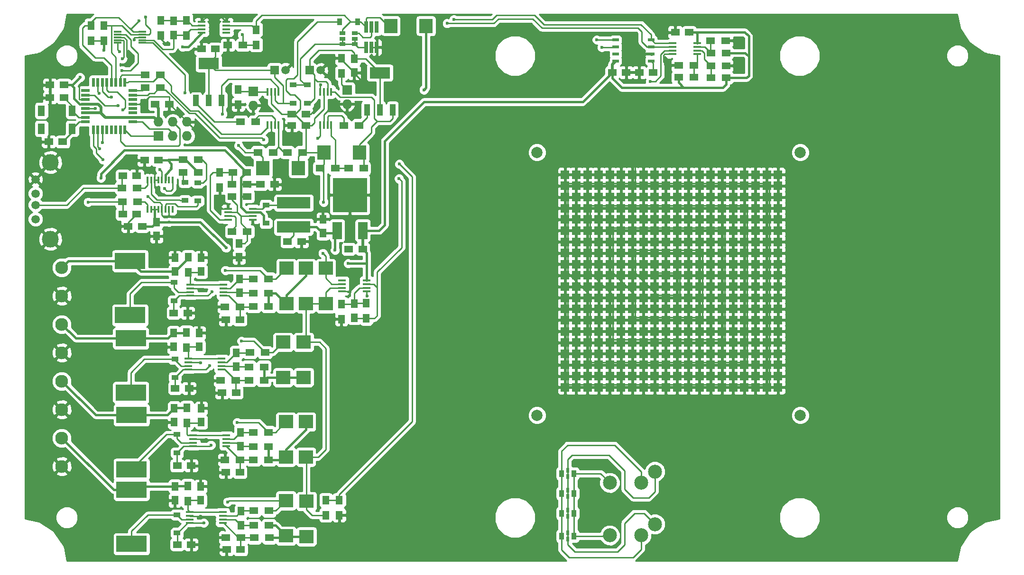
<source format=gtl>
G04 #@! TF.FileFunction,Copper,L1,Top,Signal*
%FSLAX46Y46*%
G04 Gerber Fmt 4.6, Leading zero omitted, Abs format (unit mm)*
G04 Created by KiCad (PCBNEW (after 2015-mar-04 BZR unknown)-product) date Wed 13 May 2015 01:15:45 AM EDT*
%MOMM*%
G01*
G04 APERTURE LIST*
%ADD10C,0.100000*%
%ADD11R,1.500000X1.500000*%
%ADD12C,1.500000*%
%ADD13R,1.600000X0.550000*%
%ADD14R,0.550000X1.600000*%
%ADD15R,1.500000X1.250000*%
%ADD16R,1.250000X1.500000*%
%ADD17R,0.910000X1.220000*%
%ADD18R,1.220000X0.910000*%
%ADD19C,1.501140*%
%ADD20C,2.999740*%
%ADD21R,5.400000X2.900000*%
%ADD22R,6.000000X2.000000*%
%ADD23C,2.300000*%
%ADD24R,3.657600X2.032000*%
%ADD25R,1.016000X2.032000*%
%ADD26R,2.500000X2.400000*%
%ADD27R,1.300000X1.500000*%
%ADD28R,1.500000X1.300000*%
%ADD29R,2.400000X2.500000*%
%ADD30R,1.727200X1.727200*%
%ADD31O,1.727200X1.727200*%
%ADD32R,0.690880X1.998980*%
%ADD33R,1.450000X0.450000*%
%ADD34R,1.400000X0.300000*%
%ADD35R,0.450000X1.450000*%
%ADD36R,1.651000X3.048000*%
%ADD37R,6.096000X6.096000*%
%ADD38R,0.400000X1.200000*%
%ADD39R,1.143000X0.508000*%
%ADD40R,1.300000X1.900000*%
%ADD41R,0.890000X1.270000*%
%ADD42R,0.560000X0.888000*%
%ADD43R,1.060000X0.650000*%
%ADD44R,1.524000X1.524000*%
%ADD45C,2.000000*%
%ADD46C,2.500000*%
%ADD47C,0.600000*%
%ADD48C,0.250000*%
%ADD49C,0.381000*%
%ADD50C,0.508000*%
%ADD51C,0.254000*%
G04 APERTURE END LIST*
D10*
D11*
X118770400Y-42697400D03*
D12*
X120770400Y-42697400D03*
D11*
X112522000Y-42672000D03*
D12*
X114522000Y-42672000D03*
D13*
X78743001Y-46359500D03*
X78743001Y-47159500D03*
X78743001Y-47959500D03*
X78743001Y-48759500D03*
X78743001Y-49559500D03*
X78743001Y-50359500D03*
X78743001Y-51159500D03*
X78743001Y-51959500D03*
D14*
X80193001Y-53409500D03*
X80993001Y-53409500D03*
X81793001Y-53409500D03*
X82593001Y-53409500D03*
X83393001Y-53409500D03*
X84193001Y-53409500D03*
X84993001Y-53409500D03*
X85793001Y-53409500D03*
D13*
X87243001Y-51959500D03*
X87243001Y-51159500D03*
X87243001Y-50359500D03*
X87243001Y-49559500D03*
X87243001Y-48759500D03*
X87243001Y-47959500D03*
X87243001Y-47159500D03*
X87243001Y-46359500D03*
D14*
X85793001Y-44909500D03*
X84993001Y-44909500D03*
X84193001Y-44909500D03*
X83393001Y-44909500D03*
X82593001Y-44909500D03*
X81793001Y-44909500D03*
X80993001Y-44909500D03*
X80193001Y-44909500D03*
D15*
X91206000Y-48831500D03*
X93706000Y-48831500D03*
X74910000Y-47625000D03*
X72410000Y-47625000D03*
X74910000Y-45339000D03*
X72410000Y-45339000D03*
X74719500Y-55499000D03*
X72219500Y-55499000D03*
D16*
X94742000Y-78720000D03*
X94742000Y-76220000D03*
X99441000Y-78720000D03*
X99441000Y-76220000D03*
X106299705Y-82529295D03*
X106299705Y-80029295D03*
D15*
X94508000Y-86106000D03*
X97008000Y-86106000D03*
X106343205Y-87311795D03*
X103843205Y-87311795D03*
D16*
X126746000Y-84475000D03*
X126746000Y-86975000D03*
X94488000Y-33929000D03*
X94488000Y-36429000D03*
D15*
X115590000Y-50546000D03*
X118090000Y-50546000D03*
X118090000Y-52578000D03*
X115590000Y-52578000D03*
D16*
X126746000Y-40660000D03*
X126746000Y-43160000D03*
D15*
X101961000Y-38925500D03*
X99461000Y-38925500D03*
X114828000Y-73342500D03*
X117328000Y-73342500D03*
D16*
X121158000Y-71862000D03*
X121158000Y-69362000D03*
D15*
X128250000Y-74676000D03*
X125750000Y-74676000D03*
D16*
X106172000Y-73680000D03*
X106172000Y-76180000D03*
D15*
X107549000Y-60960000D03*
X105049000Y-60960000D03*
X110002705Y-63118295D03*
X112502705Y-63118295D03*
X85427500Y-68453000D03*
X87927500Y-68453000D03*
X85427500Y-61595000D03*
X87927500Y-61595000D03*
D16*
X91440000Y-69870000D03*
X91440000Y-72370000D03*
D15*
X88880000Y-70612000D03*
X86380000Y-70612000D03*
X91801000Y-58801000D03*
X89301000Y-58801000D03*
D16*
X94488000Y-89682000D03*
X94488000Y-92182000D03*
X99060000Y-92182000D03*
X99060000Y-89682000D03*
X105664705Y-95737295D03*
X105664705Y-93237295D03*
D15*
X94762000Y-99568000D03*
X97262000Y-99568000D03*
X105644705Y-100392795D03*
X103144705Y-100392795D03*
D16*
X94615000Y-103144000D03*
X94615000Y-105644000D03*
X99441000Y-105644000D03*
X99441000Y-103144000D03*
X106426705Y-109961295D03*
X106426705Y-107461295D03*
D15*
X95143000Y-113411000D03*
X97643000Y-113411000D03*
X106343205Y-114616795D03*
X103843205Y-114616795D03*
D16*
X94742000Y-117114000D03*
X94742000Y-119614000D03*
X99314000Y-119614000D03*
X99314000Y-117114000D03*
X106553705Y-124058295D03*
X106553705Y-121558295D03*
D15*
X95143000Y-127508000D03*
X97643000Y-127508000D03*
X106470205Y-128396295D03*
X103970205Y-128396295D03*
X186543000Y-35941000D03*
X184043000Y-35941000D03*
X172803500Y-43116500D03*
X175303500Y-43116500D03*
X180129500Y-43116500D03*
X177629500Y-43116500D03*
D17*
X127365000Y-34036000D03*
X124095000Y-34036000D03*
D18*
X94615000Y-83931000D03*
X94615000Y-80661000D03*
X118364000Y-45355000D03*
X118364000Y-48625000D03*
X115824000Y-45355000D03*
X115824000Y-48625000D03*
X110998000Y-70088000D03*
X110998000Y-66818000D03*
X98806000Y-62817500D03*
X98806000Y-66087500D03*
X96520000Y-62754000D03*
X96520000Y-66024000D03*
X95123000Y-125460000D03*
X95123000Y-122190000D03*
D19*
X69850705Y-62229295D03*
X69850705Y-64769295D03*
X69850705Y-66801295D03*
X69850705Y-69341295D03*
D20*
X72517705Y-59181295D03*
X72517705Y-72897295D03*
D21*
X86741000Y-76811000D03*
X86741000Y-86511000D03*
D22*
X115951000Y-70730000D03*
X115951000Y-66430000D03*
D21*
X86868000Y-90654000D03*
X86868000Y-100354000D03*
X86995000Y-104370000D03*
X86995000Y-114070000D03*
X86995000Y-117705000D03*
X86995000Y-127405000D03*
D23*
X74549000Y-77978000D03*
X74549000Y-83058000D03*
X74549000Y-88138000D03*
X74549000Y-93218000D03*
X74549000Y-98298000D03*
X74549000Y-103378000D03*
X74549000Y-108458000D03*
X74549000Y-113538000D03*
D24*
X131318000Y-43180000D03*
D25*
X131318000Y-49784000D03*
X133604000Y-49784000D03*
X129032000Y-49784000D03*
D24*
X100774500Y-41529000D03*
D25*
X100774500Y-48133000D03*
X103060500Y-48133000D03*
X98488500Y-48133000D03*
D26*
X118110000Y-78130000D03*
X118110000Y-84430000D03*
X117729000Y-97638000D03*
X117729000Y-91338000D03*
D27*
X82042000Y-37418000D03*
X82042000Y-34718000D03*
X97155000Y-76120000D03*
X97155000Y-78820000D03*
D28*
X108759705Y-80009295D03*
X111459705Y-80009295D03*
X108759705Y-82549295D03*
X111459705Y-82549295D03*
X111459705Y-84962295D03*
X108759705Y-84962295D03*
X106316205Y-85025795D03*
X103616205Y-85025795D03*
D27*
X121666000Y-122254000D03*
X121666000Y-119554000D03*
X124079000Y-119554000D03*
X124079000Y-122254000D03*
X109220000Y-35480000D03*
X109220000Y-38180000D03*
D28*
X106887000Y-38227000D03*
X104187000Y-38227000D03*
D27*
X124460000Y-84502000D03*
X124460000Y-87202000D03*
X96774000Y-33829000D03*
X96774000Y-36529000D03*
D28*
X120633500Y-60261500D03*
X123333500Y-60261500D03*
D29*
X127673500Y-57467500D03*
X121373500Y-57467500D03*
D28*
X125713500Y-60261500D03*
X128413500Y-60261500D03*
X112285205Y-57403295D03*
X109585205Y-57403295D03*
D27*
X124460000Y-43260000D03*
X124460000Y-40560000D03*
X106045000Y-46148000D03*
X106045000Y-48848000D03*
D28*
X127588000Y-52578000D03*
X124888000Y-52578000D03*
X106473000Y-51943000D03*
X109173000Y-51943000D03*
X107649000Y-71564500D03*
X104949000Y-71564500D03*
X107649000Y-65278000D03*
X104949000Y-65278000D03*
X107649000Y-63119000D03*
X104949000Y-63119000D03*
D27*
X102743000Y-61007000D03*
X102743000Y-63707000D03*
D28*
X85264000Y-63817500D03*
X87964000Y-63817500D03*
X96186000Y-58674000D03*
X98886000Y-58674000D03*
X98886000Y-60960000D03*
X96186000Y-60960000D03*
D27*
X96774000Y-89582000D03*
X96774000Y-92282000D03*
D28*
X108124705Y-93153795D03*
X110824705Y-93153795D03*
X110634205Y-98170295D03*
X107934205Y-98170295D03*
X105617705Y-98170295D03*
X102917705Y-98170295D03*
D27*
X96901000Y-103044000D03*
X96901000Y-105744000D03*
D28*
X108759705Y-110044795D03*
X111459705Y-110044795D03*
X111459705Y-112394295D03*
X108759705Y-112394295D03*
X106379705Y-112394295D03*
X103679705Y-112394295D03*
D27*
X97028000Y-117014000D03*
X97028000Y-119714000D03*
D28*
X108823205Y-121474795D03*
X111523205Y-121474795D03*
X108823205Y-124078295D03*
X111523205Y-124078295D03*
X111586705Y-126300795D03*
X108886705Y-126300795D03*
X106506705Y-126237295D03*
X103806705Y-126237295D03*
X193120000Y-39624000D03*
X190420000Y-39624000D03*
X190384001Y-37424000D03*
X193084001Y-37424000D03*
X193120000Y-44069000D03*
X190420000Y-44069000D03*
X190420000Y-41910000D03*
X193120000Y-41910000D03*
X184641500Y-44005500D03*
X187341500Y-44005500D03*
X187341500Y-41846500D03*
X184641500Y-41846500D03*
D30*
X125476000Y-46228000D03*
D31*
X125476000Y-48768000D03*
D30*
X108712000Y-46482000D03*
D31*
X108712000Y-49022000D03*
D32*
X128844040Y-38630860D03*
X129794000Y-38630860D03*
X130743960Y-38630860D03*
X130743960Y-35029140D03*
X129794000Y-35029140D03*
X128844040Y-35029140D03*
D33*
X97507000Y-81067000D03*
X97507000Y-81717000D03*
X97507000Y-82367000D03*
X97507000Y-83017000D03*
X103407000Y-83017000D03*
X103407000Y-82367000D03*
X103407000Y-81717000D03*
X103407000Y-81067000D03*
X124546000Y-80305000D03*
X124546000Y-80955000D03*
X124546000Y-81605000D03*
X124546000Y-82255000D03*
X128946000Y-82255000D03*
X128946000Y-81605000D03*
X128946000Y-80955000D03*
X128946000Y-80305000D03*
X103927000Y-36027000D03*
X103927000Y-35377000D03*
X103927000Y-34727000D03*
X103927000Y-34077000D03*
X99527000Y-34077000D03*
X99527000Y-34727000D03*
X99527000Y-35377000D03*
X99527000Y-36027000D03*
D34*
X84541000Y-35830000D03*
X84541000Y-36330000D03*
X84541000Y-36830000D03*
X84541000Y-37330000D03*
X84541000Y-37830000D03*
X88941000Y-37830000D03*
X88941000Y-37330000D03*
X88941000Y-36830000D03*
X88941000Y-36330000D03*
X88941000Y-35830000D03*
D35*
X122641000Y-46580000D03*
X121991000Y-46580000D03*
X121341000Y-46580000D03*
X120691000Y-46580000D03*
X120691000Y-52480000D03*
X121341000Y-52480000D03*
X121991000Y-52480000D03*
X122641000Y-52480000D03*
X113243000Y-46580000D03*
X112593000Y-46580000D03*
X111943000Y-46580000D03*
X111293000Y-46580000D03*
X111293000Y-52480000D03*
X111943000Y-52480000D03*
X112593000Y-52480000D03*
X113243000Y-52480000D03*
D36*
X123698000Y-71374000D03*
D37*
X125984000Y-65024000D03*
D36*
X128270000Y-71374000D03*
D33*
X104226000Y-67478000D03*
X104226000Y-68128000D03*
X104226000Y-68778000D03*
X104226000Y-69428000D03*
X108626000Y-69428000D03*
X108626000Y-68778000D03*
X108626000Y-68128000D03*
X108626000Y-67478000D03*
D38*
X94297500Y-62360500D03*
X93662500Y-62360500D03*
X93027500Y-62360500D03*
X92392500Y-62360500D03*
X91757500Y-62360500D03*
X91122500Y-62360500D03*
X90487500Y-62360500D03*
X89852500Y-62360500D03*
X89852500Y-67560500D03*
X90487500Y-67560500D03*
X91122500Y-67560500D03*
X91757500Y-67560500D03*
X92392500Y-67560500D03*
X93027500Y-67560500D03*
X93662500Y-67560500D03*
X94297500Y-67560500D03*
D33*
X97126000Y-94275000D03*
X97126000Y-94925000D03*
X97126000Y-95575000D03*
X97126000Y-96225000D03*
X103026000Y-96225000D03*
X103026000Y-95575000D03*
X103026000Y-94925000D03*
X103026000Y-94275000D03*
X98015000Y-107991000D03*
X98015000Y-108641000D03*
X98015000Y-109291000D03*
X98015000Y-109941000D03*
X103915000Y-109941000D03*
X103915000Y-109291000D03*
X103915000Y-108641000D03*
X103915000Y-107991000D03*
X97380000Y-121707000D03*
X97380000Y-122357000D03*
X97380000Y-123007000D03*
X97380000Y-123657000D03*
X103280000Y-123657000D03*
X103280000Y-123007000D03*
X103280000Y-122357000D03*
X103280000Y-121707000D03*
X183580571Y-37904000D03*
X183580571Y-38554000D03*
X183580571Y-39204000D03*
X183580571Y-39854000D03*
X187980571Y-39854000D03*
X187980571Y-39204000D03*
X187980571Y-38554000D03*
X187980571Y-37904000D03*
D39*
X173418500Y-41084500D03*
X173418500Y-39814500D03*
X173418500Y-38544500D03*
X173418500Y-37274500D03*
X179768500Y-37274500D03*
X179768500Y-38544500D03*
X179768500Y-39814500D03*
X179768500Y-41084500D03*
D40*
X76410000Y-53162000D03*
X70910000Y-53162000D03*
X76410000Y-49962000D03*
X70910000Y-49962000D03*
D41*
X165926705Y-121919295D03*
D42*
X164846705Y-122490295D03*
D41*
X163766705Y-121919295D03*
D42*
X164846705Y-121348295D03*
D41*
X165926705Y-125983295D03*
D42*
X164846705Y-126554295D03*
D41*
X163766705Y-125983295D03*
D42*
X164846705Y-125412295D03*
D41*
X165926705Y-114807295D03*
D42*
X164846705Y-115378295D03*
D41*
X163766705Y-114807295D03*
D42*
X164846705Y-114236295D03*
D41*
X165926705Y-118363295D03*
D42*
X164846705Y-118934295D03*
D41*
X163766705Y-118363295D03*
D42*
X164846705Y-117792295D03*
D28*
X108696205Y-107441295D03*
X111396205Y-107441295D03*
D18*
X94742000Y-97647000D03*
X94742000Y-94377000D03*
X95123000Y-111109000D03*
X95123000Y-107839000D03*
D26*
X118110000Y-105562000D03*
X118110000Y-111862000D03*
X118237000Y-126086000D03*
X118237000Y-119786000D03*
X121666000Y-84430000D03*
X121666000Y-78130000D03*
D29*
X139548000Y-34798000D03*
X133248000Y-34798000D03*
D26*
X114618205Y-78129295D03*
X114618205Y-84429295D03*
D29*
X110452205Y-60197295D03*
X116752205Y-60197295D03*
D28*
X85327500Y-66230500D03*
X88027500Y-66230500D03*
X107934205Y-95757295D03*
X110634205Y-95757295D03*
D26*
X114046705Y-91337295D03*
X114046705Y-97637295D03*
X114554705Y-105561295D03*
X114554705Y-111861295D03*
X114554705Y-119658295D03*
X114554705Y-125958295D03*
D27*
X79756000Y-37418000D03*
X79756000Y-34718000D03*
X92202000Y-33829000D03*
X92202000Y-36529000D03*
X128905000Y-84375000D03*
X128905000Y-87075000D03*
D43*
X126830000Y-38034000D03*
X126830000Y-37084000D03*
X126830000Y-36134000D03*
X124630000Y-36134000D03*
X124630000Y-38034000D03*
X124630000Y-37084000D03*
D30*
X91821000Y-54483000D03*
D31*
X91821000Y-51943000D03*
X94361000Y-54483000D03*
X94361000Y-51943000D03*
X96901000Y-54483000D03*
X96901000Y-51943000D03*
D28*
X117492205Y-57403295D03*
X114792205Y-57403295D03*
X89392205Y-45846295D03*
X92092205Y-45846295D03*
X89408000Y-43561000D03*
X92108000Y-43561000D03*
D44*
X164380705Y-79398295D03*
X166380705Y-79398295D03*
X170380705Y-79398295D03*
X168380705Y-79398295D03*
X176380705Y-79398295D03*
X178380705Y-79398295D03*
X174380705Y-79398295D03*
X172380705Y-79398295D03*
X182380705Y-79398295D03*
X180380705Y-79398295D03*
X200380705Y-79398295D03*
X202380705Y-79398295D03*
X192380705Y-79398295D03*
X194380705Y-79398295D03*
X198380705Y-79398295D03*
X196380705Y-79398295D03*
X188380705Y-79398295D03*
X190380705Y-79398295D03*
X186380705Y-79398295D03*
X184380705Y-79398295D03*
X184380705Y-77398295D03*
X186380705Y-77398295D03*
X190380705Y-77398295D03*
X188380705Y-77398295D03*
X196380705Y-77398295D03*
X198380705Y-77398295D03*
X194380705Y-77398295D03*
X192380705Y-77398295D03*
X202380705Y-77398295D03*
X200380705Y-77398295D03*
X180380705Y-77398295D03*
X182380705Y-77398295D03*
X172380705Y-77398295D03*
X174380705Y-77398295D03*
X178380705Y-77398295D03*
X176380705Y-77398295D03*
X168380705Y-77398295D03*
X170380705Y-77398295D03*
X166380705Y-77398295D03*
X164380705Y-77398295D03*
X164380705Y-73398295D03*
X166380705Y-73398295D03*
X170380705Y-73398295D03*
X168380705Y-73398295D03*
X176380705Y-73398295D03*
X178380705Y-73398295D03*
X174380705Y-73398295D03*
X172380705Y-73398295D03*
X182380705Y-73398295D03*
X180380705Y-73398295D03*
X200380705Y-73398295D03*
X202380705Y-73398295D03*
X192380705Y-73398295D03*
X194380705Y-73398295D03*
X198380705Y-73398295D03*
X196380705Y-73398295D03*
X188380705Y-73398295D03*
X190380705Y-73398295D03*
X186380705Y-73398295D03*
X184380705Y-73398295D03*
X184380705Y-75398295D03*
X186380705Y-75398295D03*
X190380705Y-75398295D03*
X188380705Y-75398295D03*
X196380705Y-75398295D03*
X198380705Y-75398295D03*
X194380705Y-75398295D03*
X192380705Y-75398295D03*
X202380705Y-75398295D03*
X200380705Y-75398295D03*
X180380705Y-75398295D03*
X182380705Y-75398295D03*
X172380705Y-75398295D03*
X174380705Y-75398295D03*
X178380705Y-75398295D03*
X176380705Y-75398295D03*
X168380705Y-75398295D03*
X170380705Y-75398295D03*
X166380705Y-75398295D03*
X164380705Y-75398295D03*
X164380705Y-67398295D03*
X166380705Y-67398295D03*
X170380705Y-67398295D03*
X168380705Y-67398295D03*
X176380705Y-67398295D03*
X178380705Y-67398295D03*
X174380705Y-67398295D03*
X172380705Y-67398295D03*
X182380705Y-67398295D03*
X180380705Y-67398295D03*
X200380705Y-67398295D03*
X202380705Y-67398295D03*
X192380705Y-67398295D03*
X194380705Y-67398295D03*
X198380705Y-67398295D03*
X196380705Y-67398295D03*
X188380705Y-67398295D03*
X190380705Y-67398295D03*
X186380705Y-67398295D03*
X184380705Y-67398295D03*
X184380705Y-65398295D03*
X186380705Y-65398295D03*
X190380705Y-65398295D03*
X188380705Y-65398295D03*
X196380705Y-65398295D03*
X198380705Y-65398295D03*
X194380705Y-65398295D03*
X192380705Y-65398295D03*
X202380705Y-65398295D03*
X200380705Y-65398295D03*
X180380705Y-65398295D03*
X182380705Y-65398295D03*
X172380705Y-65398295D03*
X174380705Y-65398295D03*
X178380705Y-65398295D03*
X176380705Y-65398295D03*
X168380705Y-65398295D03*
X170380705Y-65398295D03*
X166380705Y-65398295D03*
X164380705Y-65398295D03*
X164380705Y-69398295D03*
X166380705Y-69398295D03*
X170380705Y-69398295D03*
X168380705Y-69398295D03*
X176380705Y-69398295D03*
X178380705Y-69398295D03*
X174380705Y-69398295D03*
X172380705Y-69398295D03*
X182380705Y-69398295D03*
X180380705Y-69398295D03*
X200380705Y-69398295D03*
X202380705Y-69398295D03*
X192380705Y-69398295D03*
X194380705Y-69398295D03*
X198380705Y-69398295D03*
X196380705Y-69398295D03*
X188380705Y-69398295D03*
X190380705Y-69398295D03*
X186380705Y-69398295D03*
X184380705Y-69398295D03*
X184380705Y-71398295D03*
X186380705Y-71398295D03*
X190380705Y-71398295D03*
X188380705Y-71398295D03*
X196380705Y-71398295D03*
X198380705Y-71398295D03*
X194380705Y-71398295D03*
X192380705Y-71398295D03*
X202380705Y-71398295D03*
X200380705Y-71398295D03*
X180380705Y-71398295D03*
X182380705Y-71398295D03*
X172380705Y-71398295D03*
X174380705Y-71398295D03*
X178380705Y-71398295D03*
X176380705Y-71398295D03*
X168380705Y-71398295D03*
X170380705Y-71398295D03*
X166380705Y-71398295D03*
X164380705Y-71398295D03*
X164380705Y-61398295D03*
X166380705Y-61398295D03*
X170380705Y-61398295D03*
X168380705Y-61398295D03*
X176380705Y-61398295D03*
X178380705Y-61398295D03*
X174380705Y-61398295D03*
X172380705Y-61398295D03*
X182380705Y-61398295D03*
X180380705Y-61398295D03*
X200380705Y-61398295D03*
X202380705Y-61398295D03*
X192380705Y-61398295D03*
X194380705Y-61398295D03*
X198380705Y-61398295D03*
X196380705Y-61398295D03*
X188380705Y-61398295D03*
X190380705Y-61398295D03*
X186380705Y-61398295D03*
X184380705Y-61398295D03*
X184380705Y-63398295D03*
X186380705Y-63398295D03*
X190380705Y-63398295D03*
X188380705Y-63398295D03*
X196380705Y-63398295D03*
X198380705Y-63398295D03*
X194380705Y-63398295D03*
X192380705Y-63398295D03*
X202380705Y-63398295D03*
X200380705Y-63398295D03*
X180380705Y-63398295D03*
X182380705Y-63398295D03*
X172380705Y-63398295D03*
X174380705Y-63398295D03*
X178380705Y-63398295D03*
X176380705Y-63398295D03*
X168380705Y-63398295D03*
X170380705Y-63398295D03*
X166380705Y-63398295D03*
X164380705Y-63398295D03*
X164380705Y-83398295D03*
X166380705Y-83398295D03*
X170380705Y-83398295D03*
X168380705Y-83398295D03*
X176380705Y-83398295D03*
X178380705Y-83398295D03*
X174380705Y-83398295D03*
X172380705Y-83398295D03*
X182380705Y-83398295D03*
X180380705Y-83398295D03*
X200380705Y-83398295D03*
X202380705Y-83398295D03*
X192380705Y-83398295D03*
X194380705Y-83398295D03*
X198380705Y-83398295D03*
X196380705Y-83398295D03*
X188380705Y-83398295D03*
X190380705Y-83398295D03*
X186380705Y-83398295D03*
X184380705Y-83398295D03*
X184380705Y-81398295D03*
X186380705Y-81398295D03*
X190380705Y-81398295D03*
X188380705Y-81398295D03*
X196380705Y-81398295D03*
X198380705Y-81398295D03*
X194380705Y-81398295D03*
X192380705Y-81398295D03*
X202380705Y-81398295D03*
X200380705Y-81398295D03*
X180380705Y-81398295D03*
X182380705Y-81398295D03*
X172380705Y-81398295D03*
X174380705Y-81398295D03*
X178380705Y-81398295D03*
X176380705Y-81398295D03*
X168380705Y-81398295D03*
X170380705Y-81398295D03*
X166380705Y-81398295D03*
X164380705Y-81398295D03*
X164380705Y-91398295D03*
X166380705Y-91398295D03*
X170380705Y-91398295D03*
X168380705Y-91398295D03*
X176380705Y-91398295D03*
X178380705Y-91398295D03*
X174380705Y-91398295D03*
X172380705Y-91398295D03*
X182380705Y-91398295D03*
X180380705Y-91398295D03*
X200380705Y-91398295D03*
X202380705Y-91398295D03*
X192380705Y-91398295D03*
X194380705Y-91398295D03*
X198380705Y-91398295D03*
X196380705Y-91398295D03*
X188380705Y-91398295D03*
X190380705Y-91398295D03*
X186380705Y-91398295D03*
X184380705Y-91398295D03*
X184380705Y-89398295D03*
X186380705Y-89398295D03*
X190380705Y-89398295D03*
X188380705Y-89398295D03*
X196380705Y-89398295D03*
X198380705Y-89398295D03*
X194380705Y-89398295D03*
X192380705Y-89398295D03*
X202380705Y-89398295D03*
X200380705Y-89398295D03*
X180380705Y-89398295D03*
X182380705Y-89398295D03*
X172380705Y-89398295D03*
X174380705Y-89398295D03*
X178380705Y-89398295D03*
X176380705Y-89398295D03*
X168380705Y-89398295D03*
X170380705Y-89398295D03*
X166380705Y-89398295D03*
X164380705Y-89398295D03*
X164380705Y-85398295D03*
X166380705Y-85398295D03*
X170380705Y-85398295D03*
X168380705Y-85398295D03*
X176380705Y-85398295D03*
X178380705Y-85398295D03*
X174380705Y-85398295D03*
X172380705Y-85398295D03*
X182380705Y-85398295D03*
X180380705Y-85398295D03*
X200380705Y-85398295D03*
X202380705Y-85398295D03*
X192380705Y-85398295D03*
X194380705Y-85398295D03*
X198380705Y-85398295D03*
X196380705Y-85398295D03*
X188380705Y-85398295D03*
X190380705Y-85398295D03*
X186380705Y-85398295D03*
X184380705Y-85398295D03*
X184380705Y-87398295D03*
X186380705Y-87398295D03*
X190380705Y-87398295D03*
X188380705Y-87398295D03*
X196380705Y-87398295D03*
X198380705Y-87398295D03*
X194380705Y-87398295D03*
X192380705Y-87398295D03*
X202380705Y-87398295D03*
X200380705Y-87398295D03*
X180380705Y-87398295D03*
X182380705Y-87398295D03*
X172380705Y-87398295D03*
X174380705Y-87398295D03*
X178380705Y-87398295D03*
X176380705Y-87398295D03*
X168380705Y-87398295D03*
X170380705Y-87398295D03*
X166380705Y-87398295D03*
X164380705Y-87398295D03*
X164380705Y-95398295D03*
X166380705Y-95398295D03*
X170380705Y-95398295D03*
X168380705Y-95398295D03*
X176380705Y-95398295D03*
X178380705Y-95398295D03*
X174380705Y-95398295D03*
X172380705Y-95398295D03*
X182380705Y-95398295D03*
X180380705Y-95398295D03*
X200380705Y-95398295D03*
X202380705Y-95398295D03*
X192380705Y-95398295D03*
X194380705Y-95398295D03*
X198380705Y-95398295D03*
X196380705Y-95398295D03*
X188380705Y-95398295D03*
X190380705Y-95398295D03*
X186380705Y-95398295D03*
X184380705Y-95398295D03*
X184380705Y-93398295D03*
X186380705Y-93398295D03*
X190380705Y-93398295D03*
X188380705Y-93398295D03*
X196380705Y-93398295D03*
X198380705Y-93398295D03*
X194380705Y-93398295D03*
X192380705Y-93398295D03*
X202380705Y-93398295D03*
X200380705Y-93398295D03*
X180380705Y-93398295D03*
X182380705Y-93398295D03*
X172380705Y-93398295D03*
X174380705Y-93398295D03*
X178380705Y-93398295D03*
X176380705Y-93398295D03*
X168380705Y-93398295D03*
X170380705Y-93398295D03*
X166380705Y-93398295D03*
X164380705Y-93398295D03*
X164380705Y-97398295D03*
X166380705Y-97398295D03*
X170380705Y-97398295D03*
X168380705Y-97398295D03*
X176380705Y-97398295D03*
X178380705Y-97398295D03*
X174380705Y-97398295D03*
X172380705Y-97398295D03*
X182380705Y-97398295D03*
X180380705Y-97398295D03*
X200380705Y-97398295D03*
X202380705Y-97398295D03*
X192380705Y-97398295D03*
X194380705Y-97398295D03*
X198380705Y-97398295D03*
X196380705Y-97398295D03*
X188380705Y-97398295D03*
X190380705Y-97398295D03*
X186380705Y-97398295D03*
X184380705Y-97398295D03*
X184380705Y-99398295D03*
X186380705Y-99398295D03*
X190380705Y-99398295D03*
X188380705Y-99398295D03*
X196380705Y-99398295D03*
X198380705Y-99398295D03*
X194380705Y-99398295D03*
X192380705Y-99398295D03*
X202380705Y-99398295D03*
X200380705Y-99398295D03*
X180380705Y-99398295D03*
X182380705Y-99398295D03*
X172380705Y-99398295D03*
X174380705Y-99398295D03*
X178380705Y-99398295D03*
X176380705Y-99398295D03*
X168380705Y-99398295D03*
X170380705Y-99398295D03*
X166380705Y-99398295D03*
D45*
X159380705Y-104398295D03*
X206380705Y-104398295D03*
X159380705Y-57398295D03*
X206380705Y-57398295D03*
D44*
X164380705Y-99398295D03*
D46*
X180410705Y-123863295D03*
X177960705Y-125863295D03*
X172360705Y-125863295D03*
X180410705Y-114465295D03*
X177960705Y-116465295D03*
X172360705Y-116465295D03*
D47*
X128372305Y-45109695D03*
X91440705Y-64007295D03*
X89967505Y-65277295D03*
X86970305Y-41147295D03*
X100991105Y-55218895D03*
X80417105Y-42772895D03*
X89281000Y-48387000D03*
X80518705Y-49529295D03*
X120142705Y-49338795D03*
X115951705Y-54926795D03*
X99759205Y-99567295D03*
X100775205Y-37400795D03*
X93091705Y-37972295D03*
X86741000Y-59182000D03*
X106362500Y-33210500D03*
X182308500Y-41592500D03*
X195834000Y-37528500D03*
X195199000Y-41783000D03*
X100076000Y-82042000D03*
X100330000Y-113284000D03*
X99314000Y-94996000D03*
X100330000Y-108712000D03*
X99314000Y-122428000D03*
X102489000Y-66040000D03*
X99187000Y-86106000D03*
X110871000Y-72009000D03*
X111969011Y-54276485D03*
X126492000Y-80899000D03*
X129032000Y-83058000D03*
X121920000Y-87249000D03*
X87478305Y-37286495D03*
X96076205Y-38543795D03*
X77787500Y-44005500D03*
X82042000Y-39179500D03*
X103886000Y-74485500D03*
X125666500Y-77279500D03*
X93726000Y-69850000D03*
X94107000Y-60325000D03*
X85446305Y-49834095D03*
X81534705Y-61975295D03*
X123317000Y-74866500D03*
X139192000Y-46228000D03*
X106109205Y-56196795D03*
X103251000Y-50546000D03*
X144526000Y-33655000D03*
X89535000Y-33210500D03*
X88328500Y-33909000D03*
X143319500Y-34353500D03*
X92863105Y-63905695D03*
X83414305Y-47497295D03*
X92050305Y-60451295D03*
X81229905Y-46836895D03*
X121158000Y-75438000D03*
X121285000Y-66294000D03*
X85293905Y-42772895D03*
X84633505Y-49021295D03*
X120206205Y-54926795D03*
X110617705Y-55180795D03*
X179578705Y-44703295D03*
X81890305Y-58724095D03*
X170942705Y-38607295D03*
X81331505Y-56742895D03*
X81788705Y-55676095D03*
X170028305Y-37286495D03*
X103759705Y-78485295D03*
X101346705Y-82295295D03*
X96520000Y-46799500D03*
X134747000Y-62103000D03*
X79248705Y-66293295D03*
X106617205Y-91121795D03*
X100902205Y-95566795D03*
X105855205Y-105663295D03*
X101156205Y-109727295D03*
X104140705Y-119887295D03*
X99886205Y-123633795D03*
X85344000Y-40703500D03*
X134810500Y-59499500D03*
X84836002Y-39370000D03*
X106743500Y-36385500D03*
X120777000Y-45339000D03*
D48*
X120396705Y-44704000D02*
X120143410Y-44704000D01*
X120143410Y-44704000D02*
X119634000Y-44194590D01*
X119634000Y-47752000D02*
X119634000Y-44194590D01*
X118761000Y-48625000D02*
X119634000Y-47752000D01*
X119634000Y-44194590D02*
X119634000Y-43561000D01*
X119634000Y-43561000D02*
X118770400Y-42697400D01*
X118770400Y-42697400D02*
X118770400Y-40741600D01*
X118770400Y-40741600D02*
X118872705Y-40639295D01*
X118770400Y-43250800D02*
X118770400Y-42697400D01*
X126238000Y-39116000D02*
X126746000Y-39624000D01*
X126746000Y-39624000D02*
X126746000Y-40660000D01*
X120396000Y-39116000D02*
X121412000Y-39116000D01*
X118770400Y-40741600D02*
X118872705Y-40639295D01*
X118872705Y-40639295D02*
X120396000Y-39116000D01*
X121412000Y-39116000D02*
X126238000Y-39116000D01*
X128798000Y-40660000D02*
X131318000Y-43180000D01*
X126746000Y-40660000D02*
X128798000Y-40660000D01*
X131318000Y-49784000D02*
X131318000Y-43180000D01*
X120396000Y-44704000D02*
X120396705Y-44704000D01*
X120396705Y-44704000D02*
X121666000Y-44704000D01*
X121666000Y-44704000D02*
X121991000Y-45029000D01*
X121991000Y-45029000D02*
X121991000Y-46580000D01*
X118770400Y-42697400D02*
X118770400Y-43078400D01*
X118364000Y-48625000D02*
X118761000Y-48625000D01*
X126746000Y-43160000D02*
X126746000Y-43285000D01*
X128372305Y-44911305D02*
X128372305Y-45109695D01*
X126746000Y-43285000D02*
X128372305Y-44911305D01*
X91122500Y-62360500D02*
X91122500Y-63689090D01*
X91122500Y-63689090D02*
X91440705Y-64007295D01*
X92026095Y-66344095D02*
X91034305Y-66344095D01*
X91034305Y-66344095D02*
X89967505Y-65277295D01*
X92392500Y-67560500D02*
X92392500Y-66710500D01*
X92392500Y-66710500D02*
X92026095Y-66344095D01*
X84541000Y-36830000D02*
X85627410Y-36830000D01*
X85627410Y-36830000D02*
X86094009Y-37296599D01*
X86094009Y-37296599D02*
X86094009Y-40270999D01*
X86094009Y-40270999D02*
X86970305Y-41147295D01*
X96901000Y-51943000D02*
X100176895Y-55218895D01*
X100176895Y-55218895D02*
X100991105Y-55218895D01*
X78029505Y-45160495D02*
X80417105Y-42772895D01*
X77618000Y-45572000D02*
X78029505Y-45160495D01*
X78743001Y-47959500D02*
X77693001Y-47959500D01*
X77693001Y-47959500D02*
X77618000Y-47884499D01*
X77618000Y-47884499D02*
X77618000Y-45572000D01*
X93706000Y-47478000D02*
X90190000Y-47478000D01*
X90190000Y-47478000D02*
X89281000Y-48387000D01*
X96901000Y-51943000D02*
X93789500Y-48831500D01*
X93789500Y-48831500D02*
X93706000Y-48831500D01*
X111943000Y-52480000D02*
X111943000Y-54250474D01*
X111943000Y-54250474D02*
X111969011Y-54276485D01*
X129794000Y-38630860D02*
X130743960Y-38630860D01*
X78743001Y-49559500D02*
X80488500Y-49559500D01*
X80488500Y-49559500D02*
X80518705Y-49529295D01*
X118090000Y-50546000D02*
X118935500Y-50546000D01*
X118935500Y-50546000D02*
X120142705Y-49338795D01*
X115590000Y-52578000D02*
X115590000Y-54565090D01*
X115590000Y-54565090D02*
X115951705Y-54926795D01*
X97262000Y-99568000D02*
X97262705Y-99567295D01*
X97262705Y-99567295D02*
X99759205Y-99567295D01*
X92964705Y-37908795D02*
X93028205Y-37972295D01*
X92202000Y-37146090D02*
X92964705Y-37908795D01*
X93028205Y-37972295D02*
X93091705Y-37972295D01*
X92202000Y-36529000D02*
X92202000Y-37146090D01*
X89301000Y-58801000D02*
X87122000Y-58801000D01*
X87122000Y-58801000D02*
X86741000Y-59182000D01*
X103927000Y-34077000D02*
X103927000Y-33677500D01*
X104394000Y-33210500D02*
X106362500Y-33210500D01*
X103927000Y-33677500D02*
X104394000Y-33210500D01*
X99527000Y-34077000D02*
X99527000Y-34013500D01*
X99527000Y-34013500D02*
X100266500Y-33274000D01*
X100266500Y-33274000D02*
X103124000Y-33274000D01*
X103124000Y-33274000D02*
X103927000Y-34077000D01*
X183580571Y-39854000D02*
X182142000Y-39854000D01*
X182562500Y-41846500D02*
X182308500Y-41592500D01*
X182562500Y-41846500D02*
X184641500Y-41846500D01*
X181927500Y-41211500D02*
X182308500Y-41592500D01*
X181927500Y-40068500D02*
X181927500Y-41211500D01*
X182142000Y-39854000D02*
X181927500Y-40068500D01*
X193084001Y-37424000D02*
X195729500Y-37424000D01*
X195729500Y-37424000D02*
X195834000Y-37528500D01*
X91122500Y-62360500D02*
X91122500Y-60960000D01*
X89301000Y-60154500D02*
X89301000Y-58801000D01*
X89662000Y-60515500D02*
X89301000Y-60154500D01*
X90678000Y-60515500D02*
X89662000Y-60515500D01*
X91122500Y-60960000D02*
X90678000Y-60515500D01*
X193120000Y-41910000D02*
X195072000Y-41910000D01*
X195072000Y-41910000D02*
X195199000Y-41783000D01*
X97507000Y-81717000D02*
X99751000Y-81717000D01*
X99751000Y-81717000D02*
X100076000Y-82042000D01*
X97643000Y-113411000D02*
X100203000Y-113411000D01*
X100203000Y-113411000D02*
X100330000Y-113284000D01*
X99314000Y-94996000D02*
X99243000Y-94925000D01*
X98015000Y-108641000D02*
X100259000Y-108641000D01*
X100259000Y-108641000D02*
X100330000Y-108712000D01*
X97451000Y-122428000D02*
X99314000Y-122428000D01*
X97380000Y-122357000D02*
X97451000Y-122428000D01*
X97126000Y-94925000D02*
X99243000Y-94925000D01*
X99243000Y-94925000D02*
X99314000Y-94996000D01*
X87243001Y-48759500D02*
X87251501Y-48768000D01*
X93706000Y-47478000D02*
X93706000Y-48831500D01*
X87251501Y-48768000D02*
X88392000Y-48768000D01*
X88392000Y-48768000D02*
X88900000Y-48768000D01*
X88900000Y-48768000D02*
X89281000Y-48387000D01*
X89281000Y-48387000D02*
X89281000Y-47879000D01*
X121341000Y-50617000D02*
X123190000Y-48768000D01*
X123190000Y-48768000D02*
X125476000Y-48768000D01*
X121341000Y-52480000D02*
X121341000Y-50617000D01*
X93662500Y-68897500D02*
X93599000Y-68961000D01*
X93599000Y-68961000D02*
X92710000Y-68961000D01*
X92710000Y-68961000D02*
X92392500Y-68643500D01*
X92392500Y-68643500D02*
X92392500Y-67560500D01*
X93662500Y-67560500D02*
X93662500Y-68897500D01*
X91757500Y-62360500D02*
X91122500Y-62360500D01*
X102911000Y-67478000D02*
X102489000Y-67056000D01*
X102489000Y-67056000D02*
X102489000Y-66040000D01*
X104226000Y-67478000D02*
X102911000Y-67478000D01*
X97008000Y-86106000D02*
X99187000Y-86106000D01*
X124460000Y-40874000D02*
X126746000Y-43160000D01*
X124460000Y-40560000D02*
X124460000Y-40874000D01*
X86380000Y-70000500D02*
X86380000Y-70612000D01*
X87927500Y-68453000D02*
X86380000Y-70000500D01*
X108626000Y-70145000D02*
X110490000Y-72009000D01*
X110490000Y-72009000D02*
X110871000Y-72009000D01*
X108626000Y-69428000D02*
X108626000Y-70145000D01*
X125771000Y-82255000D02*
X126492000Y-81534000D01*
X126492000Y-81534000D02*
X126492000Y-80899000D01*
X124546000Y-82255000D02*
X125771000Y-82255000D01*
X128946000Y-82972000D02*
X129032000Y-83058000D01*
X128946000Y-82255000D02*
X128946000Y-82972000D01*
X121967000Y-87202000D02*
X121920000Y-87249000D01*
X124460000Y-87202000D02*
X121967000Y-87202000D01*
X184880705Y-78898295D02*
X180880705Y-78898295D01*
X184880705Y-82898295D02*
X184880705Y-78898295D01*
X180880705Y-82898295D02*
X184880705Y-82898295D01*
X176880705Y-78898295D02*
X180880705Y-82898295D01*
X176880705Y-74898295D02*
X176880705Y-78898295D01*
X188880705Y-74898295D02*
X176880705Y-74898295D01*
X188880705Y-86898295D02*
X188880705Y-74898295D01*
X176880705Y-86898295D02*
X188880705Y-86898295D01*
X176880705Y-82898295D02*
X176880705Y-86898295D01*
X172880705Y-78898295D02*
X176880705Y-82898295D01*
X172880705Y-70898295D02*
X172880705Y-78898295D01*
X192880705Y-70898295D02*
X172880705Y-70898295D01*
X192880705Y-90898295D02*
X192880705Y-70898295D01*
X172880705Y-90898295D02*
X192880705Y-90898295D01*
X172880705Y-82898295D02*
X172880705Y-90898295D01*
X168880705Y-78898295D02*
X172880705Y-82898295D01*
X168880705Y-66898295D02*
X168880705Y-78898295D01*
X196880705Y-66898295D02*
X168880705Y-66898295D01*
X196880705Y-94898295D02*
X196880705Y-66898295D01*
X168880705Y-94898295D02*
X196880705Y-94898295D01*
X168880705Y-82898295D02*
X168880705Y-94898295D01*
X164880705Y-78898295D02*
X168880705Y-82898295D01*
X164880705Y-62898295D02*
X164880705Y-78898295D01*
X200880705Y-62898295D02*
X164880705Y-62898295D01*
X200880705Y-98898295D02*
X200880705Y-62898295D01*
X164880705Y-98898295D02*
X200880705Y-98898295D01*
X164880705Y-82898295D02*
X164880705Y-98898295D01*
X176880705Y-58069295D02*
X179070705Y-55879295D01*
X176880705Y-62898295D02*
X176880705Y-58069295D01*
X112522000Y-42672000D02*
X112522000Y-43940590D01*
X114046705Y-45465295D02*
X114046705Y-48625000D01*
X112522000Y-43940590D02*
X114046705Y-45465295D01*
X100774500Y-48133000D02*
X100774500Y-41529000D01*
X112522000Y-42672000D02*
X101917500Y-42672000D01*
X101917500Y-42672000D02*
X100774500Y-41529000D01*
X101961000Y-38925500D02*
X101961000Y-40342500D01*
X101961000Y-40342500D02*
X100774500Y-41529000D01*
X112593000Y-42743000D02*
X112522000Y-42672000D01*
X112593000Y-48077000D02*
X113141000Y-48625000D01*
X112593000Y-46580000D02*
X112593000Y-48077000D01*
X113141000Y-48625000D02*
X114046705Y-48625000D01*
X114046705Y-48625000D02*
X115824000Y-48625000D01*
X115824000Y-48625000D02*
X115824000Y-48387000D01*
X101834000Y-41168000D02*
X100965000Y-42037000D01*
X112522000Y-42672000D02*
X112395000Y-42672000D01*
X99027500Y-63039000D02*
X98806000Y-62817500D01*
X99742500Y-62817500D02*
X98806000Y-62817500D01*
X100330000Y-62230000D02*
X99742500Y-62817500D01*
X100330000Y-59436000D02*
X100330000Y-62230000D01*
X99568000Y-58674000D02*
X100330000Y-59436000D01*
X98886000Y-58674000D02*
X99568000Y-58674000D01*
X93027500Y-66738500D02*
X93218000Y-66548000D01*
X93218000Y-66548000D02*
X94742000Y-66548000D01*
X94742000Y-66548000D02*
X95250000Y-67056000D01*
X95250000Y-67056000D02*
X98552000Y-67056000D01*
X98552000Y-67056000D02*
X98806000Y-66802000D01*
X98806000Y-66802000D02*
X98806000Y-66087500D01*
X93027500Y-67560500D02*
X93027500Y-66738500D01*
X96520000Y-61294000D02*
X96186000Y-60960000D01*
X96171500Y-63102500D02*
X96520000Y-62754000D01*
X96186000Y-62420000D02*
X96520000Y-62754000D01*
X96186000Y-60960000D02*
X96186000Y-62420000D01*
X90487500Y-62360500D02*
X90487500Y-64882890D01*
X90487500Y-64882890D02*
X91498695Y-65894085D01*
X91498695Y-65894085D02*
X95530085Y-65894085D01*
X95530085Y-65894085D02*
X95660000Y-66024000D01*
X95660000Y-66024000D02*
X96520000Y-66024000D01*
X86866501Y-54483000D02*
X85793001Y-53409500D01*
X91821000Y-54483000D02*
X86866501Y-54483000D01*
X87478305Y-37286495D02*
X87478305Y-36862231D01*
X87478305Y-36862231D02*
X87510536Y-36830000D01*
X87510536Y-36830000D02*
X87649407Y-36830000D01*
X88941000Y-36830000D02*
X87649407Y-36830000D01*
D49*
X97092205Y-38543795D02*
X96076205Y-38543795D01*
X97092205Y-38543795D02*
X99527000Y-36109000D01*
X99527000Y-36027000D02*
X99527000Y-36109000D01*
X82042000Y-37418000D02*
X82042000Y-39179500D01*
X76454000Y-45339000D02*
X74910000Y-45339000D01*
X77787500Y-44005500D02*
X76454000Y-45339000D01*
X128946000Y-77279500D02*
X125666500Y-77279500D01*
X99250500Y-69850000D02*
X93726000Y-69850000D01*
X103886000Y-74485500D02*
X99250500Y-69850000D01*
X128946000Y-80305000D02*
X128946000Y-77279500D01*
X128946000Y-77279500D02*
X128946000Y-75372000D01*
X128946000Y-75372000D02*
X128250000Y-74676000D01*
X197167500Y-40259000D02*
X197167500Y-36639500D01*
X196469000Y-35941000D02*
X187769500Y-35941000D01*
X197167500Y-36639500D02*
X196469000Y-35941000D01*
X187980571Y-37904000D02*
X187980571Y-36152071D01*
X187980571Y-36152071D02*
X187769500Y-35941000D01*
X187769500Y-35941000D02*
X186543000Y-35941000D01*
X88880000Y-70612000D02*
X90698000Y-70612000D01*
X90698000Y-70612000D02*
X91440000Y-69870000D01*
D50*
X78743001Y-48759500D02*
X81017500Y-48759500D01*
X81534000Y-49276000D02*
X81534000Y-50419000D01*
X81017500Y-48759500D02*
X81534000Y-49276000D01*
D49*
X193120000Y-44069000D02*
X196786500Y-44069000D01*
X196532500Y-39624000D02*
X193120000Y-39624000D01*
X197167500Y-40259000D02*
X196532500Y-39624000D01*
X197167500Y-43688000D02*
X197167500Y-40259000D01*
X196786500Y-44069000D02*
X197167500Y-43688000D01*
X128270000Y-71374000D02*
X131191000Y-71374000D01*
X167533000Y-48387000D02*
X172803500Y-43116500D01*
X139192000Y-48387000D02*
X167533000Y-48387000D01*
X132207000Y-55372000D02*
X139192000Y-48387000D01*
X132207000Y-70358000D02*
X132207000Y-55372000D01*
X131191000Y-71374000D02*
X132207000Y-70358000D01*
D48*
X91122500Y-67560500D02*
X91757500Y-67560500D01*
X90487500Y-67560500D02*
X91122500Y-67560500D01*
D49*
X91122500Y-67560500D02*
X91122500Y-69552500D01*
D48*
X91122500Y-69552500D02*
X91440000Y-69870000D01*
X88880000Y-70612000D02*
X88880000Y-70378000D01*
X98886000Y-60960000D02*
X98472000Y-60960000D01*
D50*
X91821000Y-49446500D02*
X91206000Y-48831500D01*
X91821000Y-51943000D02*
X91821000Y-49446500D01*
X91037500Y-51159500D02*
X91821000Y-51943000D01*
X87243001Y-51159500D02*
X91037500Y-51159500D01*
X82274500Y-51159500D02*
X81534000Y-50419000D01*
X87243001Y-51159500D02*
X82274500Y-51159500D01*
D48*
X81534000Y-50419000D02*
X81474500Y-50359500D01*
D50*
X81474500Y-50359500D02*
X78743001Y-50359500D01*
D48*
X78743001Y-48759500D02*
X79874500Y-48759500D01*
D49*
X77715500Y-48759500D02*
X76708000Y-47752000D01*
X78743001Y-48759500D02*
X77715500Y-48759500D01*
X76200000Y-45339000D02*
X74910000Y-45339000D01*
X76708000Y-45847000D02*
X76200000Y-45339000D01*
X76708000Y-47752000D02*
X76708000Y-45847000D01*
X96600000Y-58674000D02*
X98886000Y-60960000D01*
D48*
X96186000Y-58674000D02*
X96600000Y-58674000D01*
X128250000Y-71394000D02*
X128270000Y-71374000D01*
D50*
X128250000Y-74676000D02*
X128250000Y-71394000D01*
X172803500Y-41699500D02*
X173418500Y-41084500D01*
X172803500Y-43116500D02*
X172803500Y-41699500D01*
D48*
X186543000Y-35941000D02*
X186543000Y-36466429D01*
D49*
X192532000Y-45847000D02*
X193120000Y-45259000D01*
X193120000Y-45259000D02*
X193120000Y-44069000D01*
X185547000Y-45847000D02*
X192532000Y-45847000D01*
X184641500Y-44941500D02*
X185547000Y-45847000D01*
X184641500Y-44005500D02*
X184641500Y-44941500D01*
X172803500Y-44152500D02*
X174498000Y-45847000D01*
X174498000Y-45847000D02*
X185547000Y-45847000D01*
X172803500Y-43116500D02*
X172803500Y-44152500D01*
D48*
X93726000Y-69850000D02*
X93706000Y-69870000D01*
D49*
X93706000Y-69870000D02*
X91440000Y-69870000D01*
X94107000Y-59436000D02*
X94107000Y-60325000D01*
X93472000Y-58801000D02*
X94107000Y-59436000D01*
X91801000Y-58801000D02*
X93472000Y-58801000D01*
D48*
X93599000Y-58674000D02*
X93472000Y-58801000D01*
D49*
X96186000Y-58674000D02*
X93599000Y-58674000D01*
X93027500Y-61404500D02*
X94107000Y-60325000D01*
X93027500Y-62360500D02*
X93027500Y-61404500D01*
D48*
X79756000Y-37418000D02*
X82042000Y-37418000D01*
X88916500Y-51959500D02*
X87243001Y-51959500D01*
X90170000Y-53213000D02*
X88916500Y-51959500D01*
X93599000Y-53213000D02*
X90170000Y-53213000D01*
X94361000Y-53975000D02*
X93599000Y-53213000D01*
X94361000Y-54483000D02*
X94361000Y-53975000D01*
X95631000Y-53213000D02*
X95631000Y-56007000D01*
X95631000Y-56007000D02*
X95377000Y-56261000D01*
X95377000Y-56261000D02*
X85852000Y-56261000D01*
X85852000Y-56261000D02*
X84993001Y-55402001D01*
X84993001Y-55402001D02*
X84993001Y-53409500D01*
X94361000Y-51943000D02*
X95631000Y-53213000D01*
X82593001Y-46269591D02*
X82593001Y-44909500D01*
X82906305Y-46582895D02*
X82593001Y-46269591D01*
X84430305Y-46582895D02*
X82906305Y-46582895D01*
X85852705Y-48005295D02*
X84430305Y-46582895D01*
X85852705Y-49427695D02*
X85852705Y-48005295D01*
X85446305Y-49834095D02*
X85852705Y-49427695D01*
D49*
X110002705Y-63118295D02*
X110002000Y-63119000D01*
X110002000Y-63119000D02*
X107649000Y-63119000D01*
X108626000Y-68128000D02*
X107498000Y-68128000D01*
X106553000Y-67183000D02*
X106553000Y-65278000D01*
X107498000Y-68128000D02*
X106553000Y-67183000D01*
X106553000Y-63119000D02*
X106553000Y-61956000D01*
X106553000Y-65278000D02*
X106553000Y-63119000D01*
X106553000Y-61956000D02*
X107549000Y-60960000D01*
X107649000Y-63119000D02*
X106553000Y-63119000D01*
X107649000Y-65278000D02*
X106553000Y-65278000D01*
D48*
X108137000Y-63607000D02*
X107649000Y-63119000D01*
D49*
X110038000Y-68128000D02*
X108626000Y-68128000D01*
X110617000Y-69707000D02*
X110617000Y-68707000D01*
X110617000Y-68707000D02*
X110038000Y-68128000D01*
D48*
X110998000Y-70088000D02*
X110617000Y-69707000D01*
D49*
X81534705Y-61975295D02*
X81534705Y-61213295D01*
X81534705Y-61213295D02*
X81534000Y-61214000D01*
X103612000Y-57023000D02*
X107549000Y-60960000D01*
X85725000Y-57023000D02*
X81534000Y-61214000D01*
X103612000Y-57023000D02*
X85725000Y-57023000D01*
X94742000Y-78720000D02*
X88650000Y-78720000D01*
X88650000Y-78720000D02*
X86741000Y-76811000D01*
D48*
X97155000Y-76120000D02*
X97155000Y-76307000D01*
D49*
X97155000Y-76307000D02*
X94742000Y-78720000D01*
X75716000Y-76811000D02*
X86741000Y-76811000D01*
X74549000Y-77978000D02*
X75716000Y-76811000D01*
X123317000Y-74866500D02*
X123317000Y-71755000D01*
X123317000Y-71755000D02*
X123698000Y-71374000D01*
X139548000Y-34798000D02*
X139548000Y-45872000D01*
X139548000Y-45872000D02*
X139192000Y-46228000D01*
D48*
X115951000Y-72219500D02*
X114828000Y-73342500D01*
X115951000Y-70730000D02*
X115951000Y-72219500D01*
X123210000Y-71862000D02*
X123698000Y-71374000D01*
D49*
X121158000Y-71862000D02*
X123210000Y-71862000D01*
X120026000Y-70730000D02*
X121158000Y-71862000D01*
X115951000Y-70730000D02*
X120026000Y-70730000D01*
X94488000Y-89682000D02*
X93516000Y-90654000D01*
X93516000Y-90654000D02*
X86868000Y-90654000D01*
D48*
X96774000Y-89582000D02*
X96674000Y-89682000D01*
D49*
X96674000Y-89682000D02*
X94488000Y-89682000D01*
X77065000Y-90654000D02*
X86868000Y-90654000D01*
X74549000Y-88138000D02*
X77065000Y-90654000D01*
X94615000Y-103144000D02*
X93389000Y-104370000D01*
X93389000Y-104370000D02*
X86995000Y-104370000D01*
X96901000Y-103044000D02*
X94715000Y-103044000D01*
D48*
X94715000Y-103044000D02*
X94615000Y-103144000D01*
D49*
X80621000Y-104370000D02*
X86995000Y-104370000D01*
X74549000Y-98298000D02*
X80621000Y-104370000D01*
X94742000Y-117114000D02*
X87586000Y-117114000D01*
D48*
X87586000Y-117114000D02*
X86995000Y-117705000D01*
D49*
X97028000Y-117014000D02*
X94842000Y-117014000D01*
D48*
X94842000Y-117014000D02*
X94742000Y-117114000D01*
D49*
X83796000Y-117705000D02*
X86995000Y-117705000D01*
X74549000Y-108458000D02*
X83796000Y-117705000D01*
D48*
X117094000Y-45355000D02*
X115824000Y-45355000D01*
X118364000Y-45355000D02*
X117094000Y-45355000D01*
X126830000Y-38034000D02*
X126830000Y-37084000D01*
X124630000Y-38034000D02*
X126830000Y-38034000D01*
X124630000Y-37084000D02*
X124630000Y-38034000D01*
X127426860Y-38630860D02*
X126830000Y-38034000D01*
X128844040Y-38630860D02*
X127426860Y-38630860D01*
X117094000Y-44450000D02*
X117094000Y-40640000D01*
X117094000Y-40640000D02*
X119700000Y-38034000D01*
X119700000Y-38034000D02*
X124630000Y-38034000D01*
X117999000Y-45355000D02*
X117094000Y-44450000D01*
X118364000Y-45355000D02*
X117999000Y-45355000D01*
X127574000Y-36134000D02*
X128270000Y-36830000D01*
X128270000Y-36830000D02*
X129540000Y-36830000D01*
X129540000Y-36830000D02*
X129794000Y-36576000D01*
X129794000Y-36576000D02*
X129794000Y-35029140D01*
X126830000Y-36134000D02*
X127574000Y-36134000D01*
X127850900Y-34036000D02*
X128844040Y-35029140D01*
X127365000Y-34036000D02*
X127850900Y-34036000D01*
X128844040Y-33461960D02*
X128844040Y-35029140D01*
X129032000Y-33274000D02*
X128844040Y-33461960D01*
X131318000Y-33274000D02*
X129032000Y-33274000D01*
X132842000Y-34798000D02*
X131318000Y-33274000D01*
X133248000Y-34798000D02*
X132842000Y-34798000D01*
X124630000Y-35390000D02*
X125984000Y-34036000D01*
X125984000Y-34036000D02*
X127365000Y-34036000D01*
X124630000Y-36134000D02*
X124630000Y-35390000D01*
X109220000Y-33909000D02*
X110236000Y-32893000D01*
X109220000Y-34417000D02*
X109220000Y-35480000D01*
X127365000Y-34036000D02*
X126111000Y-34036000D01*
X124968000Y-32893000D02*
X110236000Y-32893000D01*
X126111000Y-34036000D02*
X124968000Y-32893000D01*
X109220000Y-34417000D02*
X109220000Y-33909000D01*
X108467000Y-34727000D02*
X109220000Y-35480000D01*
X103927000Y-34727000D02*
X108467000Y-34727000D01*
X127673500Y-57467500D02*
X127673500Y-55968500D01*
X129794000Y-52832000D02*
X130810000Y-51816000D01*
X129794000Y-53848000D02*
X129794000Y-52832000D01*
X127673500Y-55968500D02*
X129794000Y-53848000D01*
X127825500Y-57467500D02*
X127673500Y-57467500D01*
X128413500Y-59118500D02*
X128413500Y-58207500D01*
X128413500Y-60261500D02*
X128413500Y-59118500D01*
X128413500Y-58207500D02*
X127673500Y-57467500D01*
X123288000Y-46580000D02*
X124206000Y-47498000D01*
X122641000Y-46580000D02*
X123288000Y-46580000D01*
X130302000Y-51308000D02*
X130810000Y-51816000D01*
X130302000Y-48006000D02*
X130302000Y-51308000D01*
X129794000Y-47498000D02*
X130302000Y-48006000D01*
X124206000Y-47498000D02*
X129794000Y-47498000D01*
X130810000Y-51816000D02*
X133096000Y-51816000D01*
X133604000Y-51308000D02*
X133604000Y-49784000D01*
X133096000Y-51816000D02*
X133604000Y-51308000D01*
X127673500Y-57467500D02*
X128333500Y-57467500D01*
X129032000Y-51134000D02*
X127588000Y-52578000D01*
X129032000Y-49784000D02*
X129032000Y-51134000D01*
X103251000Y-50546000D02*
X103251000Y-48323500D01*
X103251000Y-48323500D02*
X103060500Y-48133000D01*
X113243000Y-46580000D02*
X113243000Y-45806000D01*
X113243000Y-45806000D02*
X111760000Y-44323000D01*
X111760000Y-44323000D02*
X104267000Y-44323000D01*
X104267000Y-44323000D02*
X103060500Y-45529500D01*
X103060500Y-45529500D02*
X103060500Y-48133000D01*
X107314295Y-57403295D02*
X107314295Y-57401885D01*
X107314295Y-57401885D02*
X106109205Y-56196795D01*
X110452205Y-60197295D02*
X110452205Y-58270295D01*
X110452205Y-58270295D02*
X109585205Y-57403295D01*
X109585205Y-57403295D02*
X107314295Y-57403295D01*
X98488500Y-48133000D02*
X98488500Y-48641000D01*
X98488500Y-48641000D02*
X101790500Y-51943000D01*
X101790500Y-51943000D02*
X101981000Y-51943000D01*
X106473000Y-51943000D02*
X101981000Y-51943000D01*
X88941000Y-36330000D02*
X86876000Y-36330000D01*
X85264000Y-34718000D02*
X83376205Y-34718000D01*
X86550500Y-36004500D02*
X85264000Y-34718000D01*
X86876000Y-36330000D02*
X86550500Y-36004500D01*
X88933000Y-36322000D02*
X88941000Y-36330000D01*
X84193001Y-43859500D02*
X84193001Y-40376591D01*
X84193001Y-40376591D02*
X83376205Y-39559795D01*
X83376205Y-39559795D02*
X83376205Y-34718000D01*
X84193001Y-44909500D02*
X84193001Y-43859500D01*
X83376205Y-34718000D02*
X82042000Y-34718000D01*
X88941000Y-36330000D02*
X90098500Y-36330000D01*
X160591500Y-34544000D02*
X158940500Y-32893000D01*
X158940500Y-32893000D02*
X152146000Y-32893000D01*
X152146000Y-32893000D02*
X151384000Y-33655000D01*
X151384000Y-33655000D02*
X144526000Y-33655000D01*
X89535000Y-33210500D02*
X89535000Y-34353500D01*
X89535000Y-34353500D02*
X89535000Y-34607500D01*
X89535000Y-34607500D02*
X90360500Y-35433000D01*
X179768500Y-36385500D02*
X177927000Y-34544000D01*
X179768500Y-36385500D02*
X179768500Y-37274500D01*
X177927000Y-34544000D02*
X160591500Y-34544000D01*
X90360500Y-36068000D02*
X90360500Y-35433000D01*
X90098500Y-36330000D02*
X90360500Y-36068000D01*
X180398000Y-37904000D02*
X179768500Y-37274500D01*
X183580571Y-37904000D02*
X180398000Y-37904000D01*
X177419000Y-35179000D02*
X160274000Y-35179000D01*
X179768500Y-38544500D02*
X179006500Y-38544500D01*
X178054000Y-35814000D02*
X177419000Y-35179000D01*
X178054000Y-37592000D02*
X178054000Y-35814000D01*
X179006500Y-38544500D02*
X178054000Y-37592000D01*
X86868000Y-35369500D02*
X86804500Y-35369500D01*
X88328500Y-33909000D02*
X86868000Y-35369500D01*
X151638000Y-34353500D02*
X143319500Y-34353500D01*
X152463500Y-33528000D02*
X151638000Y-34353500D01*
X158623000Y-33528000D02*
X152463500Y-33528000D01*
X160274000Y-35179000D02*
X158623000Y-33528000D01*
X179778000Y-38554000D02*
X179768500Y-38544500D01*
X183580571Y-38554000D02*
X179778000Y-38554000D01*
X87265000Y-35830000D02*
X88941000Y-35830000D01*
X86804500Y-35369500D02*
X87265000Y-35830000D01*
X84709000Y-33274000D02*
X86804500Y-35369500D01*
X79756000Y-34163000D02*
X80645000Y-33274000D01*
X80645000Y-33274000D02*
X84709000Y-33274000D01*
X79756000Y-34718000D02*
X79756000Y-34163000D01*
X78693000Y-34718000D02*
X78232000Y-35179000D01*
X78232000Y-35179000D02*
X78232000Y-38227000D01*
X78232000Y-38227000D02*
X80518000Y-40513000D01*
X80518000Y-40513000D02*
X82042000Y-40513000D01*
X82042000Y-40513000D02*
X83393001Y-41864001D01*
X83393001Y-41864001D02*
X83393001Y-44909500D01*
X79756000Y-34718000D02*
X78693000Y-34718000D01*
X81793001Y-44909500D02*
X81793001Y-46485591D01*
X94297500Y-63944500D02*
X94297500Y-62360500D01*
X93980705Y-64261295D02*
X94297500Y-63944500D01*
X93218705Y-64261295D02*
X93980705Y-64261295D01*
X92863105Y-63905695D02*
X93218705Y-64261295D01*
X82804705Y-47497295D02*
X83414305Y-47497295D01*
X81793001Y-46485591D02*
X82804705Y-47497295D01*
X80993001Y-44909500D02*
X80993001Y-46599991D01*
X92392500Y-60793490D02*
X92392500Y-62360500D01*
X92050305Y-60451295D02*
X92392500Y-60793490D01*
X80993001Y-46599991D02*
X81229905Y-46836895D01*
X121285000Y-66294000D02*
X121285000Y-60913000D01*
X121666000Y-78130000D02*
X121666000Y-75946000D01*
X121666000Y-75946000D02*
X121158000Y-75438000D01*
X121285000Y-60913000D02*
X120633500Y-60261500D01*
X121309295Y-57403295D02*
X119045295Y-57403295D01*
X119045295Y-57403295D02*
X117492205Y-57403295D01*
X121309295Y-57403295D02*
X121373500Y-57467500D01*
X121373500Y-57467500D02*
X121373500Y-59521500D01*
X121373500Y-59521500D02*
X120633500Y-60261500D01*
X118090000Y-52578000D02*
X118090000Y-56805500D01*
X118090000Y-56805500D02*
X117492205Y-57403295D01*
X116752205Y-60197295D02*
X116752205Y-58143295D01*
X116752205Y-58143295D02*
X117492205Y-57403295D01*
X120633500Y-58207500D02*
X121373500Y-57467500D01*
X119126000Y-52578000D02*
X118090000Y-52578000D01*
X119634000Y-52070000D02*
X119126000Y-52578000D01*
X119634000Y-51308000D02*
X119634000Y-52070000D01*
X121341000Y-49601000D02*
X119634000Y-51308000D01*
X121341000Y-46580000D02*
X121341000Y-49601000D01*
X111943000Y-48697000D02*
X113792000Y-50546000D01*
X113792000Y-50546000D02*
X115590000Y-50546000D01*
X111943000Y-46580000D02*
X111943000Y-48697000D01*
X116058000Y-50546000D02*
X118090000Y-52578000D01*
X115590000Y-50546000D02*
X116058000Y-50546000D01*
X117094000Y-49657000D02*
X117094000Y-48133000D01*
X117094000Y-48133000D02*
X116078000Y-47117000D01*
X116078000Y-47117000D02*
X115316000Y-47117000D01*
X115316000Y-47117000D02*
X114554000Y-46355000D01*
X114554000Y-46355000D02*
X114554000Y-44450000D01*
X114554000Y-44450000D02*
X114808000Y-44196000D01*
X114808000Y-44196000D02*
X115951000Y-44196000D01*
X115951000Y-44196000D02*
X116586000Y-43561000D01*
X116586000Y-43561000D02*
X116586000Y-37592000D01*
X116586000Y-37592000D02*
X120142000Y-34036000D01*
X120142000Y-34036000D02*
X124095000Y-34036000D01*
X116205000Y-50546000D02*
X117094000Y-49657000D01*
X115590000Y-50546000D02*
X116205000Y-50546000D01*
X122738000Y-80955000D02*
X121666000Y-79883000D01*
X121666000Y-79883000D02*
X121666000Y-78130000D01*
X124546000Y-80955000D02*
X122738000Y-80955000D01*
X118237000Y-119786000D02*
X118237000Y-121285000D01*
X119206000Y-122254000D02*
X121666000Y-122254000D01*
X118237000Y-121285000D02*
X119206000Y-122254000D01*
X118110000Y-84430000D02*
X118110000Y-90957000D01*
X118110000Y-90957000D02*
X117729000Y-91338000D01*
X118237000Y-119786000D02*
X118237000Y-111989000D01*
X118237000Y-111989000D02*
X118110000Y-111862000D01*
X118110000Y-84430000D02*
X121666000Y-84430000D01*
X120294000Y-111862000D02*
X121666000Y-110490000D01*
X121666000Y-110490000D02*
X121666000Y-92456000D01*
X121666000Y-92456000D02*
X120548000Y-91338000D01*
X120548000Y-91338000D02*
X117729000Y-91338000D01*
X118110000Y-111862000D02*
X120294000Y-111862000D01*
X121666000Y-82423000D02*
X122484000Y-81605000D01*
X122484000Y-81605000D02*
X124546000Y-81605000D01*
X121666000Y-84430000D02*
X121666000Y-82423000D01*
X117729000Y-91338000D02*
X117831000Y-91338000D01*
X84633505Y-49021295D02*
X82195105Y-49021295D01*
X86853304Y-37256984D02*
X86853304Y-38490294D01*
X85926320Y-36330000D02*
X86853304Y-37256984D01*
X84541000Y-36330000D02*
X85926320Y-36330000D01*
X86853304Y-38490294D02*
X88138705Y-39775695D01*
X88138705Y-39775695D02*
X88138705Y-40436095D01*
X88138705Y-40436095D02*
X88138705Y-41452095D01*
X86817905Y-42772895D02*
X85293905Y-42772895D01*
X88138705Y-41452095D02*
X86817905Y-42772895D01*
X80333310Y-47159500D02*
X78743001Y-47159500D01*
X82195105Y-49021295D02*
X80333310Y-47159500D01*
X110617705Y-55180795D02*
X110236705Y-54799795D01*
X110236705Y-54799795D02*
X102728793Y-54799795D01*
X98347293Y-50418295D02*
X97282705Y-50418295D01*
X102728793Y-54799795D02*
X98347293Y-50418295D01*
X97282705Y-50418295D02*
X93087606Y-46223196D01*
X93087606Y-46223196D02*
X92469106Y-46223196D01*
X92469106Y-46223196D02*
X92092205Y-45846295D01*
X87243001Y-47159500D02*
X89810000Y-47159500D01*
X89810000Y-47159500D02*
X90148204Y-46821296D01*
X91992205Y-45846295D02*
X92092205Y-45846295D01*
X90148204Y-46821296D02*
X91017204Y-46821296D01*
X91017204Y-46821296D02*
X91992205Y-45846295D01*
X120691000Y-54442000D02*
X120206205Y-54926795D01*
X120691000Y-54442000D02*
X120691000Y-52480000D01*
X86524206Y-44703295D02*
X90865705Y-44703295D01*
X90865705Y-44703295D02*
X92008000Y-43561000D01*
X92008000Y-43561000D02*
X92108000Y-43561000D01*
X85793001Y-44909500D02*
X86318001Y-44909500D01*
X86318001Y-44909500D02*
X86524206Y-44703295D01*
X111293000Y-52480000D02*
X111293000Y-52980000D01*
X111293000Y-52980000D02*
X110108205Y-54164795D01*
X98864695Y-49968285D02*
X97469105Y-49968285D01*
X110108205Y-54164795D02*
X103061205Y-54164795D01*
X94107705Y-46606885D02*
X94107705Y-45460705D01*
X103061205Y-54164795D02*
X98864695Y-49968285D01*
X97469105Y-49968285D02*
X94107705Y-46606885D01*
X94107705Y-45460705D02*
X92208000Y-43561000D01*
X92208000Y-43561000D02*
X92108000Y-43561000D01*
X179578705Y-44703295D02*
X180502707Y-44703295D01*
X180502707Y-44703295D02*
X181477490Y-43728512D01*
X181477490Y-43728512D02*
X181477491Y-39882099D01*
X182155590Y-39204000D02*
X183580571Y-39204000D01*
X181477491Y-39882099D02*
X182155590Y-39204000D01*
X80193001Y-53409500D02*
X80193001Y-56283191D01*
X80193001Y-56283191D02*
X80691871Y-56782061D01*
X80691871Y-56782061D02*
X80691871Y-57525661D01*
X80691871Y-57525661D02*
X81890305Y-58724095D01*
X170942705Y-38607295D02*
X173355705Y-38607295D01*
X173355705Y-38607295D02*
X173418500Y-38544500D01*
X80993001Y-53409500D02*
X80993001Y-56404391D01*
X80993001Y-56404391D02*
X81331505Y-56742895D01*
X81788705Y-55676095D02*
X81788705Y-53413796D01*
X81788705Y-53413796D02*
X81793001Y-53409500D01*
X173418500Y-37274500D02*
X170040300Y-37274500D01*
X170040300Y-37274500D02*
X170028305Y-37286495D01*
X77607500Y-51159500D02*
X76410000Y-49962000D01*
X78743001Y-51159500D02*
X77607500Y-51159500D01*
X76410000Y-49125000D02*
X74910000Y-47625000D01*
X76410000Y-49962000D02*
X76410000Y-49125000D01*
X77612500Y-51959500D02*
X76410000Y-53162000D01*
X78743001Y-51959500D02*
X77612500Y-51959500D01*
X76410000Y-53808500D02*
X74719500Y-55499000D01*
X76410000Y-53162000D02*
X76410000Y-53808500D01*
X97507000Y-81067000D02*
X103407000Y-81067000D01*
X97155000Y-78820000D02*
X99341000Y-78820000D01*
X99341000Y-78820000D02*
X99441000Y-78720000D01*
X97507000Y-81067000D02*
X97507000Y-79172000D01*
X97507000Y-79172000D02*
X97155000Y-78820000D01*
X106299705Y-82529295D02*
X108739705Y-82529295D01*
X108739705Y-82529295D02*
X108759705Y-82549295D01*
X103407000Y-82367000D02*
X106137410Y-82367000D01*
X106137410Y-82367000D02*
X106299705Y-82529295D01*
X106319000Y-82550000D02*
X106299000Y-82530000D01*
X106299705Y-80029295D02*
X108739705Y-80029295D01*
X108739705Y-80029295D02*
X108759705Y-80009295D01*
X103407000Y-81717000D02*
X104612000Y-81717000D01*
X104612000Y-81717000D02*
X106299705Y-80029295D01*
X106319000Y-80010000D02*
X106299000Y-80030000D01*
X97507000Y-83017000D02*
X100625000Y-83017000D01*
X109935705Y-78485295D02*
X111459705Y-80009295D01*
X103759705Y-78485295D02*
X109935705Y-78485295D01*
X100625000Y-83017000D02*
X101346705Y-82295295D01*
X111459705Y-80009295D02*
X112738205Y-80009295D01*
X112738205Y-80009295D02*
X114618205Y-78129295D01*
X97507000Y-83017000D02*
X95529000Y-83017000D01*
X95529000Y-83017000D02*
X94615000Y-83931000D01*
X94508000Y-86106000D02*
X94508000Y-84038000D01*
X94508000Y-84038000D02*
X94615000Y-83931000D01*
X106316205Y-85025795D02*
X108696205Y-85025795D01*
X108696205Y-85025795D02*
X108759705Y-84962295D01*
X106343205Y-87311795D02*
X106343205Y-85052795D01*
X106343205Y-85052795D02*
X106316205Y-85025795D01*
X103407000Y-83017000D02*
X104307410Y-83017000D01*
X104307410Y-83017000D02*
X106316205Y-85025795D01*
X126719000Y-84502000D02*
X126746000Y-84475000D01*
X124460000Y-84502000D02*
X126719000Y-84502000D01*
X126846000Y-84375000D02*
X126746000Y-84475000D01*
X128905000Y-84375000D02*
X126846000Y-84375000D01*
X126746000Y-82550000D02*
X127691000Y-81605000D01*
X127691000Y-81605000D02*
X128946000Y-81605000D01*
X126746000Y-84475000D02*
X126746000Y-82550000D01*
X135191500Y-74422000D02*
X135191500Y-62547500D01*
X135191500Y-62547500D02*
X134747000Y-62103000D01*
X130810000Y-78803500D02*
X135191500Y-74422000D01*
X130810000Y-81534000D02*
X130810000Y-78803500D01*
X88941000Y-37830000D02*
X90789000Y-37830000D01*
X96520000Y-43561000D02*
X96520000Y-46799500D01*
X90789000Y-37830000D02*
X96520000Y-43561000D01*
X130231000Y-80955000D02*
X130810000Y-81534000D01*
X130810000Y-81534000D02*
X130810000Y-86614000D01*
X130810000Y-86614000D02*
X130349000Y-87075000D01*
X130349000Y-87075000D02*
X128905000Y-87075000D01*
X128946000Y-80955000D02*
X130231000Y-80955000D01*
X126846000Y-87075000D02*
X126746000Y-86975000D01*
X128905000Y-87075000D02*
X126846000Y-87075000D01*
X97846000Y-34727000D02*
X99527000Y-34727000D01*
X96948000Y-33829000D02*
X97846000Y-34727000D01*
X96774000Y-33829000D02*
X96948000Y-33829000D01*
X96674000Y-33929000D02*
X96774000Y-33829000D01*
X94488000Y-33929000D02*
X96674000Y-33929000D01*
X94388000Y-33829000D02*
X94488000Y-33929000D01*
X92202000Y-33829000D02*
X94388000Y-33829000D01*
X92170955Y-38575545D02*
X92583705Y-38988295D01*
X94488000Y-38036500D02*
X94488000Y-36429000D01*
X94488000Y-38798500D02*
X94488000Y-38036500D01*
X94298205Y-38988295D02*
X94488000Y-38798500D01*
X92583705Y-38988295D02*
X94298205Y-38988295D01*
X88941000Y-37330000D02*
X90925410Y-37330000D01*
X90925410Y-37330000D02*
X92170955Y-38575545D01*
X92170955Y-38575545D02*
X92203410Y-38608000D01*
X97592000Y-35377000D02*
X99527000Y-35377000D01*
X96774000Y-36195000D02*
X97592000Y-35377000D01*
X96774000Y-36529000D02*
X96774000Y-36195000D01*
X96674000Y-36429000D02*
X96774000Y-36529000D01*
X94488000Y-36429000D02*
X96674000Y-36429000D01*
X105847000Y-68128000D02*
X106497000Y-68778000D01*
X106497000Y-68778000D02*
X108626000Y-68778000D01*
X104226000Y-68128000D02*
X105847000Y-68128000D01*
X106497000Y-70048000D02*
X106497000Y-68778000D01*
X107649000Y-71200000D02*
X106497000Y-70048000D01*
X107649000Y-71564500D02*
X107649000Y-71200000D01*
X107612500Y-71601000D02*
X107649000Y-71564500D01*
X105847000Y-66794500D02*
X105847000Y-68128000D01*
X104949000Y-65896500D02*
X105847000Y-66794500D01*
X104949000Y-65278000D02*
X104949000Y-65896500D01*
X107168000Y-73680000D02*
X107649000Y-73199000D01*
X107649000Y-73199000D02*
X107649000Y-71564500D01*
X106172000Y-73680000D02*
X107168000Y-73680000D01*
X105002000Y-61007000D02*
X105049000Y-60960000D01*
X102743000Y-61007000D02*
X105002000Y-61007000D01*
X101489500Y-61007000D02*
X101028500Y-61468000D01*
X101028500Y-61468000D02*
X101028500Y-67754500D01*
X101028500Y-67754500D02*
X102702000Y-69428000D01*
X102702000Y-69428000D02*
X104226000Y-69428000D01*
X102743000Y-61007000D02*
X101489500Y-61007000D01*
X104949000Y-61060000D02*
X105049000Y-60960000D01*
X104949000Y-63119000D02*
X104949000Y-61060000D01*
X85427500Y-68453000D02*
X85427500Y-66330500D01*
X85427500Y-66330500D02*
X85327500Y-66230500D01*
X79311500Y-66230500D02*
X82233910Y-66230500D01*
X79248705Y-66293295D02*
X79311500Y-66230500D01*
X85327500Y-66230500D02*
X82233910Y-66230500D01*
X84983000Y-61150500D02*
X85427500Y-61595000D01*
X85264000Y-63817500D02*
X85264000Y-61758500D01*
X85264000Y-61758500D02*
X85427500Y-61595000D01*
X78422500Y-63817500D02*
X75438705Y-66801295D01*
X75438705Y-66801295D02*
X69850705Y-66801295D01*
X85264000Y-63817500D02*
X81597500Y-63817500D01*
X81597500Y-63817500D02*
X78422500Y-63817500D01*
X97126000Y-94275000D02*
X103026000Y-94275000D01*
X99060000Y-92182000D02*
X96874000Y-92182000D01*
X96874000Y-92182000D02*
X96774000Y-92282000D01*
X97126000Y-94275000D02*
X97126000Y-92634000D01*
X97126000Y-92634000D02*
X96774000Y-92282000D01*
X105664705Y-95737295D02*
X107914205Y-95737295D01*
X107914205Y-95737295D02*
X107934205Y-95757295D01*
X103026000Y-95575000D02*
X105502410Y-95575000D01*
X105502410Y-95575000D02*
X105664705Y-95737295D01*
X105664705Y-93237295D02*
X108041205Y-93237295D01*
X108041205Y-93237295D02*
X108124705Y-93153795D01*
X103026000Y-94925000D02*
X103977000Y-94925000D01*
X103977000Y-94925000D02*
X105664705Y-93237295D01*
X97126000Y-96225000D02*
X100244000Y-96225000D01*
X108792705Y-91121795D02*
X110824705Y-93153795D01*
X106617205Y-91121795D02*
X108792705Y-91121795D01*
X100244000Y-96225000D02*
X100902205Y-95566795D01*
X110824705Y-93153795D02*
X112230205Y-93153795D01*
X112230205Y-93153795D02*
X114046705Y-91337295D01*
X94762000Y-99568000D02*
X94762000Y-97667000D01*
X94762000Y-97667000D02*
X96204000Y-96225000D01*
X96204000Y-96225000D02*
X97126000Y-96225000D01*
X105644705Y-100392795D02*
X105617705Y-100365795D01*
X105617705Y-100365795D02*
X105617705Y-98170295D01*
X103026000Y-96225000D02*
X103672410Y-96225000D01*
X103672410Y-96225000D02*
X105617705Y-98170295D01*
X105617705Y-98170295D02*
X107934205Y-98170295D01*
X103915000Y-107991000D02*
X98015000Y-107991000D01*
X96901000Y-105744000D02*
X99341000Y-105744000D01*
X99341000Y-105744000D02*
X99441000Y-105644000D01*
X98015000Y-107991000D02*
X97069000Y-107991000D01*
X96901000Y-107823000D02*
X96901000Y-105744000D01*
X97069000Y-107991000D02*
X96901000Y-107823000D01*
X103915000Y-109291000D02*
X105756410Y-109291000D01*
X105756410Y-109291000D02*
X106426705Y-109961295D01*
X106426705Y-109961295D02*
X108676205Y-109961295D01*
X108676205Y-109961295D02*
X108759705Y-110044795D01*
X106446000Y-109982000D02*
X106426000Y-109962000D01*
X103915000Y-108641000D02*
X105247000Y-108641000D01*
X105247000Y-108641000D02*
X106426705Y-107461295D01*
X108696205Y-107441295D02*
X108676205Y-107461295D01*
X108676205Y-107461295D02*
X106426705Y-107461295D01*
X105897000Y-107991000D02*
X106426000Y-107462000D01*
X106446000Y-107442000D02*
X106426000Y-107462000D01*
X98015000Y-109941000D02*
X100942500Y-109941000D01*
X109618205Y-105663295D02*
X111396205Y-107441295D01*
X105855205Y-105663295D02*
X109618205Y-105663295D01*
X100942500Y-109941000D02*
X101156205Y-109727295D01*
X114554705Y-105561295D02*
X112674705Y-107441295D01*
X112674705Y-107441295D02*
X111396205Y-107441295D01*
X95123000Y-111109000D02*
X96291000Y-109941000D01*
X96291000Y-109941000D02*
X98015000Y-109941000D01*
X95143000Y-113411000D02*
X95123000Y-113391000D01*
X95123000Y-113391000D02*
X95123000Y-111109000D01*
X106343205Y-114616795D02*
X106343205Y-112430795D01*
X106343205Y-112430795D02*
X106379705Y-112394295D01*
X106379705Y-112394295D02*
X108759705Y-112394295D01*
X103915000Y-109941000D02*
X103926410Y-109941000D01*
X103926410Y-109941000D02*
X106379705Y-112394295D01*
X103280000Y-121707000D02*
X97380000Y-121707000D01*
X97028000Y-119714000D02*
X97128000Y-119614000D01*
X97128000Y-119614000D02*
X99314000Y-119614000D01*
X97380000Y-121707000D02*
X97028000Y-121355000D01*
X97028000Y-121355000D02*
X97028000Y-119714000D01*
X106553705Y-124058295D02*
X108803205Y-124058295D01*
X108803205Y-124058295D02*
X108823205Y-124078295D01*
X103280000Y-123007000D02*
X105502410Y-123007000D01*
X105502410Y-123007000D02*
X106553705Y-124058295D01*
X108823205Y-121474795D02*
X106637205Y-121474795D01*
X106637205Y-121474795D02*
X105755000Y-122357000D01*
X105755000Y-122357000D02*
X103280000Y-122357000D01*
X97380000Y-123657000D02*
X99863000Y-123657000D01*
X104369705Y-119658295D02*
X114554705Y-119658295D01*
X104140705Y-119887295D02*
X104369705Y-119658295D01*
X99863000Y-123657000D02*
X99886205Y-123633795D01*
X111523205Y-121474795D02*
X112738205Y-121474795D01*
X112738205Y-121474795D02*
X114554705Y-119658295D01*
X95143000Y-127508000D02*
X95143000Y-125480000D01*
X95143000Y-125480000D02*
X96966000Y-123657000D01*
X96966000Y-123657000D02*
X97380000Y-123657000D01*
X106470205Y-128396295D02*
X106470205Y-126273795D01*
X106470205Y-126273795D02*
X106506705Y-126237295D01*
X106506705Y-126237295D02*
X108823205Y-126237295D01*
X108823205Y-126237295D02*
X108886705Y-126300795D01*
X106506705Y-126237295D02*
X106045705Y-126237295D01*
X106045705Y-126237295D02*
X103465410Y-123657000D01*
X103465410Y-123657000D02*
X103280000Y-123657000D01*
X180129500Y-41445500D02*
X179768500Y-41084500D01*
X180129500Y-43116500D02*
X180129500Y-41445500D01*
D49*
X114618205Y-84429295D02*
X114618205Y-82930295D01*
X118110000Y-79438500D02*
X118110000Y-78130000D01*
X114618205Y-82930295D02*
X118110000Y-79438500D01*
X111459705Y-82549295D02*
X112738205Y-82549295D01*
X112738205Y-82549295D02*
X114618205Y-84429295D01*
X111459705Y-84962295D02*
X111459705Y-82549295D01*
X117729000Y-97638000D02*
X114047410Y-97638000D01*
X114047410Y-97638000D02*
X114046705Y-97637295D01*
X114046705Y-97637295D02*
X111167205Y-97637295D01*
X111167205Y-97637295D02*
X110634205Y-98170295D01*
X110634205Y-95757295D02*
X110634205Y-98170295D01*
D48*
X117729000Y-96647000D02*
X117729000Y-97638000D01*
D49*
X118110000Y-105562000D02*
X118110000Y-106934000D01*
X114554705Y-110489295D02*
X114554705Y-111861295D01*
X118110000Y-106934000D02*
X114554705Y-110489295D01*
X111459705Y-112394295D02*
X114021705Y-112394295D01*
X114021705Y-112394295D02*
X114554705Y-111861295D01*
X111459705Y-112394295D02*
X111459705Y-110044795D01*
X111586705Y-126300795D02*
X114212205Y-126300795D01*
X114212205Y-126300795D02*
X114554705Y-125958295D01*
X118237000Y-126086000D02*
X114682410Y-126086000D01*
X114682410Y-126086000D02*
X112674705Y-124078295D01*
X112674705Y-124078295D02*
X111523205Y-124078295D01*
D48*
X84541000Y-37330000D02*
X85491000Y-37330000D01*
X85491000Y-37330000D02*
X85643999Y-37482999D01*
X85643999Y-37482999D02*
X85643999Y-40403501D01*
X85643999Y-40403501D02*
X85344000Y-40703500D01*
X137096500Y-105536500D02*
X137096500Y-61785500D01*
X137096500Y-61785500D02*
X134810500Y-59499500D01*
X124079000Y-119554000D02*
X124079000Y-118554000D01*
X124079000Y-118554000D02*
X137096500Y-105536500D01*
X124079000Y-119554000D02*
X121666000Y-119554000D01*
X84541000Y-37830000D02*
X84541000Y-39074998D01*
X84541000Y-39074998D02*
X84836002Y-39370000D01*
X106887000Y-38227000D02*
X106887000Y-36529000D01*
X106887000Y-36529000D02*
X106743500Y-36385500D01*
X109173000Y-38227000D02*
X109220000Y-38180000D01*
X106887000Y-38227000D02*
X109173000Y-38227000D01*
X123333500Y-60261500D02*
X123333500Y-55133090D01*
X122641000Y-54440590D02*
X122641000Y-52480000D01*
X123333500Y-55133090D02*
X122641000Y-54440590D01*
X125713500Y-60261500D02*
X123333500Y-60261500D01*
X114792205Y-57403295D02*
X114200795Y-57403295D01*
X114200795Y-57403295D02*
X113243000Y-56445500D01*
X113243000Y-52480000D02*
X113243000Y-56445500D01*
X113243000Y-56445500D02*
X112285205Y-57403295D01*
X124460000Y-45212000D02*
X125476000Y-46228000D01*
X124460000Y-43260000D02*
X124460000Y-45212000D01*
X120691000Y-45425000D02*
X120777000Y-45339000D01*
X120691000Y-46580000D02*
X120691000Y-45425000D01*
X108810000Y-46580000D02*
X108712000Y-46482000D01*
X111293000Y-46580000D02*
X108810000Y-46580000D01*
X106379000Y-46482000D02*
X106045000Y-46148000D01*
X108712000Y-46482000D02*
X106379000Y-46482000D01*
X121991000Y-50983000D02*
X122174000Y-50800000D01*
X122174000Y-50800000D02*
X124460000Y-50800000D01*
X124460000Y-50800000D02*
X124888000Y-51228000D01*
X124888000Y-51228000D02*
X124888000Y-52578000D01*
X121991000Y-52480000D02*
X121991000Y-50983000D01*
X110316000Y-50800000D02*
X112014000Y-50800000D01*
X112014000Y-50800000D02*
X112593000Y-51379000D01*
X112593000Y-51379000D02*
X112593000Y-52480000D01*
X109728000Y-50800000D02*
X110316000Y-50800000D01*
X109173000Y-51355000D02*
X109728000Y-50800000D01*
X109173000Y-51943000D02*
X109173000Y-51355000D01*
X105354000Y-68778000D02*
X104226000Y-68778000D01*
X105600500Y-69024500D02*
X105354000Y-68778000D01*
X105600500Y-70612000D02*
X105600500Y-69024500D01*
X104949000Y-71263500D02*
X105600500Y-70612000D01*
X104949000Y-71564500D02*
X104949000Y-71263500D01*
X89344500Y-63817500D02*
X87964000Y-63817500D01*
X89852500Y-62360500D02*
X89852500Y-63309500D01*
X89852500Y-63309500D02*
X89344500Y-63817500D01*
X88027500Y-66230500D02*
X89344500Y-66230500D01*
X89852500Y-66738500D02*
X89852500Y-67560500D01*
X89344500Y-66230500D02*
X89852500Y-66738500D01*
X190384001Y-39588001D02*
X190420000Y-39624000D01*
X190384001Y-37424000D02*
X190384001Y-39588001D01*
X189350000Y-38554000D02*
X190420000Y-39624000D01*
X187980571Y-38554000D02*
X189350000Y-38554000D01*
X188810000Y-39204000D02*
X189230000Y-39624000D01*
X189230000Y-39624000D02*
X189230000Y-40720000D01*
X189230000Y-40720000D02*
X190420000Y-41910000D01*
X187980571Y-39204000D02*
X188810000Y-39204000D01*
X190420000Y-41910000D02*
X190420000Y-44069000D01*
X187980571Y-41207429D02*
X187341500Y-41846500D01*
X187980571Y-39854000D02*
X187980571Y-41207429D01*
X187341500Y-44005500D02*
X187341500Y-41846500D01*
X165926705Y-125983295D02*
X165926705Y-121919295D01*
X165990205Y-126046795D02*
X165926705Y-125983295D01*
X165926705Y-125983295D02*
X165926705Y-118363295D01*
X165926705Y-118363295D02*
X165926705Y-114807295D01*
X170702705Y-114807295D02*
X172360705Y-116465295D01*
X165926705Y-114807295D02*
X170702705Y-114807295D01*
X172240705Y-125983295D02*
X172360705Y-125863295D01*
X165926705Y-125983295D02*
X172240705Y-125983295D01*
X164846705Y-118934295D02*
X164846705Y-121348295D01*
X164846705Y-114236295D02*
X164846705Y-115378295D01*
X164846705Y-115378295D02*
X164846705Y-117792295D01*
X164846705Y-117792295D02*
X164846705Y-121348295D01*
X164846705Y-121348295D02*
X164846705Y-122490295D01*
X164846705Y-122490295D02*
X164846705Y-125412295D01*
X164846705Y-125412295D02*
X164846705Y-126554295D01*
X164846705Y-112267295D02*
X165608705Y-111505295D01*
X165608705Y-111505295D02*
X172212705Y-111505295D01*
X172212705Y-111505295D02*
X175006705Y-114299295D01*
X175006705Y-114299295D02*
X175006705Y-117601295D01*
X175006705Y-117601295D02*
X176530705Y-119125295D01*
X176530705Y-119125295D02*
X179324705Y-119125295D01*
X179324705Y-119125295D02*
X180410705Y-118039295D01*
X180410705Y-118039295D02*
X180410705Y-114465295D01*
X164846705Y-114236295D02*
X164846705Y-112267295D01*
X164846705Y-127507295D02*
X166116705Y-128777295D01*
X166116705Y-128777295D02*
X173736705Y-128777295D01*
X173736705Y-128777295D02*
X175006705Y-127507295D01*
X175006705Y-127507295D02*
X175006705Y-123697295D01*
X175006705Y-123697295D02*
X176784705Y-121919295D01*
X176784705Y-121919295D02*
X178466705Y-121919295D01*
X178466705Y-121919295D02*
X180410705Y-123863295D01*
X164846705Y-126554295D02*
X164846705Y-127507295D01*
X177282545Y-126046795D02*
X177282545Y-126755455D01*
X163766705Y-114807295D02*
X163766705Y-118363295D01*
X163766705Y-118363295D02*
X163766705Y-121919295D01*
X163766705Y-121919295D02*
X163766705Y-125983295D01*
X177960705Y-114459295D02*
X173228705Y-109727295D01*
X173228705Y-109727295D02*
X164846705Y-109727295D01*
X164846705Y-109727295D02*
X163766705Y-110807295D01*
X163766705Y-110807295D02*
X163766705Y-114807295D01*
X177960705Y-116465295D02*
X177960705Y-114459295D01*
X177960705Y-125863295D02*
X177960705Y-127093295D01*
X177960705Y-128363295D02*
X176530705Y-129793295D01*
X176530705Y-129793295D02*
X165100705Y-129793295D01*
X165100705Y-129793295D02*
X163766705Y-128459295D01*
X163766705Y-128459295D02*
X163766705Y-125983295D01*
X177960705Y-125863295D02*
X177960705Y-128363295D01*
X94615000Y-80661000D02*
X88757000Y-80661000D01*
X86741000Y-82677000D02*
X86741000Y-86511000D01*
X88757000Y-80661000D02*
X86741000Y-82677000D01*
X97507000Y-82367000D02*
X95321000Y-82367000D01*
X94615000Y-81661000D02*
X94615000Y-80661000D01*
X95321000Y-82367000D02*
X94615000Y-81661000D01*
X110338000Y-67478000D02*
X108626000Y-67478000D01*
X110998000Y-66818000D02*
X110338000Y-67478000D01*
X115563000Y-66818000D02*
X115951000Y-66430000D01*
X110998000Y-66818000D02*
X115563000Y-66818000D01*
X86868000Y-100354000D02*
X86868000Y-96774000D01*
X89265000Y-94377000D02*
X94742000Y-94377000D01*
X86868000Y-96774000D02*
X89265000Y-94377000D01*
X97126000Y-95575000D02*
X95829000Y-95575000D01*
X95829000Y-95575000D02*
X94742000Y-94488000D01*
X94742000Y-94488000D02*
X94742000Y-94377000D01*
X95123000Y-107839000D02*
X93226000Y-107839000D01*
X93226000Y-107839000D02*
X86995000Y-114070000D01*
X98015000Y-109291000D02*
X95829000Y-109291000D01*
X95123000Y-108585000D02*
X95123000Y-107839000D01*
X95829000Y-109291000D02*
X95123000Y-108585000D01*
X97380000Y-123007000D02*
X95940000Y-123007000D01*
X95940000Y-123007000D02*
X95123000Y-122190000D01*
X95123000Y-122190000D02*
X89900000Y-122190000D01*
X86995000Y-125095000D02*
X86995000Y-127405000D01*
X89900000Y-122190000D02*
X86995000Y-125095000D01*
X87243001Y-46359500D02*
X88879000Y-46359500D01*
X88879000Y-46359500D02*
X89392205Y-45846295D01*
X84993001Y-44909500D02*
X84993001Y-43859500D01*
X84993001Y-43859500D02*
X85291501Y-43561000D01*
X85291501Y-43561000D02*
X88408000Y-43561000D01*
X88408000Y-43561000D02*
X89408000Y-43561000D01*
D51*
G36*
X87378705Y-41137293D02*
X86503103Y-42012895D01*
X85856367Y-42012895D01*
X85824232Y-41980703D01*
X85480704Y-41838057D01*
X85108738Y-41837733D01*
X84953001Y-41902082D01*
X84953001Y-41553546D01*
X85157201Y-41638338D01*
X85529167Y-41638662D01*
X85872943Y-41496617D01*
X86136192Y-41233827D01*
X86278838Y-40890299D01*
X86278921Y-40794951D01*
X86346147Y-40694340D01*
X86403999Y-40403501D01*
X86403999Y-39115791D01*
X87378705Y-40090497D01*
X87378705Y-40436095D01*
X87378705Y-41137293D01*
X87378705Y-41137293D01*
G37*
X87378705Y-41137293D02*
X86503103Y-42012895D01*
X85856367Y-42012895D01*
X85824232Y-41980703D01*
X85480704Y-41838057D01*
X85108738Y-41837733D01*
X84953001Y-41902082D01*
X84953001Y-41553546D01*
X85157201Y-41638338D01*
X85529167Y-41638662D01*
X85872943Y-41496617D01*
X86136192Y-41233827D01*
X86278838Y-40890299D01*
X86278921Y-40794951D01*
X86346147Y-40694340D01*
X86403999Y-40403501D01*
X86403999Y-39115791D01*
X87378705Y-40090497D01*
X87378705Y-40436095D01*
X87378705Y-41137293D01*
G36*
X88074500Y-68580000D02*
X88054500Y-68580000D01*
X88054500Y-68600000D01*
X87800500Y-68600000D01*
X87800500Y-68580000D01*
X87780500Y-68580000D01*
X87780500Y-68326000D01*
X87800500Y-68326000D01*
X87800500Y-68306000D01*
X88054500Y-68306000D01*
X88054500Y-68326000D01*
X88074500Y-68326000D01*
X88074500Y-68580000D01*
X88074500Y-68580000D01*
G37*
X88074500Y-68580000D02*
X88054500Y-68580000D01*
X88054500Y-68600000D01*
X87800500Y-68600000D01*
X87800500Y-68580000D01*
X87780500Y-68580000D01*
X87780500Y-68326000D01*
X87800500Y-68326000D01*
X87800500Y-68306000D01*
X88054500Y-68306000D01*
X88054500Y-68326000D01*
X88074500Y-68326000D01*
X88074500Y-68580000D01*
G36*
X90932000Y-50270500D02*
X88690441Y-50270500D01*
X88690441Y-50084500D01*
X88665787Y-49957434D01*
X88690441Y-49834500D01*
X88690441Y-49284500D01*
X88670129Y-49179813D01*
X88678001Y-49160810D01*
X88678001Y-49045250D01*
X88582841Y-48950090D01*
X88503674Y-48829573D01*
X88399932Y-48759545D01*
X88497928Y-48695173D01*
X88583813Y-48567937D01*
X88678001Y-48473750D01*
X88678001Y-48358190D01*
X88669669Y-48338076D01*
X88690441Y-48234500D01*
X88690441Y-47919500D01*
X89810000Y-47919500D01*
X89895293Y-47902533D01*
X89858623Y-47956860D01*
X89808560Y-48206500D01*
X89808560Y-49456500D01*
X89855537Y-49698623D01*
X89995327Y-49911427D01*
X90206360Y-50053877D01*
X90456000Y-50103940D01*
X90932000Y-50103940D01*
X90932000Y-50270500D01*
X90932000Y-50270500D01*
G37*
X90932000Y-50270500D02*
X88690441Y-50270500D01*
X88690441Y-50084500D01*
X88665787Y-49957434D01*
X88690441Y-49834500D01*
X88690441Y-49284500D01*
X88670129Y-49179813D01*
X88678001Y-49160810D01*
X88678001Y-49045250D01*
X88582841Y-48950090D01*
X88503674Y-48829573D01*
X88399932Y-48759545D01*
X88497928Y-48695173D01*
X88583813Y-48567937D01*
X88678001Y-48473750D01*
X88678001Y-48358190D01*
X88669669Y-48338076D01*
X88690441Y-48234500D01*
X88690441Y-47919500D01*
X89810000Y-47919500D01*
X89895293Y-47902533D01*
X89858623Y-47956860D01*
X89808560Y-48206500D01*
X89808560Y-49456500D01*
X89855537Y-49698623D01*
X89995327Y-49911427D01*
X90206360Y-50053877D01*
X90456000Y-50103940D01*
X90932000Y-50103940D01*
X90932000Y-50270500D01*
G36*
X92349000Y-36656000D02*
X92329000Y-36656000D01*
X92329000Y-36676000D01*
X92075000Y-36676000D01*
X92075000Y-36656000D01*
X92055000Y-36656000D01*
X92055000Y-36402000D01*
X92075000Y-36402000D01*
X92075000Y-36382000D01*
X92329000Y-36382000D01*
X92329000Y-36402000D01*
X92349000Y-36402000D01*
X92349000Y-36656000D01*
X92349000Y-36656000D01*
G37*
X92349000Y-36656000D02*
X92329000Y-36656000D01*
X92329000Y-36676000D01*
X92075000Y-36676000D01*
X92075000Y-36656000D01*
X92055000Y-36656000D01*
X92055000Y-36402000D01*
X92075000Y-36402000D01*
X92075000Y-36382000D01*
X92329000Y-36382000D01*
X92329000Y-36402000D01*
X92349000Y-36402000D01*
X92349000Y-36656000D01*
G36*
X93728000Y-38228295D02*
X92898507Y-38228295D01*
X92740811Y-38070599D01*
X92708356Y-38038144D01*
X92584212Y-37914000D01*
X92725691Y-37914000D01*
X92978310Y-37914000D01*
X93211699Y-37817327D01*
X93390327Y-37638698D01*
X93396179Y-37624568D01*
X93402327Y-37633927D01*
X93613360Y-37776377D01*
X93728000Y-37799366D01*
X93728000Y-38036500D01*
X93728000Y-38228295D01*
X93728000Y-38228295D01*
G37*
X93728000Y-38228295D02*
X92898507Y-38228295D01*
X92740811Y-38070599D01*
X92708356Y-38038144D01*
X92584212Y-37914000D01*
X92725691Y-37914000D01*
X92978310Y-37914000D01*
X93211699Y-37817327D01*
X93390327Y-37638698D01*
X93396179Y-37624568D01*
X93402327Y-37633927D01*
X93613360Y-37776377D01*
X93728000Y-37799366D01*
X93728000Y-38036500D01*
X93728000Y-38228295D01*
G36*
X96355065Y-50565457D02*
X96126053Y-50660312D01*
X95694179Y-51054510D01*
X95636663Y-51177228D01*
X95420670Y-50853971D01*
X94934489Y-50529115D01*
X94361000Y-50415041D01*
X93787511Y-50529115D01*
X93301330Y-50853971D01*
X93091000Y-51168751D01*
X92880670Y-50853971D01*
X92710000Y-50739932D01*
X92710000Y-50041922D01*
X92829691Y-50091500D01*
X93420250Y-50091500D01*
X93579000Y-49932750D01*
X93579000Y-48958500D01*
X93559000Y-48958500D01*
X93559000Y-48704500D01*
X93579000Y-48704500D01*
X93579000Y-48684500D01*
X93833000Y-48684500D01*
X93833000Y-48704500D01*
X93853000Y-48704500D01*
X93853000Y-48958500D01*
X93833000Y-48958500D01*
X93833000Y-49932750D01*
X93991750Y-50091500D01*
X94582309Y-50091500D01*
X94815698Y-49994827D01*
X94994327Y-49816199D01*
X95091000Y-49582810D01*
X95091000Y-49330191D01*
X95091000Y-49301392D01*
X96355065Y-50565457D01*
X96355065Y-50565457D01*
G37*
X96355065Y-50565457D02*
X96126053Y-50660312D01*
X95694179Y-51054510D01*
X95636663Y-51177228D01*
X95420670Y-50853971D01*
X94934489Y-50529115D01*
X94361000Y-50415041D01*
X93787511Y-50529115D01*
X93301330Y-50853971D01*
X93091000Y-51168751D01*
X92880670Y-50853971D01*
X92710000Y-50739932D01*
X92710000Y-50041922D01*
X92829691Y-50091500D01*
X93420250Y-50091500D01*
X93579000Y-49932750D01*
X93579000Y-48958500D01*
X93559000Y-48958500D01*
X93559000Y-48704500D01*
X93579000Y-48704500D01*
X93579000Y-48684500D01*
X93833000Y-48684500D01*
X93833000Y-48704500D01*
X93853000Y-48704500D01*
X93853000Y-48958500D01*
X93833000Y-48958500D01*
X93833000Y-49932750D01*
X93991750Y-50091500D01*
X94582309Y-50091500D01*
X94815698Y-49994827D01*
X94994327Y-49816199D01*
X95091000Y-49582810D01*
X95091000Y-49330191D01*
X95091000Y-49301392D01*
X96355065Y-50565457D01*
G36*
X100528754Y-81827000D02*
X100411867Y-82108496D01*
X100411826Y-82155371D01*
X100310198Y-82257000D01*
X98879440Y-82257000D01*
X98879440Y-82142000D01*
X98865735Y-82071363D01*
X98867000Y-82068310D01*
X98867000Y-81988250D01*
X98845422Y-81966672D01*
X98832463Y-81899877D01*
X98795758Y-81844002D01*
X98867000Y-81844002D01*
X98867000Y-81827000D01*
X100528754Y-81827000D01*
X100528754Y-81827000D01*
G37*
X100528754Y-81827000D02*
X100411867Y-82108496D01*
X100411826Y-82155371D01*
X100310198Y-82257000D01*
X98879440Y-82257000D01*
X98879440Y-82142000D01*
X98865735Y-82071363D01*
X98867000Y-82068310D01*
X98867000Y-81988250D01*
X98845422Y-81966672D01*
X98832463Y-81899877D01*
X98795758Y-81844002D01*
X98867000Y-81844002D01*
X98867000Y-81827000D01*
X100528754Y-81827000D01*
G36*
X104595698Y-66618000D02*
X104511750Y-66618000D01*
X104353000Y-66776750D01*
X104353000Y-67255560D01*
X104099000Y-67255560D01*
X104099000Y-66776750D01*
X103940250Y-66618000D01*
X103374691Y-66618000D01*
X103141302Y-66714673D01*
X102962673Y-66893301D01*
X102866000Y-67126690D01*
X102866000Y-67206750D01*
X103024750Y-67365500D01*
X103163027Y-67365500D01*
X103046073Y-67442327D01*
X102903623Y-67653360D01*
X102889006Y-67726243D01*
X102866000Y-67749250D01*
X102866000Y-67829310D01*
X102867575Y-67833112D01*
X102853560Y-67903000D01*
X102853560Y-68353000D01*
X102873282Y-68454652D01*
X102861618Y-68512816D01*
X101788500Y-67439698D01*
X101788500Y-65018191D01*
X101966690Y-65092000D01*
X102219309Y-65092000D01*
X102457250Y-65092000D01*
X102616000Y-64933250D01*
X102616000Y-63834000D01*
X102596000Y-63834000D01*
X102596000Y-63580000D01*
X102616000Y-63580000D01*
X102616000Y-63560000D01*
X102870000Y-63560000D01*
X102870000Y-63580000D01*
X102890000Y-63580000D01*
X102890000Y-63834000D01*
X102870000Y-63834000D01*
X102870000Y-64933250D01*
X103028750Y-65092000D01*
X103266691Y-65092000D01*
X103519310Y-65092000D01*
X103551560Y-65078641D01*
X103551560Y-65928000D01*
X103598537Y-66170123D01*
X103738327Y-66382927D01*
X103949360Y-66525377D01*
X104199000Y-66575440D01*
X104553138Y-66575440D01*
X104595698Y-66618000D01*
X104595698Y-66618000D01*
G37*
X104595698Y-66618000D02*
X104511750Y-66618000D01*
X104353000Y-66776750D01*
X104353000Y-67255560D01*
X104099000Y-67255560D01*
X104099000Y-66776750D01*
X103940250Y-66618000D01*
X103374691Y-66618000D01*
X103141302Y-66714673D01*
X102962673Y-66893301D01*
X102866000Y-67126690D01*
X102866000Y-67206750D01*
X103024750Y-67365500D01*
X103163027Y-67365500D01*
X103046073Y-67442327D01*
X102903623Y-67653360D01*
X102889006Y-67726243D01*
X102866000Y-67749250D01*
X102866000Y-67829310D01*
X102867575Y-67833112D01*
X102853560Y-67903000D01*
X102853560Y-68353000D01*
X102873282Y-68454652D01*
X102861618Y-68512816D01*
X101788500Y-67439698D01*
X101788500Y-65018191D01*
X101966690Y-65092000D01*
X102219309Y-65092000D01*
X102457250Y-65092000D01*
X102616000Y-64933250D01*
X102616000Y-63834000D01*
X102596000Y-63834000D01*
X102596000Y-63580000D01*
X102616000Y-63580000D01*
X102616000Y-63560000D01*
X102870000Y-63560000D01*
X102870000Y-63580000D01*
X102890000Y-63580000D01*
X102890000Y-63834000D01*
X102870000Y-63834000D01*
X102870000Y-64933250D01*
X103028750Y-65092000D01*
X103266691Y-65092000D01*
X103519310Y-65092000D01*
X103551560Y-65078641D01*
X103551560Y-65928000D01*
X103598537Y-66170123D01*
X103738327Y-66382927D01*
X103949360Y-66525377D01*
X104199000Y-66575440D01*
X104553138Y-66575440D01*
X104595698Y-66618000D01*
G36*
X108674502Y-58668507D02*
X108654828Y-58697655D01*
X108604765Y-58947295D01*
X108604765Y-59775508D01*
X108548640Y-59737623D01*
X108299000Y-59687560D01*
X107443994Y-59687560D01*
X104195717Y-56439283D01*
X103927906Y-56260337D01*
X103612000Y-56197500D01*
X96353106Y-56197500D01*
X96391000Y-56007000D01*
X96391000Y-55909513D01*
X96901000Y-56010959D01*
X97474489Y-55896885D01*
X97960670Y-55572029D01*
X98285526Y-55085848D01*
X98399600Y-54512359D01*
X98399600Y-54453641D01*
X98285526Y-53880152D01*
X97960670Y-53393971D01*
X97689839Y-53213007D01*
X98107821Y-52831490D01*
X98355968Y-52302027D01*
X98235469Y-52070000D01*
X97028000Y-52070000D01*
X97028000Y-52090000D01*
X96774000Y-52090000D01*
X96774000Y-52070000D01*
X96754000Y-52070000D01*
X96754000Y-51816000D01*
X96774000Y-51816000D01*
X96774000Y-51796000D01*
X97028000Y-51796000D01*
X97028000Y-51816000D01*
X98235469Y-51816000D01*
X98355968Y-51583973D01*
X98283459Y-51429263D01*
X102191392Y-55337196D01*
X102437954Y-55501943D01*
X102728793Y-55559795D01*
X105423872Y-55559795D01*
X105317013Y-55666468D01*
X105174367Y-56009996D01*
X105174043Y-56381962D01*
X105316088Y-56725738D01*
X105578878Y-56988987D01*
X105922406Y-57131633D01*
X105969281Y-57131673D01*
X106774054Y-57936446D01*
X106776894Y-57940696D01*
X107023456Y-58105443D01*
X107314295Y-58163295D01*
X108209107Y-58163295D01*
X108234742Y-58295418D01*
X108374532Y-58508222D01*
X108585565Y-58650672D01*
X108674502Y-58668507D01*
X108674502Y-58668507D01*
G37*
X108674502Y-58668507D02*
X108654828Y-58697655D01*
X108604765Y-58947295D01*
X108604765Y-59775508D01*
X108548640Y-59737623D01*
X108299000Y-59687560D01*
X107443994Y-59687560D01*
X104195717Y-56439283D01*
X103927906Y-56260337D01*
X103612000Y-56197500D01*
X96353106Y-56197500D01*
X96391000Y-56007000D01*
X96391000Y-55909513D01*
X96901000Y-56010959D01*
X97474489Y-55896885D01*
X97960670Y-55572029D01*
X98285526Y-55085848D01*
X98399600Y-54512359D01*
X98399600Y-54453641D01*
X98285526Y-53880152D01*
X97960670Y-53393971D01*
X97689839Y-53213007D01*
X98107821Y-52831490D01*
X98355968Y-52302027D01*
X98235469Y-52070000D01*
X97028000Y-52070000D01*
X97028000Y-52090000D01*
X96774000Y-52090000D01*
X96774000Y-52070000D01*
X96754000Y-52070000D01*
X96754000Y-51816000D01*
X96774000Y-51816000D01*
X96774000Y-51796000D01*
X97028000Y-51796000D01*
X97028000Y-51816000D01*
X98235469Y-51816000D01*
X98355968Y-51583973D01*
X98283459Y-51429263D01*
X102191392Y-55337196D01*
X102437954Y-55501943D01*
X102728793Y-55559795D01*
X105423872Y-55559795D01*
X105317013Y-55666468D01*
X105174367Y-56009996D01*
X105174043Y-56381962D01*
X105316088Y-56725738D01*
X105578878Y-56988987D01*
X105922406Y-57131633D01*
X105969281Y-57131673D01*
X106774054Y-57936446D01*
X106776894Y-57940696D01*
X107023456Y-58105443D01*
X107314295Y-58163295D01*
X108209107Y-58163295D01*
X108234742Y-58295418D01*
X108374532Y-58508222D01*
X108585565Y-58650672D01*
X108674502Y-58668507D01*
G36*
X112260163Y-50088965D02*
X112014000Y-50040000D01*
X110316000Y-50040000D01*
X109776932Y-50040000D01*
X109918821Y-49910490D01*
X110166968Y-49381027D01*
X110046469Y-49149000D01*
X108839000Y-49149000D01*
X108839000Y-50355817D01*
X109008752Y-50444445D01*
X108807638Y-50645560D01*
X108585000Y-50645560D01*
X108423000Y-50645560D01*
X108180877Y-50692537D01*
X107968073Y-50832327D01*
X107825623Y-51043360D01*
X107823783Y-51052530D01*
X107823463Y-51050877D01*
X107683673Y-50838073D01*
X107472640Y-50695623D01*
X107223000Y-50645560D01*
X105918000Y-50645560D01*
X105918000Y-50074250D01*
X105918000Y-48975000D01*
X104918750Y-48975000D01*
X104760000Y-49133750D01*
X104760000Y-49724309D01*
X104856673Y-49957698D01*
X105035301Y-50136327D01*
X105268690Y-50233000D01*
X105521309Y-50233000D01*
X105759250Y-50233000D01*
X105918000Y-50074250D01*
X105918000Y-50645560D01*
X105723000Y-50645560D01*
X105480877Y-50692537D01*
X105268073Y-50832327D01*
X105125623Y-51043360D01*
X105097619Y-51183000D01*
X103936332Y-51183000D01*
X104043192Y-51076327D01*
X104185838Y-50732799D01*
X104186162Y-50360833D01*
X104044117Y-50017057D01*
X104011000Y-49983882D01*
X104011000Y-49617836D01*
X104023427Y-49609673D01*
X104165877Y-49398640D01*
X104215940Y-49149000D01*
X104215940Y-47117000D01*
X104168963Y-46874877D01*
X104029173Y-46662073D01*
X103820500Y-46521216D01*
X103820500Y-45844302D01*
X104581801Y-45083000D01*
X104841741Y-45083000D01*
X104797623Y-45148360D01*
X104747560Y-45398000D01*
X104747560Y-46898000D01*
X104794537Y-47140123D01*
X104934327Y-47352927D01*
X105145360Y-47495377D01*
X105175791Y-47501479D01*
X105035301Y-47559673D01*
X104856673Y-47738302D01*
X104760000Y-47971691D01*
X104760000Y-48562250D01*
X104918750Y-48721000D01*
X105918000Y-48721000D01*
X105918000Y-48701000D01*
X106172000Y-48701000D01*
X106172000Y-48721000D01*
X107171250Y-48721000D01*
X107281514Y-48610735D01*
X107257032Y-48662973D01*
X107377529Y-48894998D01*
X107213400Y-48894998D01*
X107213400Y-49017150D01*
X107171250Y-48975000D01*
X106172000Y-48975000D01*
X106172000Y-50074250D01*
X106330750Y-50233000D01*
X106568691Y-50233000D01*
X106821310Y-50233000D01*
X107054699Y-50136327D01*
X107233327Y-49957698D01*
X107330000Y-49724309D01*
X107330000Y-49536716D01*
X107505179Y-49910490D01*
X107937053Y-50304688D01*
X108352974Y-50476958D01*
X108585000Y-50355817D01*
X108585000Y-49149000D01*
X108565000Y-49149000D01*
X108565000Y-48895000D01*
X108585000Y-48895000D01*
X108585000Y-48875000D01*
X108839000Y-48875000D01*
X108839000Y-48895000D01*
X110046469Y-48895000D01*
X110166968Y-48662973D01*
X109918821Y-48133510D01*
X109731736Y-47962746D01*
X109817723Y-47946063D01*
X110030527Y-47806273D01*
X110172977Y-47595240D01*
X110223040Y-47345600D01*
X110223040Y-47340000D01*
X110427350Y-47340000D01*
X110467537Y-47547123D01*
X110607327Y-47759927D01*
X110818360Y-47902377D01*
X111068000Y-47952440D01*
X111183000Y-47952440D01*
X111183000Y-48697000D01*
X111240852Y-48987839D01*
X111405599Y-49234401D01*
X112260163Y-50088965D01*
X112260163Y-50088965D01*
G37*
X112260163Y-50088965D02*
X112014000Y-50040000D01*
X110316000Y-50040000D01*
X109776932Y-50040000D01*
X109918821Y-49910490D01*
X110166968Y-49381027D01*
X110046469Y-49149000D01*
X108839000Y-49149000D01*
X108839000Y-50355817D01*
X109008752Y-50444445D01*
X108807638Y-50645560D01*
X108585000Y-50645560D01*
X108423000Y-50645560D01*
X108180877Y-50692537D01*
X107968073Y-50832327D01*
X107825623Y-51043360D01*
X107823783Y-51052530D01*
X107823463Y-51050877D01*
X107683673Y-50838073D01*
X107472640Y-50695623D01*
X107223000Y-50645560D01*
X105918000Y-50645560D01*
X105918000Y-50074250D01*
X105918000Y-48975000D01*
X104918750Y-48975000D01*
X104760000Y-49133750D01*
X104760000Y-49724309D01*
X104856673Y-49957698D01*
X105035301Y-50136327D01*
X105268690Y-50233000D01*
X105521309Y-50233000D01*
X105759250Y-50233000D01*
X105918000Y-50074250D01*
X105918000Y-50645560D01*
X105723000Y-50645560D01*
X105480877Y-50692537D01*
X105268073Y-50832327D01*
X105125623Y-51043360D01*
X105097619Y-51183000D01*
X103936332Y-51183000D01*
X104043192Y-51076327D01*
X104185838Y-50732799D01*
X104186162Y-50360833D01*
X104044117Y-50017057D01*
X104011000Y-49983882D01*
X104011000Y-49617836D01*
X104023427Y-49609673D01*
X104165877Y-49398640D01*
X104215940Y-49149000D01*
X104215940Y-47117000D01*
X104168963Y-46874877D01*
X104029173Y-46662073D01*
X103820500Y-46521216D01*
X103820500Y-45844302D01*
X104581801Y-45083000D01*
X104841741Y-45083000D01*
X104797623Y-45148360D01*
X104747560Y-45398000D01*
X104747560Y-46898000D01*
X104794537Y-47140123D01*
X104934327Y-47352927D01*
X105145360Y-47495377D01*
X105175791Y-47501479D01*
X105035301Y-47559673D01*
X104856673Y-47738302D01*
X104760000Y-47971691D01*
X104760000Y-48562250D01*
X104918750Y-48721000D01*
X105918000Y-48721000D01*
X105918000Y-48701000D01*
X106172000Y-48701000D01*
X106172000Y-48721000D01*
X107171250Y-48721000D01*
X107281514Y-48610735D01*
X107257032Y-48662973D01*
X107377529Y-48894998D01*
X107213400Y-48894998D01*
X107213400Y-49017150D01*
X107171250Y-48975000D01*
X106172000Y-48975000D01*
X106172000Y-50074250D01*
X106330750Y-50233000D01*
X106568691Y-50233000D01*
X106821310Y-50233000D01*
X107054699Y-50136327D01*
X107233327Y-49957698D01*
X107330000Y-49724309D01*
X107330000Y-49536716D01*
X107505179Y-49910490D01*
X107937053Y-50304688D01*
X108352974Y-50476958D01*
X108585000Y-50355817D01*
X108585000Y-49149000D01*
X108565000Y-49149000D01*
X108565000Y-48895000D01*
X108585000Y-48895000D01*
X108585000Y-48875000D01*
X108839000Y-48875000D01*
X108839000Y-48895000D01*
X110046469Y-48895000D01*
X110166968Y-48662973D01*
X109918821Y-48133510D01*
X109731736Y-47962746D01*
X109817723Y-47946063D01*
X110030527Y-47806273D01*
X110172977Y-47595240D01*
X110223040Y-47345600D01*
X110223040Y-47340000D01*
X110427350Y-47340000D01*
X110467537Y-47547123D01*
X110607327Y-47759927D01*
X110818360Y-47902377D01*
X111068000Y-47952440D01*
X111183000Y-47952440D01*
X111183000Y-48697000D01*
X111240852Y-48987839D01*
X111405599Y-49234401D01*
X112260163Y-50088965D01*
G36*
X112483000Y-56105855D02*
X111535205Y-56105855D01*
X111293082Y-56152832D01*
X111080278Y-56292622D01*
X110937828Y-56503655D01*
X110935988Y-56512825D01*
X110935668Y-56511172D01*
X110795878Y-56298368D01*
X110584845Y-56155918D01*
X110335205Y-56105855D01*
X108835205Y-56105855D01*
X108593082Y-56152832D01*
X108380278Y-56292622D01*
X108237828Y-56503655D01*
X108209824Y-56643295D01*
X107630506Y-56643295D01*
X107044327Y-56057115D01*
X107044367Y-56011628D01*
X106902322Y-55667852D01*
X106794453Y-55559795D01*
X109762632Y-55559795D01*
X109824588Y-55709738D01*
X110087378Y-55972987D01*
X110430906Y-56115633D01*
X110802872Y-56115957D01*
X111146648Y-55973912D01*
X111409897Y-55711122D01*
X111552543Y-55367594D01*
X111552867Y-54995628D01*
X111410822Y-54651852D01*
X111148032Y-54388603D01*
X111014603Y-54333198D01*
X111495362Y-53852440D01*
X111518000Y-53852440D01*
X111588636Y-53838735D01*
X111591690Y-53840000D01*
X111671750Y-53840000D01*
X111693327Y-53818422D01*
X111760123Y-53805463D01*
X111943994Y-53684678D01*
X112118360Y-53802377D01*
X112191243Y-53816993D01*
X112214250Y-53840000D01*
X112294310Y-53840000D01*
X112298112Y-53838424D01*
X112368000Y-53852440D01*
X112483000Y-53852440D01*
X112483000Y-56105855D01*
X112483000Y-56105855D01*
G37*
X112483000Y-56105855D02*
X111535205Y-56105855D01*
X111293082Y-56152832D01*
X111080278Y-56292622D01*
X110937828Y-56503655D01*
X110935988Y-56512825D01*
X110935668Y-56511172D01*
X110795878Y-56298368D01*
X110584845Y-56155918D01*
X110335205Y-56105855D01*
X108835205Y-56105855D01*
X108593082Y-56152832D01*
X108380278Y-56292622D01*
X108237828Y-56503655D01*
X108209824Y-56643295D01*
X107630506Y-56643295D01*
X107044327Y-56057115D01*
X107044367Y-56011628D01*
X106902322Y-55667852D01*
X106794453Y-55559795D01*
X109762632Y-55559795D01*
X109824588Y-55709738D01*
X110087378Y-55972987D01*
X110430906Y-56115633D01*
X110802872Y-56115957D01*
X111146648Y-55973912D01*
X111409897Y-55711122D01*
X111552543Y-55367594D01*
X111552867Y-54995628D01*
X111410822Y-54651852D01*
X111148032Y-54388603D01*
X111014603Y-54333198D01*
X111495362Y-53852440D01*
X111518000Y-53852440D01*
X111588636Y-53838735D01*
X111591690Y-53840000D01*
X111671750Y-53840000D01*
X111693327Y-53818422D01*
X111760123Y-53805463D01*
X111943994Y-53684678D01*
X112118360Y-53802377D01*
X112191243Y-53816993D01*
X112214250Y-53840000D01*
X112294310Y-53840000D01*
X112298112Y-53838424D01*
X112368000Y-53852440D01*
X112483000Y-53852440D01*
X112483000Y-56105855D01*
G36*
X117330000Y-56105855D02*
X116742205Y-56105855D01*
X116500082Y-56152832D01*
X116287278Y-56292622D01*
X116144828Y-56503655D01*
X116142988Y-56512825D01*
X116142668Y-56511172D01*
X116002878Y-56298368D01*
X115791845Y-56155918D01*
X115542205Y-56105855D01*
X115463000Y-56105855D01*
X115463000Y-53679250D01*
X115463000Y-52705000D01*
X114363750Y-52705000D01*
X114205000Y-52863750D01*
X114205000Y-53076691D01*
X114205000Y-53329310D01*
X114301673Y-53562699D01*
X114480302Y-53741327D01*
X114713691Y-53838000D01*
X115304250Y-53838000D01*
X115463000Y-53679250D01*
X115463000Y-56105855D01*
X114042205Y-56105855D01*
X114003000Y-56113461D01*
X114003000Y-53547048D01*
X114065377Y-53454640D01*
X114115440Y-53205000D01*
X114115440Y-51755000D01*
X114068463Y-51512877D01*
X113932566Y-51306000D01*
X114218752Y-51306000D01*
X114239537Y-51413123D01*
X114335605Y-51559368D01*
X114301673Y-51593301D01*
X114205000Y-51826690D01*
X114205000Y-52079309D01*
X114205000Y-52292250D01*
X114363750Y-52451000D01*
X115463000Y-52451000D01*
X115463000Y-52431000D01*
X115717000Y-52431000D01*
X115717000Y-52451000D01*
X115737000Y-52451000D01*
X115737000Y-52705000D01*
X115717000Y-52705000D01*
X115717000Y-53679250D01*
X115875750Y-53838000D01*
X116466309Y-53838000D01*
X116699698Y-53741327D01*
X116841176Y-53599849D01*
X116879327Y-53657927D01*
X117090360Y-53800377D01*
X117330000Y-53848434D01*
X117330000Y-56105855D01*
X117330000Y-56105855D01*
G37*
X117330000Y-56105855D02*
X116742205Y-56105855D01*
X116500082Y-56152832D01*
X116287278Y-56292622D01*
X116144828Y-56503655D01*
X116142988Y-56512825D01*
X116142668Y-56511172D01*
X116002878Y-56298368D01*
X115791845Y-56155918D01*
X115542205Y-56105855D01*
X115463000Y-56105855D01*
X115463000Y-53679250D01*
X115463000Y-52705000D01*
X114363750Y-52705000D01*
X114205000Y-52863750D01*
X114205000Y-53076691D01*
X114205000Y-53329310D01*
X114301673Y-53562699D01*
X114480302Y-53741327D01*
X114713691Y-53838000D01*
X115304250Y-53838000D01*
X115463000Y-53679250D01*
X115463000Y-56105855D01*
X114042205Y-56105855D01*
X114003000Y-56113461D01*
X114003000Y-53547048D01*
X114065377Y-53454640D01*
X114115440Y-53205000D01*
X114115440Y-51755000D01*
X114068463Y-51512877D01*
X113932566Y-51306000D01*
X114218752Y-51306000D01*
X114239537Y-51413123D01*
X114335605Y-51559368D01*
X114301673Y-51593301D01*
X114205000Y-51826690D01*
X114205000Y-52079309D01*
X114205000Y-52292250D01*
X114363750Y-52451000D01*
X115463000Y-52451000D01*
X115463000Y-52431000D01*
X115717000Y-52431000D01*
X115717000Y-52451000D01*
X115737000Y-52451000D01*
X115737000Y-52705000D01*
X115717000Y-52705000D01*
X115717000Y-53679250D01*
X115875750Y-53838000D01*
X116466309Y-53838000D01*
X116699698Y-53741327D01*
X116841176Y-53599849D01*
X116879327Y-53657927D01*
X117090360Y-53800377D01*
X117330000Y-53848434D01*
X117330000Y-56105855D01*
G36*
X117350000Y-89490560D02*
X116479000Y-89490560D01*
X116236877Y-89537537D01*
X116024073Y-89677327D01*
X115887233Y-89880048D01*
X115757378Y-89682368D01*
X115546345Y-89539918D01*
X115296705Y-89489855D01*
X112796705Y-89489855D01*
X112554582Y-89536832D01*
X112341778Y-89676622D01*
X112199328Y-89887655D01*
X112149265Y-90137295D01*
X112149265Y-92159933D01*
X112124562Y-92184635D01*
X112035378Y-92048868D01*
X111824345Y-91906418D01*
X111574705Y-91856355D01*
X110602067Y-91856355D01*
X109330106Y-90584394D01*
X109083544Y-90419647D01*
X108792705Y-90361795D01*
X107179667Y-90361795D01*
X107147532Y-90329603D01*
X106804004Y-90186957D01*
X106432038Y-90186633D01*
X106088262Y-90328678D01*
X105825013Y-90591468D01*
X105682367Y-90934996D01*
X105682043Y-91306962D01*
X105824088Y-91650738D01*
X106012875Y-91839855D01*
X105039705Y-91839855D01*
X104797582Y-91886832D01*
X104584778Y-92026622D01*
X104442328Y-92237655D01*
X104392265Y-92487295D01*
X104392265Y-93434933D01*
X104219781Y-93607416D01*
X104211673Y-93595073D01*
X104000640Y-93452623D01*
X103751000Y-93402560D01*
X103716205Y-93402560D01*
X103716205Y-88413045D01*
X103716205Y-87438795D01*
X102616955Y-87438795D01*
X102458205Y-87597545D01*
X102458205Y-87810486D01*
X102458205Y-88063105D01*
X102554878Y-88296494D01*
X102733507Y-88475122D01*
X102966896Y-88571795D01*
X103557455Y-88571795D01*
X103716205Y-88413045D01*
X103716205Y-93402560D01*
X102301000Y-93402560D01*
X102058877Y-93449537D01*
X101959221Y-93515000D01*
X99953707Y-93515000D01*
X100139927Y-93392673D01*
X100282377Y-93181640D01*
X100332440Y-92932000D01*
X100332440Y-91432000D01*
X100285463Y-91189877D01*
X100145673Y-90977073D01*
X100081362Y-90933662D01*
X100223327Y-90791698D01*
X100320000Y-90558309D01*
X100320000Y-89967750D01*
X100320000Y-89396250D01*
X100320000Y-88805691D01*
X100223327Y-88572302D01*
X100044699Y-88393673D01*
X99811310Y-88297000D01*
X99558691Y-88297000D01*
X99345750Y-88297000D01*
X99187000Y-88455750D01*
X99187000Y-89555000D01*
X100161250Y-89555000D01*
X100320000Y-89396250D01*
X100320000Y-89967750D01*
X100161250Y-89809000D01*
X99187000Y-89809000D01*
X99187000Y-89829000D01*
X98933000Y-89829000D01*
X98933000Y-89809000D01*
X98913000Y-89809000D01*
X98913000Y-89555000D01*
X98933000Y-89555000D01*
X98933000Y-88455750D01*
X98774250Y-88297000D01*
X98561309Y-88297000D01*
X98393000Y-88297000D01*
X98393000Y-86857310D01*
X98393000Y-86604691D01*
X98393000Y-86391750D01*
X98393000Y-85820250D01*
X98393000Y-85607309D01*
X98393000Y-85354690D01*
X98296327Y-85121301D01*
X98117698Y-84942673D01*
X97884309Y-84846000D01*
X97293750Y-84846000D01*
X97135000Y-85004750D01*
X97135000Y-85979000D01*
X98234250Y-85979000D01*
X98393000Y-85820250D01*
X98393000Y-86391750D01*
X98234250Y-86233000D01*
X97135000Y-86233000D01*
X97135000Y-87207250D01*
X97293750Y-87366000D01*
X97884309Y-87366000D01*
X98117698Y-87269327D01*
X98296327Y-87090699D01*
X98393000Y-86857310D01*
X98393000Y-88297000D01*
X98308690Y-88297000D01*
X98075301Y-88393673D01*
X97966831Y-88502143D01*
X97884673Y-88377073D01*
X97673640Y-88234623D01*
X97424000Y-88184560D01*
X96124000Y-88184560D01*
X95881877Y-88231537D01*
X95669073Y-88371327D01*
X95585519Y-88495107D01*
X95573673Y-88477073D01*
X95362640Y-88334623D01*
X95113000Y-88284560D01*
X93863000Y-88284560D01*
X93620877Y-88331537D01*
X93408073Y-88471327D01*
X93265623Y-88682360D01*
X93215560Y-88932000D01*
X93215560Y-89787006D01*
X93174066Y-89828500D01*
X90215440Y-89828500D01*
X90215440Y-89204000D01*
X90168463Y-88961877D01*
X90028673Y-88749073D01*
X89817640Y-88606623D01*
X89637036Y-88570404D01*
X89683123Y-88561463D01*
X89895927Y-88421673D01*
X90038377Y-88210640D01*
X90088440Y-87961000D01*
X90088440Y-85061000D01*
X90041463Y-84818877D01*
X89901673Y-84606073D01*
X89690640Y-84463623D01*
X89441000Y-84413560D01*
X87501000Y-84413560D01*
X87501000Y-82991802D01*
X89071802Y-81421000D01*
X93445840Y-81421000D01*
X93544327Y-81570927D01*
X93755360Y-81713377D01*
X93869991Y-81736365D01*
X93912852Y-81951839D01*
X94077599Y-82198401D01*
X94675198Y-82796000D01*
X94642638Y-82828560D01*
X94005000Y-82828560D01*
X93762877Y-82875537D01*
X93550073Y-83015327D01*
X93407623Y-83226360D01*
X93357560Y-83476000D01*
X93357560Y-84386000D01*
X93404537Y-84628123D01*
X93544327Y-84840927D01*
X93583554Y-84867406D01*
X93515877Y-84880537D01*
X93303073Y-85020327D01*
X93160623Y-85231360D01*
X93110560Y-85481000D01*
X93110560Y-86731000D01*
X93157537Y-86973123D01*
X93297327Y-87185927D01*
X93508360Y-87328377D01*
X93758000Y-87378440D01*
X95258000Y-87378440D01*
X95500123Y-87331463D01*
X95712927Y-87191673D01*
X95756337Y-87127362D01*
X95898302Y-87269327D01*
X96131691Y-87366000D01*
X96722250Y-87366000D01*
X96881000Y-87207250D01*
X96881000Y-86233000D01*
X96861000Y-86233000D01*
X96861000Y-85979000D01*
X96881000Y-85979000D01*
X96881000Y-85004750D01*
X96722250Y-84846000D01*
X96131691Y-84846000D01*
X95898302Y-84942673D01*
X95756823Y-85084150D01*
X95718673Y-85026073D01*
X95564869Y-84922253D01*
X95679927Y-84846673D01*
X95822377Y-84635640D01*
X95872440Y-84386000D01*
X95872440Y-83777000D01*
X96439951Y-83777000D01*
X96532360Y-83839377D01*
X96782000Y-83889440D01*
X98232000Y-83889440D01*
X98474123Y-83842463D01*
X98573778Y-83777000D01*
X100625000Y-83777000D01*
X100915839Y-83719148D01*
X101162401Y-83554401D01*
X101486384Y-83230417D01*
X101531872Y-83230457D01*
X101875648Y-83088412D01*
X102034560Y-82929777D01*
X102034560Y-83242000D01*
X102081537Y-83484123D01*
X102221327Y-83696927D01*
X102432360Y-83839377D01*
X102492531Y-83851443D01*
X102327878Y-84016096D01*
X102231205Y-84249485D01*
X102231205Y-84502104D01*
X102231205Y-84740045D01*
X102389955Y-84898795D01*
X103489205Y-84898795D01*
X103489205Y-84878795D01*
X103743205Y-84878795D01*
X103743205Y-84898795D01*
X103763205Y-84898795D01*
X103763205Y-85152795D01*
X103743205Y-85152795D01*
X103743205Y-85172795D01*
X103489205Y-85172795D01*
X103489205Y-85152795D01*
X102389955Y-85152795D01*
X102231205Y-85311545D01*
X102231205Y-85549486D01*
X102231205Y-85802105D01*
X102327878Y-86035494D01*
X102506507Y-86214122D01*
X102620595Y-86261379D01*
X102554878Y-86327096D01*
X102458205Y-86560485D01*
X102458205Y-86813104D01*
X102458205Y-87026045D01*
X102616955Y-87184795D01*
X103716205Y-87184795D01*
X103716205Y-87164795D01*
X103970205Y-87164795D01*
X103970205Y-87184795D01*
X103990205Y-87184795D01*
X103990205Y-87438795D01*
X103970205Y-87438795D01*
X103970205Y-88413045D01*
X104128955Y-88571795D01*
X104719514Y-88571795D01*
X104952903Y-88475122D01*
X105094381Y-88333644D01*
X105132532Y-88391722D01*
X105343565Y-88534172D01*
X105593205Y-88584235D01*
X107093205Y-88584235D01*
X107335328Y-88537258D01*
X107548132Y-88397468D01*
X107690582Y-88186435D01*
X107740645Y-87936795D01*
X107740645Y-86686795D01*
X107693668Y-86444672D01*
X107553878Y-86231868D01*
X107466101Y-86172617D01*
X107521132Y-86136468D01*
X107561976Y-86075959D01*
X107760065Y-86209672D01*
X108009705Y-86259735D01*
X109509705Y-86259735D01*
X109751828Y-86212758D01*
X109964632Y-86072968D01*
X110107082Y-85861935D01*
X110108921Y-85852764D01*
X110109242Y-85854418D01*
X110249032Y-86067222D01*
X110460065Y-86209672D01*
X110709705Y-86259735D01*
X112209705Y-86259735D01*
X112451828Y-86212758D01*
X112664632Y-86072968D01*
X112783987Y-85896148D01*
X112907532Y-86084222D01*
X113118565Y-86226672D01*
X113368205Y-86276735D01*
X115868205Y-86276735D01*
X116110328Y-86229758D01*
X116323132Y-86089968D01*
X116363425Y-86030274D01*
X116399327Y-86084927D01*
X116610360Y-86227377D01*
X116860000Y-86277440D01*
X117350000Y-86277440D01*
X117350000Y-89490560D01*
X117350000Y-89490560D01*
G37*
X117350000Y-89490560D02*
X116479000Y-89490560D01*
X116236877Y-89537537D01*
X116024073Y-89677327D01*
X115887233Y-89880048D01*
X115757378Y-89682368D01*
X115546345Y-89539918D01*
X115296705Y-89489855D01*
X112796705Y-89489855D01*
X112554582Y-89536832D01*
X112341778Y-89676622D01*
X112199328Y-89887655D01*
X112149265Y-90137295D01*
X112149265Y-92159933D01*
X112124562Y-92184635D01*
X112035378Y-92048868D01*
X111824345Y-91906418D01*
X111574705Y-91856355D01*
X110602067Y-91856355D01*
X109330106Y-90584394D01*
X109083544Y-90419647D01*
X108792705Y-90361795D01*
X107179667Y-90361795D01*
X107147532Y-90329603D01*
X106804004Y-90186957D01*
X106432038Y-90186633D01*
X106088262Y-90328678D01*
X105825013Y-90591468D01*
X105682367Y-90934996D01*
X105682043Y-91306962D01*
X105824088Y-91650738D01*
X106012875Y-91839855D01*
X105039705Y-91839855D01*
X104797582Y-91886832D01*
X104584778Y-92026622D01*
X104442328Y-92237655D01*
X104392265Y-92487295D01*
X104392265Y-93434933D01*
X104219781Y-93607416D01*
X104211673Y-93595073D01*
X104000640Y-93452623D01*
X103751000Y-93402560D01*
X103716205Y-93402560D01*
X103716205Y-88413045D01*
X103716205Y-87438795D01*
X102616955Y-87438795D01*
X102458205Y-87597545D01*
X102458205Y-87810486D01*
X102458205Y-88063105D01*
X102554878Y-88296494D01*
X102733507Y-88475122D01*
X102966896Y-88571795D01*
X103557455Y-88571795D01*
X103716205Y-88413045D01*
X103716205Y-93402560D01*
X102301000Y-93402560D01*
X102058877Y-93449537D01*
X101959221Y-93515000D01*
X99953707Y-93515000D01*
X100139927Y-93392673D01*
X100282377Y-93181640D01*
X100332440Y-92932000D01*
X100332440Y-91432000D01*
X100285463Y-91189877D01*
X100145673Y-90977073D01*
X100081362Y-90933662D01*
X100223327Y-90791698D01*
X100320000Y-90558309D01*
X100320000Y-89967750D01*
X100320000Y-89396250D01*
X100320000Y-88805691D01*
X100223327Y-88572302D01*
X100044699Y-88393673D01*
X99811310Y-88297000D01*
X99558691Y-88297000D01*
X99345750Y-88297000D01*
X99187000Y-88455750D01*
X99187000Y-89555000D01*
X100161250Y-89555000D01*
X100320000Y-89396250D01*
X100320000Y-89967750D01*
X100161250Y-89809000D01*
X99187000Y-89809000D01*
X99187000Y-89829000D01*
X98933000Y-89829000D01*
X98933000Y-89809000D01*
X98913000Y-89809000D01*
X98913000Y-89555000D01*
X98933000Y-89555000D01*
X98933000Y-88455750D01*
X98774250Y-88297000D01*
X98561309Y-88297000D01*
X98393000Y-88297000D01*
X98393000Y-86857310D01*
X98393000Y-86604691D01*
X98393000Y-86391750D01*
X98393000Y-85820250D01*
X98393000Y-85607309D01*
X98393000Y-85354690D01*
X98296327Y-85121301D01*
X98117698Y-84942673D01*
X97884309Y-84846000D01*
X97293750Y-84846000D01*
X97135000Y-85004750D01*
X97135000Y-85979000D01*
X98234250Y-85979000D01*
X98393000Y-85820250D01*
X98393000Y-86391750D01*
X98234250Y-86233000D01*
X97135000Y-86233000D01*
X97135000Y-87207250D01*
X97293750Y-87366000D01*
X97884309Y-87366000D01*
X98117698Y-87269327D01*
X98296327Y-87090699D01*
X98393000Y-86857310D01*
X98393000Y-88297000D01*
X98308690Y-88297000D01*
X98075301Y-88393673D01*
X97966831Y-88502143D01*
X97884673Y-88377073D01*
X97673640Y-88234623D01*
X97424000Y-88184560D01*
X96124000Y-88184560D01*
X95881877Y-88231537D01*
X95669073Y-88371327D01*
X95585519Y-88495107D01*
X95573673Y-88477073D01*
X95362640Y-88334623D01*
X95113000Y-88284560D01*
X93863000Y-88284560D01*
X93620877Y-88331537D01*
X93408073Y-88471327D01*
X93265623Y-88682360D01*
X93215560Y-88932000D01*
X93215560Y-89787006D01*
X93174066Y-89828500D01*
X90215440Y-89828500D01*
X90215440Y-89204000D01*
X90168463Y-88961877D01*
X90028673Y-88749073D01*
X89817640Y-88606623D01*
X89637036Y-88570404D01*
X89683123Y-88561463D01*
X89895927Y-88421673D01*
X90038377Y-88210640D01*
X90088440Y-87961000D01*
X90088440Y-85061000D01*
X90041463Y-84818877D01*
X89901673Y-84606073D01*
X89690640Y-84463623D01*
X89441000Y-84413560D01*
X87501000Y-84413560D01*
X87501000Y-82991802D01*
X89071802Y-81421000D01*
X93445840Y-81421000D01*
X93544327Y-81570927D01*
X93755360Y-81713377D01*
X93869991Y-81736365D01*
X93912852Y-81951839D01*
X94077599Y-82198401D01*
X94675198Y-82796000D01*
X94642638Y-82828560D01*
X94005000Y-82828560D01*
X93762877Y-82875537D01*
X93550073Y-83015327D01*
X93407623Y-83226360D01*
X93357560Y-83476000D01*
X93357560Y-84386000D01*
X93404537Y-84628123D01*
X93544327Y-84840927D01*
X93583554Y-84867406D01*
X93515877Y-84880537D01*
X93303073Y-85020327D01*
X93160623Y-85231360D01*
X93110560Y-85481000D01*
X93110560Y-86731000D01*
X93157537Y-86973123D01*
X93297327Y-87185927D01*
X93508360Y-87328377D01*
X93758000Y-87378440D01*
X95258000Y-87378440D01*
X95500123Y-87331463D01*
X95712927Y-87191673D01*
X95756337Y-87127362D01*
X95898302Y-87269327D01*
X96131691Y-87366000D01*
X96722250Y-87366000D01*
X96881000Y-87207250D01*
X96881000Y-86233000D01*
X96861000Y-86233000D01*
X96861000Y-85979000D01*
X96881000Y-85979000D01*
X96881000Y-85004750D01*
X96722250Y-84846000D01*
X96131691Y-84846000D01*
X95898302Y-84942673D01*
X95756823Y-85084150D01*
X95718673Y-85026073D01*
X95564869Y-84922253D01*
X95679927Y-84846673D01*
X95822377Y-84635640D01*
X95872440Y-84386000D01*
X95872440Y-83777000D01*
X96439951Y-83777000D01*
X96532360Y-83839377D01*
X96782000Y-83889440D01*
X98232000Y-83889440D01*
X98474123Y-83842463D01*
X98573778Y-83777000D01*
X100625000Y-83777000D01*
X100915839Y-83719148D01*
X101162401Y-83554401D01*
X101486384Y-83230417D01*
X101531872Y-83230457D01*
X101875648Y-83088412D01*
X102034560Y-82929777D01*
X102034560Y-83242000D01*
X102081537Y-83484123D01*
X102221327Y-83696927D01*
X102432360Y-83839377D01*
X102492531Y-83851443D01*
X102327878Y-84016096D01*
X102231205Y-84249485D01*
X102231205Y-84502104D01*
X102231205Y-84740045D01*
X102389955Y-84898795D01*
X103489205Y-84898795D01*
X103489205Y-84878795D01*
X103743205Y-84878795D01*
X103743205Y-84898795D01*
X103763205Y-84898795D01*
X103763205Y-85152795D01*
X103743205Y-85152795D01*
X103743205Y-85172795D01*
X103489205Y-85172795D01*
X103489205Y-85152795D01*
X102389955Y-85152795D01*
X102231205Y-85311545D01*
X102231205Y-85549486D01*
X102231205Y-85802105D01*
X102327878Y-86035494D01*
X102506507Y-86214122D01*
X102620595Y-86261379D01*
X102554878Y-86327096D01*
X102458205Y-86560485D01*
X102458205Y-86813104D01*
X102458205Y-87026045D01*
X102616955Y-87184795D01*
X103716205Y-87184795D01*
X103716205Y-87164795D01*
X103970205Y-87164795D01*
X103970205Y-87184795D01*
X103990205Y-87184795D01*
X103990205Y-87438795D01*
X103970205Y-87438795D01*
X103970205Y-88413045D01*
X104128955Y-88571795D01*
X104719514Y-88571795D01*
X104952903Y-88475122D01*
X105094381Y-88333644D01*
X105132532Y-88391722D01*
X105343565Y-88534172D01*
X105593205Y-88584235D01*
X107093205Y-88584235D01*
X107335328Y-88537258D01*
X107548132Y-88397468D01*
X107690582Y-88186435D01*
X107740645Y-87936795D01*
X107740645Y-86686795D01*
X107693668Y-86444672D01*
X107553878Y-86231868D01*
X107466101Y-86172617D01*
X107521132Y-86136468D01*
X107561976Y-86075959D01*
X107760065Y-86209672D01*
X108009705Y-86259735D01*
X109509705Y-86259735D01*
X109751828Y-86212758D01*
X109964632Y-86072968D01*
X110107082Y-85861935D01*
X110108921Y-85852764D01*
X110109242Y-85854418D01*
X110249032Y-86067222D01*
X110460065Y-86209672D01*
X110709705Y-86259735D01*
X112209705Y-86259735D01*
X112451828Y-86212758D01*
X112664632Y-86072968D01*
X112783987Y-85896148D01*
X112907532Y-86084222D01*
X113118565Y-86226672D01*
X113368205Y-86276735D01*
X115868205Y-86276735D01*
X116110328Y-86229758D01*
X116323132Y-86089968D01*
X116363425Y-86030274D01*
X116399327Y-86084927D01*
X116610360Y-86227377D01*
X116860000Y-86277440D01*
X117350000Y-86277440D01*
X117350000Y-89490560D01*
G36*
X117477000Y-117938560D02*
X116987000Y-117938560D01*
X116744877Y-117985537D01*
X116532073Y-118125327D01*
X116419810Y-118291639D01*
X116405168Y-118216172D01*
X116265378Y-118003368D01*
X116054345Y-117860918D01*
X115804705Y-117810855D01*
X113304705Y-117810855D01*
X113062582Y-117857832D01*
X112849778Y-117997622D01*
X112707328Y-118208655D01*
X112657265Y-118458295D01*
X112657265Y-118898295D01*
X104369705Y-118898295D01*
X104098419Y-118952257D01*
X103955538Y-118952133D01*
X103716205Y-119051023D01*
X103716205Y-115718045D01*
X103716205Y-114743795D01*
X102616955Y-114743795D01*
X102458205Y-114902545D01*
X102458205Y-115115486D01*
X102458205Y-115368105D01*
X102554878Y-115601494D01*
X102733507Y-115780122D01*
X102966896Y-115876795D01*
X103557455Y-115876795D01*
X103716205Y-115718045D01*
X103716205Y-119051023D01*
X103611762Y-119094178D01*
X103348513Y-119356968D01*
X103205867Y-119700496D01*
X103205543Y-120072462D01*
X103347588Y-120416238D01*
X103610378Y-120679487D01*
X103953906Y-120822133D01*
X104325872Y-120822457D01*
X104669648Y-120680412D01*
X104932222Y-120418295D01*
X105426072Y-120418295D01*
X105331328Y-120558655D01*
X105281265Y-120808295D01*
X105281265Y-121597000D01*
X104652440Y-121597000D01*
X104652440Y-121482000D01*
X104605463Y-121239877D01*
X104465673Y-121027073D01*
X104254640Y-120884623D01*
X104005000Y-120834560D01*
X102555000Y-120834560D01*
X102312877Y-120881537D01*
X102213221Y-120947000D01*
X100207707Y-120947000D01*
X100393927Y-120824673D01*
X100536377Y-120613640D01*
X100586440Y-120364000D01*
X100586440Y-118864000D01*
X100539463Y-118621877D01*
X100399673Y-118409073D01*
X100335362Y-118365662D01*
X100477327Y-118223698D01*
X100574000Y-117990309D01*
X100574000Y-117399750D01*
X100574000Y-116828250D01*
X100574000Y-116237691D01*
X100477327Y-116004302D01*
X100298699Y-115825673D01*
X100065310Y-115729000D01*
X99812691Y-115729000D01*
X99599750Y-115729000D01*
X99441000Y-115887750D01*
X99441000Y-116987000D01*
X100415250Y-116987000D01*
X100574000Y-116828250D01*
X100574000Y-117399750D01*
X100415250Y-117241000D01*
X99441000Y-117241000D01*
X99441000Y-117261000D01*
X99187000Y-117261000D01*
X99187000Y-117241000D01*
X99167000Y-117241000D01*
X99167000Y-116987000D01*
X99187000Y-116987000D01*
X99187000Y-115887750D01*
X99028250Y-115729000D01*
X99028000Y-115729000D01*
X99028000Y-114162310D01*
X99028000Y-113909691D01*
X99028000Y-113696750D01*
X99028000Y-113125250D01*
X99028000Y-112912309D01*
X99028000Y-112659690D01*
X98931327Y-112426301D01*
X98752698Y-112247673D01*
X98519309Y-112151000D01*
X97928750Y-112151000D01*
X97770000Y-112309750D01*
X97770000Y-113284000D01*
X98869250Y-113284000D01*
X99028000Y-113125250D01*
X99028000Y-113696750D01*
X98869250Y-113538000D01*
X97770000Y-113538000D01*
X97770000Y-114512250D01*
X97928750Y-114671000D01*
X98519309Y-114671000D01*
X98752698Y-114574327D01*
X98931327Y-114395699D01*
X99028000Y-114162310D01*
X99028000Y-115729000D01*
X98815309Y-115729000D01*
X98562690Y-115729000D01*
X98329301Y-115825673D01*
X98220831Y-115934143D01*
X98138673Y-115809073D01*
X97927640Y-115666623D01*
X97678000Y-115616560D01*
X96378000Y-115616560D01*
X96135877Y-115663537D01*
X95923073Y-115803327D01*
X95839519Y-115927107D01*
X95827673Y-115909073D01*
X95616640Y-115766623D01*
X95367000Y-115716560D01*
X94117000Y-115716560D01*
X93874877Y-115763537D01*
X93662073Y-115903327D01*
X93519623Y-116114360D01*
X93484700Y-116288500D01*
X90342440Y-116288500D01*
X90342440Y-116255000D01*
X90295463Y-116012877D01*
X90212963Y-115887287D01*
X90292377Y-115769640D01*
X90342440Y-115520000D01*
X90342440Y-112620000D01*
X90295463Y-112377877D01*
X90155673Y-112165073D01*
X90047647Y-112092154D01*
X93540802Y-108599000D01*
X93953840Y-108599000D01*
X94052327Y-108748927D01*
X94263360Y-108891377D01*
X94457209Y-108930251D01*
X94585599Y-109122401D01*
X95291599Y-109828401D01*
X95313897Y-109843300D01*
X95150638Y-110006560D01*
X94513000Y-110006560D01*
X94270877Y-110053537D01*
X94058073Y-110193327D01*
X93915623Y-110404360D01*
X93865560Y-110654000D01*
X93865560Y-111564000D01*
X93912537Y-111806123D01*
X94052327Y-112018927D01*
X94263360Y-112161377D01*
X94269280Y-112162564D01*
X94150877Y-112185537D01*
X93938073Y-112325327D01*
X93795623Y-112536360D01*
X93745560Y-112786000D01*
X93745560Y-114036000D01*
X93792537Y-114278123D01*
X93932327Y-114490927D01*
X94143360Y-114633377D01*
X94393000Y-114683440D01*
X95893000Y-114683440D01*
X96135123Y-114636463D01*
X96347927Y-114496673D01*
X96391337Y-114432362D01*
X96533302Y-114574327D01*
X96766691Y-114671000D01*
X97357250Y-114671000D01*
X97516000Y-114512250D01*
X97516000Y-113538000D01*
X97496000Y-113538000D01*
X97496000Y-113284000D01*
X97516000Y-113284000D01*
X97516000Y-112309750D01*
X97357250Y-112151000D01*
X96766691Y-112151000D01*
X96533302Y-112247673D01*
X96391823Y-112389150D01*
X96353673Y-112331073D01*
X96142640Y-112188623D01*
X95986125Y-112157235D01*
X96187927Y-112024673D01*
X96330377Y-111813640D01*
X96380440Y-111564000D01*
X96380440Y-110926362D01*
X96605802Y-110701000D01*
X96947951Y-110701000D01*
X97040360Y-110763377D01*
X97290000Y-110813440D01*
X98740000Y-110813440D01*
X98982123Y-110766463D01*
X99081778Y-110701000D01*
X100942500Y-110701000D01*
X101137161Y-110662279D01*
X101341372Y-110662457D01*
X101685148Y-110520412D01*
X101948397Y-110257622D01*
X102091043Y-109914094D01*
X102091367Y-109542128D01*
X101949322Y-109198352D01*
X101686532Y-108935103D01*
X101343004Y-108792457D01*
X100971038Y-108792133D01*
X100627262Y-108934178D01*
X100380008Y-109181000D01*
X99387440Y-109181000D01*
X99387440Y-109066000D01*
X99373735Y-108995363D01*
X99375000Y-108992310D01*
X99375000Y-108912250D01*
X99353422Y-108890672D01*
X99340463Y-108823877D01*
X99303758Y-108768002D01*
X99375000Y-108768002D01*
X99375000Y-108751000D01*
X102542560Y-108751000D01*
X102542560Y-108866000D01*
X102562282Y-108967652D01*
X102542560Y-109066000D01*
X102542560Y-109516000D01*
X102562282Y-109617652D01*
X102542560Y-109716000D01*
X102542560Y-110166000D01*
X102589537Y-110408123D01*
X102729327Y-110620927D01*
X102940360Y-110763377D01*
X103190000Y-110813440D01*
X103724048Y-110813440D01*
X104019903Y-111109295D01*
X103965455Y-111109295D01*
X103806705Y-111268045D01*
X103806705Y-112267295D01*
X103826705Y-112267295D01*
X103826705Y-112521295D01*
X103806705Y-112521295D01*
X103806705Y-112541295D01*
X103552705Y-112541295D01*
X103552705Y-112521295D01*
X103552705Y-112267295D01*
X103552705Y-111268045D01*
X103393955Y-111109295D01*
X102803396Y-111109295D01*
X102570007Y-111205968D01*
X102391378Y-111384596D01*
X102294705Y-111617985D01*
X102294705Y-111870604D01*
X102294705Y-112108545D01*
X102453455Y-112267295D01*
X103552705Y-112267295D01*
X103552705Y-112521295D01*
X102453455Y-112521295D01*
X102294705Y-112680045D01*
X102294705Y-112917986D01*
X102294705Y-113170605D01*
X102391378Y-113403994D01*
X102570007Y-113582622D01*
X102594292Y-113592681D01*
X102554878Y-113632096D01*
X102458205Y-113865485D01*
X102458205Y-114118104D01*
X102458205Y-114331045D01*
X102616955Y-114489795D01*
X103716205Y-114489795D01*
X103716205Y-114469795D01*
X103970205Y-114469795D01*
X103970205Y-114489795D01*
X103990205Y-114489795D01*
X103990205Y-114743795D01*
X103970205Y-114743795D01*
X103970205Y-115718045D01*
X104128955Y-115876795D01*
X104719514Y-115876795D01*
X104952903Y-115780122D01*
X105094381Y-115638644D01*
X105132532Y-115696722D01*
X105343565Y-115839172D01*
X105593205Y-115889235D01*
X107093205Y-115889235D01*
X107335328Y-115842258D01*
X107548132Y-115702468D01*
X107690582Y-115491435D01*
X107740645Y-115241795D01*
X107740645Y-113991795D01*
X107693668Y-113749672D01*
X107553878Y-113536868D01*
X107545095Y-113530939D01*
X107570903Y-113513985D01*
X107760065Y-113641672D01*
X108009705Y-113691735D01*
X109509705Y-113691735D01*
X109751828Y-113644758D01*
X109964632Y-113504968D01*
X110107082Y-113293935D01*
X110108921Y-113284764D01*
X110109242Y-113286418D01*
X110249032Y-113499222D01*
X110460065Y-113641672D01*
X110709705Y-113691735D01*
X112209705Y-113691735D01*
X112451828Y-113644758D01*
X112664632Y-113504968D01*
X112751805Y-113375824D01*
X112844032Y-113516222D01*
X113055065Y-113658672D01*
X113304705Y-113708735D01*
X115804705Y-113708735D01*
X116046828Y-113661758D01*
X116259632Y-113521968D01*
X116332107Y-113414598D01*
X116399327Y-113516927D01*
X116610360Y-113659377D01*
X116860000Y-113709440D01*
X117477000Y-113709440D01*
X117477000Y-117938560D01*
X117477000Y-117938560D01*
G37*
X117477000Y-117938560D02*
X116987000Y-117938560D01*
X116744877Y-117985537D01*
X116532073Y-118125327D01*
X116419810Y-118291639D01*
X116405168Y-118216172D01*
X116265378Y-118003368D01*
X116054345Y-117860918D01*
X115804705Y-117810855D01*
X113304705Y-117810855D01*
X113062582Y-117857832D01*
X112849778Y-117997622D01*
X112707328Y-118208655D01*
X112657265Y-118458295D01*
X112657265Y-118898295D01*
X104369705Y-118898295D01*
X104098419Y-118952257D01*
X103955538Y-118952133D01*
X103716205Y-119051023D01*
X103716205Y-115718045D01*
X103716205Y-114743795D01*
X102616955Y-114743795D01*
X102458205Y-114902545D01*
X102458205Y-115115486D01*
X102458205Y-115368105D01*
X102554878Y-115601494D01*
X102733507Y-115780122D01*
X102966896Y-115876795D01*
X103557455Y-115876795D01*
X103716205Y-115718045D01*
X103716205Y-119051023D01*
X103611762Y-119094178D01*
X103348513Y-119356968D01*
X103205867Y-119700496D01*
X103205543Y-120072462D01*
X103347588Y-120416238D01*
X103610378Y-120679487D01*
X103953906Y-120822133D01*
X104325872Y-120822457D01*
X104669648Y-120680412D01*
X104932222Y-120418295D01*
X105426072Y-120418295D01*
X105331328Y-120558655D01*
X105281265Y-120808295D01*
X105281265Y-121597000D01*
X104652440Y-121597000D01*
X104652440Y-121482000D01*
X104605463Y-121239877D01*
X104465673Y-121027073D01*
X104254640Y-120884623D01*
X104005000Y-120834560D01*
X102555000Y-120834560D01*
X102312877Y-120881537D01*
X102213221Y-120947000D01*
X100207707Y-120947000D01*
X100393927Y-120824673D01*
X100536377Y-120613640D01*
X100586440Y-120364000D01*
X100586440Y-118864000D01*
X100539463Y-118621877D01*
X100399673Y-118409073D01*
X100335362Y-118365662D01*
X100477327Y-118223698D01*
X100574000Y-117990309D01*
X100574000Y-117399750D01*
X100574000Y-116828250D01*
X100574000Y-116237691D01*
X100477327Y-116004302D01*
X100298699Y-115825673D01*
X100065310Y-115729000D01*
X99812691Y-115729000D01*
X99599750Y-115729000D01*
X99441000Y-115887750D01*
X99441000Y-116987000D01*
X100415250Y-116987000D01*
X100574000Y-116828250D01*
X100574000Y-117399750D01*
X100415250Y-117241000D01*
X99441000Y-117241000D01*
X99441000Y-117261000D01*
X99187000Y-117261000D01*
X99187000Y-117241000D01*
X99167000Y-117241000D01*
X99167000Y-116987000D01*
X99187000Y-116987000D01*
X99187000Y-115887750D01*
X99028250Y-115729000D01*
X99028000Y-115729000D01*
X99028000Y-114162310D01*
X99028000Y-113909691D01*
X99028000Y-113696750D01*
X99028000Y-113125250D01*
X99028000Y-112912309D01*
X99028000Y-112659690D01*
X98931327Y-112426301D01*
X98752698Y-112247673D01*
X98519309Y-112151000D01*
X97928750Y-112151000D01*
X97770000Y-112309750D01*
X97770000Y-113284000D01*
X98869250Y-113284000D01*
X99028000Y-113125250D01*
X99028000Y-113696750D01*
X98869250Y-113538000D01*
X97770000Y-113538000D01*
X97770000Y-114512250D01*
X97928750Y-114671000D01*
X98519309Y-114671000D01*
X98752698Y-114574327D01*
X98931327Y-114395699D01*
X99028000Y-114162310D01*
X99028000Y-115729000D01*
X98815309Y-115729000D01*
X98562690Y-115729000D01*
X98329301Y-115825673D01*
X98220831Y-115934143D01*
X98138673Y-115809073D01*
X97927640Y-115666623D01*
X97678000Y-115616560D01*
X96378000Y-115616560D01*
X96135877Y-115663537D01*
X95923073Y-115803327D01*
X95839519Y-115927107D01*
X95827673Y-115909073D01*
X95616640Y-115766623D01*
X95367000Y-115716560D01*
X94117000Y-115716560D01*
X93874877Y-115763537D01*
X93662073Y-115903327D01*
X93519623Y-116114360D01*
X93484700Y-116288500D01*
X90342440Y-116288500D01*
X90342440Y-116255000D01*
X90295463Y-116012877D01*
X90212963Y-115887287D01*
X90292377Y-115769640D01*
X90342440Y-115520000D01*
X90342440Y-112620000D01*
X90295463Y-112377877D01*
X90155673Y-112165073D01*
X90047647Y-112092154D01*
X93540802Y-108599000D01*
X93953840Y-108599000D01*
X94052327Y-108748927D01*
X94263360Y-108891377D01*
X94457209Y-108930251D01*
X94585599Y-109122401D01*
X95291599Y-109828401D01*
X95313897Y-109843300D01*
X95150638Y-110006560D01*
X94513000Y-110006560D01*
X94270877Y-110053537D01*
X94058073Y-110193327D01*
X93915623Y-110404360D01*
X93865560Y-110654000D01*
X93865560Y-111564000D01*
X93912537Y-111806123D01*
X94052327Y-112018927D01*
X94263360Y-112161377D01*
X94269280Y-112162564D01*
X94150877Y-112185537D01*
X93938073Y-112325327D01*
X93795623Y-112536360D01*
X93745560Y-112786000D01*
X93745560Y-114036000D01*
X93792537Y-114278123D01*
X93932327Y-114490927D01*
X94143360Y-114633377D01*
X94393000Y-114683440D01*
X95893000Y-114683440D01*
X96135123Y-114636463D01*
X96347927Y-114496673D01*
X96391337Y-114432362D01*
X96533302Y-114574327D01*
X96766691Y-114671000D01*
X97357250Y-114671000D01*
X97516000Y-114512250D01*
X97516000Y-113538000D01*
X97496000Y-113538000D01*
X97496000Y-113284000D01*
X97516000Y-113284000D01*
X97516000Y-112309750D01*
X97357250Y-112151000D01*
X96766691Y-112151000D01*
X96533302Y-112247673D01*
X96391823Y-112389150D01*
X96353673Y-112331073D01*
X96142640Y-112188623D01*
X95986125Y-112157235D01*
X96187927Y-112024673D01*
X96330377Y-111813640D01*
X96380440Y-111564000D01*
X96380440Y-110926362D01*
X96605802Y-110701000D01*
X96947951Y-110701000D01*
X97040360Y-110763377D01*
X97290000Y-110813440D01*
X98740000Y-110813440D01*
X98982123Y-110766463D01*
X99081778Y-110701000D01*
X100942500Y-110701000D01*
X101137161Y-110662279D01*
X101341372Y-110662457D01*
X101685148Y-110520412D01*
X101948397Y-110257622D01*
X102091043Y-109914094D01*
X102091367Y-109542128D01*
X101949322Y-109198352D01*
X101686532Y-108935103D01*
X101343004Y-108792457D01*
X100971038Y-108792133D01*
X100627262Y-108934178D01*
X100380008Y-109181000D01*
X99387440Y-109181000D01*
X99387440Y-109066000D01*
X99373735Y-108995363D01*
X99375000Y-108992310D01*
X99375000Y-108912250D01*
X99353422Y-108890672D01*
X99340463Y-108823877D01*
X99303758Y-108768002D01*
X99375000Y-108768002D01*
X99375000Y-108751000D01*
X102542560Y-108751000D01*
X102542560Y-108866000D01*
X102562282Y-108967652D01*
X102542560Y-109066000D01*
X102542560Y-109516000D01*
X102562282Y-109617652D01*
X102542560Y-109716000D01*
X102542560Y-110166000D01*
X102589537Y-110408123D01*
X102729327Y-110620927D01*
X102940360Y-110763377D01*
X103190000Y-110813440D01*
X103724048Y-110813440D01*
X104019903Y-111109295D01*
X103965455Y-111109295D01*
X103806705Y-111268045D01*
X103806705Y-112267295D01*
X103826705Y-112267295D01*
X103826705Y-112521295D01*
X103806705Y-112521295D01*
X103806705Y-112541295D01*
X103552705Y-112541295D01*
X103552705Y-112521295D01*
X103552705Y-112267295D01*
X103552705Y-111268045D01*
X103393955Y-111109295D01*
X102803396Y-111109295D01*
X102570007Y-111205968D01*
X102391378Y-111384596D01*
X102294705Y-111617985D01*
X102294705Y-111870604D01*
X102294705Y-112108545D01*
X102453455Y-112267295D01*
X103552705Y-112267295D01*
X103552705Y-112521295D01*
X102453455Y-112521295D01*
X102294705Y-112680045D01*
X102294705Y-112917986D01*
X102294705Y-113170605D01*
X102391378Y-113403994D01*
X102570007Y-113582622D01*
X102594292Y-113592681D01*
X102554878Y-113632096D01*
X102458205Y-113865485D01*
X102458205Y-114118104D01*
X102458205Y-114331045D01*
X102616955Y-114489795D01*
X103716205Y-114489795D01*
X103716205Y-114469795D01*
X103970205Y-114469795D01*
X103970205Y-114489795D01*
X103990205Y-114489795D01*
X103990205Y-114743795D01*
X103970205Y-114743795D01*
X103970205Y-115718045D01*
X104128955Y-115876795D01*
X104719514Y-115876795D01*
X104952903Y-115780122D01*
X105094381Y-115638644D01*
X105132532Y-115696722D01*
X105343565Y-115839172D01*
X105593205Y-115889235D01*
X107093205Y-115889235D01*
X107335328Y-115842258D01*
X107548132Y-115702468D01*
X107690582Y-115491435D01*
X107740645Y-115241795D01*
X107740645Y-113991795D01*
X107693668Y-113749672D01*
X107553878Y-113536868D01*
X107545095Y-113530939D01*
X107570903Y-113513985D01*
X107760065Y-113641672D01*
X108009705Y-113691735D01*
X109509705Y-113691735D01*
X109751828Y-113644758D01*
X109964632Y-113504968D01*
X110107082Y-113293935D01*
X110108921Y-113284764D01*
X110109242Y-113286418D01*
X110249032Y-113499222D01*
X110460065Y-113641672D01*
X110709705Y-113691735D01*
X112209705Y-113691735D01*
X112451828Y-113644758D01*
X112664632Y-113504968D01*
X112751805Y-113375824D01*
X112844032Y-113516222D01*
X113055065Y-113658672D01*
X113304705Y-113708735D01*
X115804705Y-113708735D01*
X116046828Y-113661758D01*
X116259632Y-113521968D01*
X116332107Y-113414598D01*
X116399327Y-113516927D01*
X116610360Y-113659377D01*
X116860000Y-113709440D01*
X117477000Y-113709440D01*
X117477000Y-117938560D01*
G36*
X118237000Y-50673000D02*
X118217000Y-50673000D01*
X118217000Y-50693000D01*
X117963000Y-50693000D01*
X117963000Y-50673000D01*
X117943000Y-50673000D01*
X117943000Y-50419000D01*
X117963000Y-50419000D01*
X117963000Y-50399000D01*
X118217000Y-50399000D01*
X118217000Y-50419000D01*
X118237000Y-50419000D01*
X118237000Y-50673000D01*
X118237000Y-50673000D01*
G37*
X118237000Y-50673000D02*
X118217000Y-50673000D01*
X118217000Y-50693000D01*
X117963000Y-50693000D01*
X117963000Y-50673000D01*
X117943000Y-50673000D01*
X117943000Y-50419000D01*
X117963000Y-50419000D01*
X117963000Y-50399000D01*
X118217000Y-50399000D01*
X118217000Y-50419000D01*
X118237000Y-50419000D01*
X118237000Y-50673000D01*
G36*
X119450198Y-33653000D02*
X116048599Y-37054599D01*
X115883852Y-37301161D01*
X115826000Y-37592000D01*
X115826000Y-42169073D01*
X115734460Y-41948077D01*
X115493517Y-41880088D01*
X114701605Y-42672000D01*
X114715747Y-42686142D01*
X114536142Y-42865747D01*
X114522000Y-42851605D01*
X114507857Y-42865747D01*
X114328252Y-42686142D01*
X114342395Y-42672000D01*
X114328252Y-42657857D01*
X114507857Y-42478252D01*
X114522000Y-42492395D01*
X115313912Y-41700483D01*
X115245923Y-41459540D01*
X114726829Y-41274799D01*
X114176552Y-41302770D01*
X113798077Y-41459540D01*
X113776937Y-41534456D01*
X113732673Y-41467073D01*
X113521640Y-41324623D01*
X113272000Y-41274560D01*
X111772000Y-41274560D01*
X111529877Y-41321537D01*
X111317073Y-41461327D01*
X111174623Y-41672360D01*
X111126565Y-41912000D01*
X103250740Y-41912000D01*
X103250740Y-40513000D01*
X103203763Y-40270877D01*
X103073184Y-40072095D01*
X103165927Y-40011173D01*
X103308377Y-39800140D01*
X103358440Y-39550500D01*
X103358440Y-39512000D01*
X103901250Y-39512000D01*
X104060000Y-39353250D01*
X104060000Y-38354000D01*
X104040000Y-38354000D01*
X104040000Y-38100000D01*
X104060000Y-38100000D01*
X104060000Y-37100750D01*
X103901250Y-36942000D01*
X103310691Y-36942000D01*
X103077302Y-37038673D01*
X102898673Y-37217301D01*
X102802000Y-37450690D01*
X102802000Y-37671309D01*
X102711000Y-37653060D01*
X101211000Y-37653060D01*
X100968877Y-37700037D01*
X100756073Y-37839827D01*
X100712662Y-37904137D01*
X100570698Y-37762173D01*
X100337309Y-37665500D01*
X99746750Y-37665500D01*
X99588000Y-37824250D01*
X99588000Y-38798500D01*
X99608000Y-38798500D01*
X99608000Y-39052500D01*
X99588000Y-39052500D01*
X99588000Y-39072500D01*
X99334000Y-39072500D01*
X99334000Y-39052500D01*
X98234750Y-39052500D01*
X98076000Y-39211250D01*
X98076000Y-39424191D01*
X98076000Y-39676810D01*
X98172673Y-39910199D01*
X98351302Y-40088827D01*
X98441043Y-40125999D01*
X98348323Y-40263360D01*
X98298260Y-40513000D01*
X98298260Y-42545000D01*
X98345237Y-42787123D01*
X98485027Y-42999927D01*
X98696060Y-43142377D01*
X98945700Y-43192440D01*
X100014500Y-43192440D01*
X100014500Y-46523025D01*
X99811573Y-46656327D01*
X99669123Y-46867360D01*
X99631705Y-47053942D01*
X99596963Y-46874877D01*
X99457173Y-46662073D01*
X99246140Y-46519623D01*
X98996500Y-46469560D01*
X97980500Y-46469560D01*
X97738377Y-46516537D01*
X97525573Y-46656327D01*
X97455034Y-46760826D01*
X97455162Y-46614333D01*
X97313117Y-46270557D01*
X97280000Y-46237382D01*
X97280000Y-43561000D01*
X97222148Y-43270161D01*
X97057401Y-43023599D01*
X93782097Y-39748295D01*
X94298205Y-39748295D01*
X94589044Y-39690443D01*
X94835606Y-39525696D01*
X95025401Y-39335901D01*
X95190148Y-39089339D01*
X95222579Y-38926296D01*
X95283088Y-39072738D01*
X95545878Y-39335987D01*
X95889406Y-39478633D01*
X96261372Y-39478957D01*
X96526774Y-39369295D01*
X97092205Y-39369295D01*
X97408110Y-39306458D01*
X97408111Y-39306458D01*
X97675922Y-39127512D01*
X98119841Y-38683592D01*
X98234750Y-38798500D01*
X99334000Y-38798500D01*
X99334000Y-37824250D01*
X99175250Y-37665500D01*
X99137934Y-37665500D01*
X99903994Y-36899440D01*
X100252000Y-36899440D01*
X100494123Y-36852463D01*
X100706927Y-36712673D01*
X100849377Y-36501640D01*
X100899440Y-36252000D01*
X100899440Y-35802000D01*
X100879717Y-35700347D01*
X100899440Y-35602000D01*
X100899440Y-35152000D01*
X100879717Y-35050347D01*
X100899440Y-34952000D01*
X100899440Y-34502000D01*
X100885735Y-34431363D01*
X100887000Y-34428310D01*
X100887000Y-34348250D01*
X100865422Y-34326672D01*
X100852463Y-34259877D01*
X100712673Y-34047073D01*
X100590344Y-33964500D01*
X100728250Y-33964500D01*
X100887000Y-33805750D01*
X100887000Y-33725690D01*
X100790327Y-33492301D01*
X100611698Y-33313673D01*
X100378309Y-33217000D01*
X99812750Y-33217000D01*
X99654000Y-33375750D01*
X99654000Y-33854560D01*
X99400000Y-33854560D01*
X99400000Y-33375750D01*
X99241250Y-33217000D01*
X98675691Y-33217000D01*
X98442302Y-33313673D01*
X98263673Y-33492301D01*
X98167000Y-33725690D01*
X98167000Y-33805750D01*
X98311248Y-33949998D01*
X98167000Y-33949998D01*
X98167000Y-33967000D01*
X98160802Y-33967000D01*
X98071440Y-33877638D01*
X98071440Y-33079000D01*
X98024463Y-32836877D01*
X97927323Y-32689000D01*
X109365198Y-32689000D01*
X108682599Y-33371599D01*
X108517852Y-33618161D01*
X108460000Y-33909000D01*
X108460000Y-33967000D01*
X105287000Y-33967000D01*
X105287000Y-33949998D01*
X105142752Y-33949998D01*
X105287000Y-33805750D01*
X105287000Y-33725690D01*
X105190327Y-33492301D01*
X105011698Y-33313673D01*
X104778309Y-33217000D01*
X104212750Y-33217000D01*
X104054000Y-33375750D01*
X104054000Y-33854560D01*
X103800000Y-33854560D01*
X103800000Y-33375750D01*
X103641250Y-33217000D01*
X103075691Y-33217000D01*
X102842302Y-33313673D01*
X102663673Y-33492301D01*
X102567000Y-33725690D01*
X102567000Y-33805750D01*
X102725750Y-33964500D01*
X102864027Y-33964500D01*
X102747073Y-34041327D01*
X102604623Y-34252360D01*
X102590006Y-34325243D01*
X102567000Y-34348250D01*
X102567000Y-34428310D01*
X102568575Y-34432112D01*
X102554560Y-34502000D01*
X102554560Y-34952000D01*
X102574282Y-35053652D01*
X102554560Y-35152000D01*
X102554560Y-35602000D01*
X102574282Y-35703652D01*
X102554560Y-35802000D01*
X102554560Y-36252000D01*
X102601537Y-36494123D01*
X102741327Y-36706927D01*
X102952360Y-36849377D01*
X103202000Y-36899440D01*
X104652000Y-36899440D01*
X104894123Y-36852463D01*
X105106927Y-36712673D01*
X105249377Y-36501640D01*
X105299440Y-36252000D01*
X105299440Y-35802000D01*
X105279717Y-35700347D01*
X105299440Y-35602000D01*
X105299440Y-35487000D01*
X106469603Y-35487000D01*
X106214557Y-35592383D01*
X105951308Y-35855173D01*
X105808662Y-36198701D01*
X105808338Y-36570667D01*
X105950383Y-36914443D01*
X105993304Y-36957439D01*
X105894877Y-36976537D01*
X105682073Y-37116327D01*
X105539623Y-37327360D01*
X105533520Y-37357791D01*
X105475327Y-37217301D01*
X105296698Y-37038673D01*
X105063309Y-36942000D01*
X104472750Y-36942000D01*
X104314000Y-37100750D01*
X104314000Y-38100000D01*
X104334000Y-38100000D01*
X104334000Y-38354000D01*
X104314000Y-38354000D01*
X104314000Y-39353250D01*
X104472750Y-39512000D01*
X105063309Y-39512000D01*
X105296698Y-39415327D01*
X105475327Y-39236699D01*
X105532546Y-39098557D01*
X105536537Y-39119123D01*
X105676327Y-39331927D01*
X105887360Y-39474377D01*
X106137000Y-39524440D01*
X107637000Y-39524440D01*
X107879123Y-39477463D01*
X108082397Y-39343932D01*
X108109327Y-39384927D01*
X108320360Y-39527377D01*
X108570000Y-39577440D01*
X109870000Y-39577440D01*
X110112123Y-39530463D01*
X110324927Y-39390673D01*
X110467377Y-39179640D01*
X110517440Y-38930000D01*
X110517440Y-37430000D01*
X110470463Y-37187877D01*
X110330673Y-36975073D01*
X110119640Y-36832623D01*
X110110469Y-36830783D01*
X110112123Y-36830463D01*
X110324927Y-36690673D01*
X110467377Y-36479640D01*
X110517440Y-36230000D01*
X110517440Y-34730000D01*
X110470463Y-34487877D01*
X110330673Y-34275073D01*
X110119640Y-34132623D01*
X110079274Y-34124527D01*
X110550802Y-33653000D01*
X119450198Y-33653000D01*
X119450198Y-33653000D01*
G37*
X119450198Y-33653000D02*
X116048599Y-37054599D01*
X115883852Y-37301161D01*
X115826000Y-37592000D01*
X115826000Y-42169073D01*
X115734460Y-41948077D01*
X115493517Y-41880088D01*
X114701605Y-42672000D01*
X114715747Y-42686142D01*
X114536142Y-42865747D01*
X114522000Y-42851605D01*
X114507857Y-42865747D01*
X114328252Y-42686142D01*
X114342395Y-42672000D01*
X114328252Y-42657857D01*
X114507857Y-42478252D01*
X114522000Y-42492395D01*
X115313912Y-41700483D01*
X115245923Y-41459540D01*
X114726829Y-41274799D01*
X114176552Y-41302770D01*
X113798077Y-41459540D01*
X113776937Y-41534456D01*
X113732673Y-41467073D01*
X113521640Y-41324623D01*
X113272000Y-41274560D01*
X111772000Y-41274560D01*
X111529877Y-41321537D01*
X111317073Y-41461327D01*
X111174623Y-41672360D01*
X111126565Y-41912000D01*
X103250740Y-41912000D01*
X103250740Y-40513000D01*
X103203763Y-40270877D01*
X103073184Y-40072095D01*
X103165927Y-40011173D01*
X103308377Y-39800140D01*
X103358440Y-39550500D01*
X103358440Y-39512000D01*
X103901250Y-39512000D01*
X104060000Y-39353250D01*
X104060000Y-38354000D01*
X104040000Y-38354000D01*
X104040000Y-38100000D01*
X104060000Y-38100000D01*
X104060000Y-37100750D01*
X103901250Y-36942000D01*
X103310691Y-36942000D01*
X103077302Y-37038673D01*
X102898673Y-37217301D01*
X102802000Y-37450690D01*
X102802000Y-37671309D01*
X102711000Y-37653060D01*
X101211000Y-37653060D01*
X100968877Y-37700037D01*
X100756073Y-37839827D01*
X100712662Y-37904137D01*
X100570698Y-37762173D01*
X100337309Y-37665500D01*
X99746750Y-37665500D01*
X99588000Y-37824250D01*
X99588000Y-38798500D01*
X99608000Y-38798500D01*
X99608000Y-39052500D01*
X99588000Y-39052500D01*
X99588000Y-39072500D01*
X99334000Y-39072500D01*
X99334000Y-39052500D01*
X98234750Y-39052500D01*
X98076000Y-39211250D01*
X98076000Y-39424191D01*
X98076000Y-39676810D01*
X98172673Y-39910199D01*
X98351302Y-40088827D01*
X98441043Y-40125999D01*
X98348323Y-40263360D01*
X98298260Y-40513000D01*
X98298260Y-42545000D01*
X98345237Y-42787123D01*
X98485027Y-42999927D01*
X98696060Y-43142377D01*
X98945700Y-43192440D01*
X100014500Y-43192440D01*
X100014500Y-46523025D01*
X99811573Y-46656327D01*
X99669123Y-46867360D01*
X99631705Y-47053942D01*
X99596963Y-46874877D01*
X99457173Y-46662073D01*
X99246140Y-46519623D01*
X98996500Y-46469560D01*
X97980500Y-46469560D01*
X97738377Y-46516537D01*
X97525573Y-46656327D01*
X97455034Y-46760826D01*
X97455162Y-46614333D01*
X97313117Y-46270557D01*
X97280000Y-46237382D01*
X97280000Y-43561000D01*
X97222148Y-43270161D01*
X97057401Y-43023599D01*
X93782097Y-39748295D01*
X94298205Y-39748295D01*
X94589044Y-39690443D01*
X94835606Y-39525696D01*
X95025401Y-39335901D01*
X95190148Y-39089339D01*
X95222579Y-38926296D01*
X95283088Y-39072738D01*
X95545878Y-39335987D01*
X95889406Y-39478633D01*
X96261372Y-39478957D01*
X96526774Y-39369295D01*
X97092205Y-39369295D01*
X97408110Y-39306458D01*
X97408111Y-39306458D01*
X97675922Y-39127512D01*
X98119841Y-38683592D01*
X98234750Y-38798500D01*
X99334000Y-38798500D01*
X99334000Y-37824250D01*
X99175250Y-37665500D01*
X99137934Y-37665500D01*
X99903994Y-36899440D01*
X100252000Y-36899440D01*
X100494123Y-36852463D01*
X100706927Y-36712673D01*
X100849377Y-36501640D01*
X100899440Y-36252000D01*
X100899440Y-35802000D01*
X100879717Y-35700347D01*
X100899440Y-35602000D01*
X100899440Y-35152000D01*
X100879717Y-35050347D01*
X100899440Y-34952000D01*
X100899440Y-34502000D01*
X100885735Y-34431363D01*
X100887000Y-34428310D01*
X100887000Y-34348250D01*
X100865422Y-34326672D01*
X100852463Y-34259877D01*
X100712673Y-34047073D01*
X100590344Y-33964500D01*
X100728250Y-33964500D01*
X100887000Y-33805750D01*
X100887000Y-33725690D01*
X100790327Y-33492301D01*
X100611698Y-33313673D01*
X100378309Y-33217000D01*
X99812750Y-33217000D01*
X99654000Y-33375750D01*
X99654000Y-33854560D01*
X99400000Y-33854560D01*
X99400000Y-33375750D01*
X99241250Y-33217000D01*
X98675691Y-33217000D01*
X98442302Y-33313673D01*
X98263673Y-33492301D01*
X98167000Y-33725690D01*
X98167000Y-33805750D01*
X98311248Y-33949998D01*
X98167000Y-33949998D01*
X98167000Y-33967000D01*
X98160802Y-33967000D01*
X98071440Y-33877638D01*
X98071440Y-33079000D01*
X98024463Y-32836877D01*
X97927323Y-32689000D01*
X109365198Y-32689000D01*
X108682599Y-33371599D01*
X108517852Y-33618161D01*
X108460000Y-33909000D01*
X108460000Y-33967000D01*
X105287000Y-33967000D01*
X105287000Y-33949998D01*
X105142752Y-33949998D01*
X105287000Y-33805750D01*
X105287000Y-33725690D01*
X105190327Y-33492301D01*
X105011698Y-33313673D01*
X104778309Y-33217000D01*
X104212750Y-33217000D01*
X104054000Y-33375750D01*
X104054000Y-33854560D01*
X103800000Y-33854560D01*
X103800000Y-33375750D01*
X103641250Y-33217000D01*
X103075691Y-33217000D01*
X102842302Y-33313673D01*
X102663673Y-33492301D01*
X102567000Y-33725690D01*
X102567000Y-33805750D01*
X102725750Y-33964500D01*
X102864027Y-33964500D01*
X102747073Y-34041327D01*
X102604623Y-34252360D01*
X102590006Y-34325243D01*
X102567000Y-34348250D01*
X102567000Y-34428310D01*
X102568575Y-34432112D01*
X102554560Y-34502000D01*
X102554560Y-34952000D01*
X102574282Y-35053652D01*
X102554560Y-35152000D01*
X102554560Y-35602000D01*
X102574282Y-35703652D01*
X102554560Y-35802000D01*
X102554560Y-36252000D01*
X102601537Y-36494123D01*
X102741327Y-36706927D01*
X102952360Y-36849377D01*
X103202000Y-36899440D01*
X104652000Y-36899440D01*
X104894123Y-36852463D01*
X105106927Y-36712673D01*
X105249377Y-36501640D01*
X105299440Y-36252000D01*
X105299440Y-35802000D01*
X105279717Y-35700347D01*
X105299440Y-35602000D01*
X105299440Y-35487000D01*
X106469603Y-35487000D01*
X106214557Y-35592383D01*
X105951308Y-35855173D01*
X105808662Y-36198701D01*
X105808338Y-36570667D01*
X105950383Y-36914443D01*
X105993304Y-36957439D01*
X105894877Y-36976537D01*
X105682073Y-37116327D01*
X105539623Y-37327360D01*
X105533520Y-37357791D01*
X105475327Y-37217301D01*
X105296698Y-37038673D01*
X105063309Y-36942000D01*
X104472750Y-36942000D01*
X104314000Y-37100750D01*
X104314000Y-38100000D01*
X104334000Y-38100000D01*
X104334000Y-38354000D01*
X104314000Y-38354000D01*
X104314000Y-39353250D01*
X104472750Y-39512000D01*
X105063309Y-39512000D01*
X105296698Y-39415327D01*
X105475327Y-39236699D01*
X105532546Y-39098557D01*
X105536537Y-39119123D01*
X105676327Y-39331927D01*
X105887360Y-39474377D01*
X106137000Y-39524440D01*
X107637000Y-39524440D01*
X107879123Y-39477463D01*
X108082397Y-39343932D01*
X108109327Y-39384927D01*
X108320360Y-39527377D01*
X108570000Y-39577440D01*
X109870000Y-39577440D01*
X110112123Y-39530463D01*
X110324927Y-39390673D01*
X110467377Y-39179640D01*
X110517440Y-38930000D01*
X110517440Y-37430000D01*
X110470463Y-37187877D01*
X110330673Y-36975073D01*
X110119640Y-36832623D01*
X110110469Y-36830783D01*
X110112123Y-36830463D01*
X110324927Y-36690673D01*
X110467377Y-36479640D01*
X110517440Y-36230000D01*
X110517440Y-34730000D01*
X110470463Y-34487877D01*
X110330673Y-34275073D01*
X110119640Y-34132623D01*
X110079274Y-34124527D01*
X110550802Y-33653000D01*
X119450198Y-33653000D01*
G36*
X120581000Y-49286198D02*
X119448200Y-50418998D01*
X119316252Y-50418998D01*
X119475000Y-50260250D01*
X119475000Y-50047309D01*
X119475000Y-49794690D01*
X119382433Y-49571214D01*
X119428927Y-49540673D01*
X119571377Y-49329640D01*
X119621440Y-49080000D01*
X119621440Y-48839362D01*
X120171401Y-48289401D01*
X120336148Y-48042840D01*
X120336148Y-48042839D01*
X120345746Y-47994586D01*
X120358421Y-47930866D01*
X120466000Y-47952440D01*
X120581000Y-47952440D01*
X120581000Y-49286198D01*
X120581000Y-49286198D01*
G37*
X120581000Y-49286198D02*
X119448200Y-50418998D01*
X119316252Y-50418998D01*
X119475000Y-50260250D01*
X119475000Y-50047309D01*
X119475000Y-49794690D01*
X119382433Y-49571214D01*
X119428927Y-49540673D01*
X119571377Y-49329640D01*
X119621440Y-49080000D01*
X119621440Y-48839362D01*
X120171401Y-48289401D01*
X120336148Y-48042840D01*
X120336148Y-48042839D01*
X120345746Y-47994586D01*
X120358421Y-47930866D01*
X120466000Y-47952440D01*
X120581000Y-47952440D01*
X120581000Y-49286198D01*
G36*
X120906000Y-110175198D02*
X120007440Y-111073758D01*
X120007440Y-110662000D01*
X119960463Y-110419877D01*
X119820673Y-110207073D01*
X119609640Y-110064623D01*
X119360000Y-110014560D01*
X116860000Y-110014560D01*
X116617877Y-110061537D01*
X116405073Y-110201327D01*
X116332597Y-110308696D01*
X116265378Y-110206368D01*
X116109968Y-110101464D01*
X118693713Y-107517719D01*
X118693716Y-107517717D01*
X118693717Y-107517717D01*
X118766064Y-107409440D01*
X118766065Y-107409440D01*
X119360000Y-107409440D01*
X119602123Y-107362463D01*
X119814927Y-107222673D01*
X119957377Y-107011640D01*
X120007440Y-106762000D01*
X120007440Y-104362000D01*
X119960463Y-104119877D01*
X119820673Y-103907073D01*
X119609640Y-103764623D01*
X119360000Y-103714560D01*
X116860000Y-103714560D01*
X116617877Y-103761537D01*
X116405073Y-103901327D01*
X116332597Y-104008696D01*
X116265378Y-103906368D01*
X116054345Y-103763918D01*
X115804705Y-103713855D01*
X113304705Y-103713855D01*
X113062582Y-103760832D01*
X112849778Y-103900622D01*
X112707328Y-104111655D01*
X112657265Y-104361295D01*
X112657265Y-106383932D01*
X112645712Y-106395485D01*
X112606878Y-106336368D01*
X112395845Y-106193918D01*
X112146205Y-106143855D01*
X111173567Y-106143855D01*
X110155606Y-105125894D01*
X109909044Y-104961147D01*
X109618205Y-104903295D01*
X106417667Y-104903295D01*
X106385532Y-104871103D01*
X106042004Y-104728457D01*
X105670038Y-104728133D01*
X105326262Y-104870178D01*
X105063013Y-105132968D01*
X104920367Y-105476496D01*
X104920043Y-105848462D01*
X105062088Y-106192238D01*
X105255442Y-106385930D01*
X105204328Y-106461655D01*
X105154265Y-106711295D01*
X105154265Y-107392656D01*
X105100673Y-107311073D01*
X104889640Y-107168623D01*
X104640000Y-107118560D01*
X103190000Y-107118560D01*
X103017705Y-107151988D01*
X103017705Y-101494045D01*
X103017705Y-100519795D01*
X101918455Y-100519795D01*
X101759705Y-100678545D01*
X101759705Y-100891486D01*
X101759705Y-101144105D01*
X101856378Y-101377494D01*
X102035007Y-101556122D01*
X102268396Y-101652795D01*
X102858955Y-101652795D01*
X103017705Y-101494045D01*
X103017705Y-107151988D01*
X102947877Y-107165537D01*
X102848221Y-107231000D01*
X99082048Y-107231000D01*
X98989640Y-107168623D01*
X98740000Y-107118560D01*
X97668925Y-107118560D01*
X97793123Y-107094463D01*
X98005927Y-106954673D01*
X98148377Y-106743640D01*
X98193114Y-106520555D01*
X98215537Y-106636123D01*
X98355327Y-106848927D01*
X98566360Y-106991377D01*
X98816000Y-107041440D01*
X100066000Y-107041440D01*
X100308123Y-106994463D01*
X100520927Y-106854673D01*
X100663377Y-106643640D01*
X100713440Y-106394000D01*
X100713440Y-104894000D01*
X100666463Y-104651877D01*
X100526673Y-104439073D01*
X100462362Y-104395662D01*
X100604327Y-104253698D01*
X100701000Y-104020309D01*
X100701000Y-103429750D01*
X100701000Y-102858250D01*
X100701000Y-102267691D01*
X100604327Y-102034302D01*
X100425699Y-101855673D01*
X100192310Y-101759000D01*
X99939691Y-101759000D01*
X99726750Y-101759000D01*
X99568000Y-101917750D01*
X99568000Y-103017000D01*
X100542250Y-103017000D01*
X100701000Y-102858250D01*
X100701000Y-103429750D01*
X100542250Y-103271000D01*
X99568000Y-103271000D01*
X99568000Y-103291000D01*
X99314000Y-103291000D01*
X99314000Y-103271000D01*
X99294000Y-103271000D01*
X99294000Y-103017000D01*
X99314000Y-103017000D01*
X99314000Y-101917750D01*
X99155250Y-101759000D01*
X98942309Y-101759000D01*
X98689690Y-101759000D01*
X98647000Y-101776682D01*
X98647000Y-100319310D01*
X98647000Y-100066691D01*
X98647000Y-99853750D01*
X98647000Y-99282250D01*
X98647000Y-99069309D01*
X98647000Y-98816690D01*
X98550327Y-98583301D01*
X98371698Y-98404673D01*
X98138309Y-98308000D01*
X97547750Y-98308000D01*
X97389000Y-98466750D01*
X97389000Y-99441000D01*
X98488250Y-99441000D01*
X98647000Y-99282250D01*
X98647000Y-99853750D01*
X98488250Y-99695000D01*
X97389000Y-99695000D01*
X97389000Y-100669250D01*
X97547750Y-100828000D01*
X98138309Y-100828000D01*
X98371698Y-100731327D01*
X98550327Y-100552699D01*
X98647000Y-100319310D01*
X98647000Y-101776682D01*
X98456301Y-101855673D01*
X98277673Y-102034302D01*
X98189400Y-102247410D01*
X98151463Y-102051877D01*
X98011673Y-101839073D01*
X97800640Y-101696623D01*
X97551000Y-101646560D01*
X96251000Y-101646560D01*
X96008877Y-101693537D01*
X95796073Y-101833327D01*
X95712519Y-101957107D01*
X95700673Y-101939073D01*
X95489640Y-101796623D01*
X95240000Y-101746560D01*
X93990000Y-101746560D01*
X93747877Y-101793537D01*
X93535073Y-101933327D01*
X93392623Y-102144360D01*
X93342560Y-102394000D01*
X93342560Y-103249006D01*
X93047066Y-103544500D01*
X90342440Y-103544500D01*
X90342440Y-102920000D01*
X90295463Y-102677877D01*
X90155673Y-102465073D01*
X89944640Y-102322623D01*
X89937031Y-102321097D01*
X90022927Y-102264673D01*
X90165377Y-102053640D01*
X90215440Y-101804000D01*
X90215440Y-98904000D01*
X90168463Y-98661877D01*
X90028673Y-98449073D01*
X89817640Y-98306623D01*
X89568000Y-98256560D01*
X87628000Y-98256560D01*
X87628000Y-97088802D01*
X89579801Y-95137000D01*
X93572840Y-95137000D01*
X93671327Y-95286927D01*
X93882360Y-95429377D01*
X94132000Y-95479440D01*
X94658638Y-95479440D01*
X95266698Y-96087500D01*
X94809638Y-96544560D01*
X94132000Y-96544560D01*
X93889877Y-96591537D01*
X93677073Y-96731327D01*
X93534623Y-96942360D01*
X93484560Y-97192000D01*
X93484560Y-98102000D01*
X93531537Y-98344123D01*
X93602653Y-98452385D01*
X93557073Y-98482327D01*
X93414623Y-98693360D01*
X93364560Y-98943000D01*
X93364560Y-100193000D01*
X93411537Y-100435123D01*
X93551327Y-100647927D01*
X93762360Y-100790377D01*
X94012000Y-100840440D01*
X95512000Y-100840440D01*
X95754123Y-100793463D01*
X95966927Y-100653673D01*
X96010337Y-100589362D01*
X96152302Y-100731327D01*
X96385691Y-100828000D01*
X96976250Y-100828000D01*
X97135000Y-100669250D01*
X97135000Y-99695000D01*
X97115000Y-99695000D01*
X97115000Y-99441000D01*
X97135000Y-99441000D01*
X97135000Y-98466750D01*
X96976250Y-98308000D01*
X96385691Y-98308000D01*
X96152302Y-98404673D01*
X96010823Y-98546150D01*
X95972673Y-98488073D01*
X95893402Y-98434564D01*
X95949377Y-98351640D01*
X95999440Y-98102000D01*
X95999440Y-97504362D01*
X96406362Y-97097440D01*
X97851000Y-97097440D01*
X98093123Y-97050463D01*
X98192778Y-96985000D01*
X100244000Y-96985000D01*
X100534839Y-96927148D01*
X100781401Y-96762401D01*
X101041884Y-96501917D01*
X101087372Y-96501957D01*
X101431148Y-96359912D01*
X101653560Y-96137887D01*
X101653560Y-96450000D01*
X101700537Y-96692123D01*
X101840327Y-96904927D01*
X101898766Y-96944374D01*
X101808007Y-96981968D01*
X101629378Y-97160596D01*
X101532705Y-97393985D01*
X101532705Y-97646604D01*
X101532705Y-97884545D01*
X101691455Y-98043295D01*
X102790705Y-98043295D01*
X102790705Y-98023295D01*
X103044705Y-98023295D01*
X103044705Y-98043295D01*
X103064705Y-98043295D01*
X103064705Y-98297295D01*
X103044705Y-98297295D01*
X103044705Y-98317295D01*
X102790705Y-98317295D01*
X102790705Y-98297295D01*
X101691455Y-98297295D01*
X101532705Y-98456045D01*
X101532705Y-98693986D01*
X101532705Y-98946605D01*
X101629378Y-99179994D01*
X101808007Y-99358622D01*
X101877193Y-99387280D01*
X101856378Y-99408096D01*
X101759705Y-99641485D01*
X101759705Y-99894104D01*
X101759705Y-100107045D01*
X101918455Y-100265795D01*
X103017705Y-100265795D01*
X103017705Y-100245795D01*
X103271705Y-100245795D01*
X103271705Y-100265795D01*
X103291705Y-100265795D01*
X103291705Y-100519795D01*
X103271705Y-100519795D01*
X103271705Y-101494045D01*
X103430455Y-101652795D01*
X104021014Y-101652795D01*
X104254403Y-101556122D01*
X104395881Y-101414644D01*
X104434032Y-101472722D01*
X104645065Y-101615172D01*
X104894705Y-101665235D01*
X106394705Y-101665235D01*
X106636828Y-101618258D01*
X106849632Y-101478468D01*
X106992082Y-101267435D01*
X107042145Y-101017795D01*
X107042145Y-99767795D01*
X106995168Y-99525672D01*
X106915984Y-99405129D01*
X106934565Y-99417672D01*
X107184205Y-99467735D01*
X108684205Y-99467735D01*
X108926328Y-99420758D01*
X109139132Y-99280968D01*
X109281582Y-99069935D01*
X109283421Y-99060764D01*
X109283742Y-99062418D01*
X109423532Y-99275222D01*
X109634565Y-99417672D01*
X109884205Y-99467735D01*
X111384205Y-99467735D01*
X111626328Y-99420758D01*
X111839132Y-99280968D01*
X111981582Y-99069935D01*
X112031645Y-98820295D01*
X112031645Y-98462795D01*
X112149265Y-98462795D01*
X112149265Y-98837295D01*
X112196242Y-99079418D01*
X112336032Y-99292222D01*
X112547065Y-99434672D01*
X112796705Y-99484735D01*
X115296705Y-99484735D01*
X115538828Y-99437758D01*
X115751632Y-99297968D01*
X115888471Y-99095246D01*
X116018327Y-99292927D01*
X116229360Y-99435377D01*
X116479000Y-99485440D01*
X118979000Y-99485440D01*
X119221123Y-99438463D01*
X119433927Y-99298673D01*
X119576377Y-99087640D01*
X119626440Y-98838000D01*
X119626440Y-96438000D01*
X119579463Y-96195877D01*
X119439673Y-95983073D01*
X119228640Y-95840623D01*
X118979000Y-95790560D01*
X116479000Y-95790560D01*
X116236877Y-95837537D01*
X116024073Y-95977327D01*
X115887233Y-96180048D01*
X115757378Y-95982368D01*
X115546345Y-95839918D01*
X115296705Y-95789855D01*
X112796705Y-95789855D01*
X112554582Y-95836832D01*
X112341778Y-95976622D01*
X112199328Y-96187655D01*
X112149265Y-96437295D01*
X112149265Y-96811795D01*
X111877049Y-96811795D01*
X111981582Y-96656935D01*
X112031645Y-96407295D01*
X112031645Y-95107295D01*
X111984668Y-94865172D01*
X111844878Y-94652368D01*
X111633845Y-94509918D01*
X111384205Y-94459855D01*
X109884205Y-94459855D01*
X109642082Y-94506832D01*
X109429278Y-94646622D01*
X109286828Y-94857655D01*
X109284988Y-94866825D01*
X109284668Y-94865172D01*
X109144878Y-94652368D01*
X108933845Y-94509918D01*
X108684205Y-94459855D01*
X107184205Y-94459855D01*
X106942082Y-94506832D01*
X106796446Y-94602499D01*
X106750378Y-94532368D01*
X106684176Y-94487681D01*
X106744632Y-94447968D01*
X106887082Y-94236935D01*
X106890037Y-94222195D01*
X106914032Y-94258722D01*
X107125065Y-94401172D01*
X107374705Y-94451235D01*
X108874705Y-94451235D01*
X109116828Y-94404258D01*
X109329632Y-94264468D01*
X109472082Y-94053435D01*
X109473921Y-94044264D01*
X109474242Y-94045918D01*
X109614032Y-94258722D01*
X109825065Y-94401172D01*
X110074705Y-94451235D01*
X111574705Y-94451235D01*
X111816828Y-94404258D01*
X112029632Y-94264468D01*
X112172082Y-94053435D01*
X112200085Y-93913795D01*
X112230205Y-93913795D01*
X112521044Y-93855943D01*
X112767606Y-93691196D01*
X113274067Y-93184735D01*
X115296705Y-93184735D01*
X115538828Y-93137758D01*
X115751632Y-92997968D01*
X115888471Y-92795246D01*
X116018327Y-92992927D01*
X116229360Y-93135377D01*
X116479000Y-93185440D01*
X118979000Y-93185440D01*
X119221123Y-93138463D01*
X119433927Y-92998673D01*
X119576377Y-92787640D01*
X119626440Y-92538000D01*
X119626440Y-92098000D01*
X120233198Y-92098000D01*
X120906000Y-92770802D01*
X120906000Y-110175198D01*
X120906000Y-110175198D01*
G37*
X120906000Y-110175198D02*
X120007440Y-111073758D01*
X120007440Y-110662000D01*
X119960463Y-110419877D01*
X119820673Y-110207073D01*
X119609640Y-110064623D01*
X119360000Y-110014560D01*
X116860000Y-110014560D01*
X116617877Y-110061537D01*
X116405073Y-110201327D01*
X116332597Y-110308696D01*
X116265378Y-110206368D01*
X116109968Y-110101464D01*
X118693713Y-107517719D01*
X118693716Y-107517717D01*
X118693717Y-107517717D01*
X118766064Y-107409440D01*
X118766065Y-107409440D01*
X119360000Y-107409440D01*
X119602123Y-107362463D01*
X119814927Y-107222673D01*
X119957377Y-107011640D01*
X120007440Y-106762000D01*
X120007440Y-104362000D01*
X119960463Y-104119877D01*
X119820673Y-103907073D01*
X119609640Y-103764623D01*
X119360000Y-103714560D01*
X116860000Y-103714560D01*
X116617877Y-103761537D01*
X116405073Y-103901327D01*
X116332597Y-104008696D01*
X116265378Y-103906368D01*
X116054345Y-103763918D01*
X115804705Y-103713855D01*
X113304705Y-103713855D01*
X113062582Y-103760832D01*
X112849778Y-103900622D01*
X112707328Y-104111655D01*
X112657265Y-104361295D01*
X112657265Y-106383932D01*
X112645712Y-106395485D01*
X112606878Y-106336368D01*
X112395845Y-106193918D01*
X112146205Y-106143855D01*
X111173567Y-106143855D01*
X110155606Y-105125894D01*
X109909044Y-104961147D01*
X109618205Y-104903295D01*
X106417667Y-104903295D01*
X106385532Y-104871103D01*
X106042004Y-104728457D01*
X105670038Y-104728133D01*
X105326262Y-104870178D01*
X105063013Y-105132968D01*
X104920367Y-105476496D01*
X104920043Y-105848462D01*
X105062088Y-106192238D01*
X105255442Y-106385930D01*
X105204328Y-106461655D01*
X105154265Y-106711295D01*
X105154265Y-107392656D01*
X105100673Y-107311073D01*
X104889640Y-107168623D01*
X104640000Y-107118560D01*
X103190000Y-107118560D01*
X103017705Y-107151988D01*
X103017705Y-101494045D01*
X103017705Y-100519795D01*
X101918455Y-100519795D01*
X101759705Y-100678545D01*
X101759705Y-100891486D01*
X101759705Y-101144105D01*
X101856378Y-101377494D01*
X102035007Y-101556122D01*
X102268396Y-101652795D01*
X102858955Y-101652795D01*
X103017705Y-101494045D01*
X103017705Y-107151988D01*
X102947877Y-107165537D01*
X102848221Y-107231000D01*
X99082048Y-107231000D01*
X98989640Y-107168623D01*
X98740000Y-107118560D01*
X97668925Y-107118560D01*
X97793123Y-107094463D01*
X98005927Y-106954673D01*
X98148377Y-106743640D01*
X98193114Y-106520555D01*
X98215537Y-106636123D01*
X98355327Y-106848927D01*
X98566360Y-106991377D01*
X98816000Y-107041440D01*
X100066000Y-107041440D01*
X100308123Y-106994463D01*
X100520927Y-106854673D01*
X100663377Y-106643640D01*
X100713440Y-106394000D01*
X100713440Y-104894000D01*
X100666463Y-104651877D01*
X100526673Y-104439073D01*
X100462362Y-104395662D01*
X100604327Y-104253698D01*
X100701000Y-104020309D01*
X100701000Y-103429750D01*
X100701000Y-102858250D01*
X100701000Y-102267691D01*
X100604327Y-102034302D01*
X100425699Y-101855673D01*
X100192310Y-101759000D01*
X99939691Y-101759000D01*
X99726750Y-101759000D01*
X99568000Y-101917750D01*
X99568000Y-103017000D01*
X100542250Y-103017000D01*
X100701000Y-102858250D01*
X100701000Y-103429750D01*
X100542250Y-103271000D01*
X99568000Y-103271000D01*
X99568000Y-103291000D01*
X99314000Y-103291000D01*
X99314000Y-103271000D01*
X99294000Y-103271000D01*
X99294000Y-103017000D01*
X99314000Y-103017000D01*
X99314000Y-101917750D01*
X99155250Y-101759000D01*
X98942309Y-101759000D01*
X98689690Y-101759000D01*
X98647000Y-101776682D01*
X98647000Y-100319310D01*
X98647000Y-100066691D01*
X98647000Y-99853750D01*
X98647000Y-99282250D01*
X98647000Y-99069309D01*
X98647000Y-98816690D01*
X98550327Y-98583301D01*
X98371698Y-98404673D01*
X98138309Y-98308000D01*
X97547750Y-98308000D01*
X97389000Y-98466750D01*
X97389000Y-99441000D01*
X98488250Y-99441000D01*
X98647000Y-99282250D01*
X98647000Y-99853750D01*
X98488250Y-99695000D01*
X97389000Y-99695000D01*
X97389000Y-100669250D01*
X97547750Y-100828000D01*
X98138309Y-100828000D01*
X98371698Y-100731327D01*
X98550327Y-100552699D01*
X98647000Y-100319310D01*
X98647000Y-101776682D01*
X98456301Y-101855673D01*
X98277673Y-102034302D01*
X98189400Y-102247410D01*
X98151463Y-102051877D01*
X98011673Y-101839073D01*
X97800640Y-101696623D01*
X97551000Y-101646560D01*
X96251000Y-101646560D01*
X96008877Y-101693537D01*
X95796073Y-101833327D01*
X95712519Y-101957107D01*
X95700673Y-101939073D01*
X95489640Y-101796623D01*
X95240000Y-101746560D01*
X93990000Y-101746560D01*
X93747877Y-101793537D01*
X93535073Y-101933327D01*
X93392623Y-102144360D01*
X93342560Y-102394000D01*
X93342560Y-103249006D01*
X93047066Y-103544500D01*
X90342440Y-103544500D01*
X90342440Y-102920000D01*
X90295463Y-102677877D01*
X90155673Y-102465073D01*
X89944640Y-102322623D01*
X89937031Y-102321097D01*
X90022927Y-102264673D01*
X90165377Y-102053640D01*
X90215440Y-101804000D01*
X90215440Y-98904000D01*
X90168463Y-98661877D01*
X90028673Y-98449073D01*
X89817640Y-98306623D01*
X89568000Y-98256560D01*
X87628000Y-98256560D01*
X87628000Y-97088802D01*
X89579801Y-95137000D01*
X93572840Y-95137000D01*
X93671327Y-95286927D01*
X93882360Y-95429377D01*
X94132000Y-95479440D01*
X94658638Y-95479440D01*
X95266698Y-96087500D01*
X94809638Y-96544560D01*
X94132000Y-96544560D01*
X93889877Y-96591537D01*
X93677073Y-96731327D01*
X93534623Y-96942360D01*
X93484560Y-97192000D01*
X93484560Y-98102000D01*
X93531537Y-98344123D01*
X93602653Y-98452385D01*
X93557073Y-98482327D01*
X93414623Y-98693360D01*
X93364560Y-98943000D01*
X93364560Y-100193000D01*
X93411537Y-100435123D01*
X93551327Y-100647927D01*
X93762360Y-100790377D01*
X94012000Y-100840440D01*
X95512000Y-100840440D01*
X95754123Y-100793463D01*
X95966927Y-100653673D01*
X96010337Y-100589362D01*
X96152302Y-100731327D01*
X96385691Y-100828000D01*
X96976250Y-100828000D01*
X97135000Y-100669250D01*
X97135000Y-99695000D01*
X97115000Y-99695000D01*
X97115000Y-99441000D01*
X97135000Y-99441000D01*
X97135000Y-98466750D01*
X96976250Y-98308000D01*
X96385691Y-98308000D01*
X96152302Y-98404673D01*
X96010823Y-98546150D01*
X95972673Y-98488073D01*
X95893402Y-98434564D01*
X95949377Y-98351640D01*
X95999440Y-98102000D01*
X95999440Y-97504362D01*
X96406362Y-97097440D01*
X97851000Y-97097440D01*
X98093123Y-97050463D01*
X98192778Y-96985000D01*
X100244000Y-96985000D01*
X100534839Y-96927148D01*
X100781401Y-96762401D01*
X101041884Y-96501917D01*
X101087372Y-96501957D01*
X101431148Y-96359912D01*
X101653560Y-96137887D01*
X101653560Y-96450000D01*
X101700537Y-96692123D01*
X101840327Y-96904927D01*
X101898766Y-96944374D01*
X101808007Y-96981968D01*
X101629378Y-97160596D01*
X101532705Y-97393985D01*
X101532705Y-97646604D01*
X101532705Y-97884545D01*
X101691455Y-98043295D01*
X102790705Y-98043295D01*
X102790705Y-98023295D01*
X103044705Y-98023295D01*
X103044705Y-98043295D01*
X103064705Y-98043295D01*
X103064705Y-98297295D01*
X103044705Y-98297295D01*
X103044705Y-98317295D01*
X102790705Y-98317295D01*
X102790705Y-98297295D01*
X101691455Y-98297295D01*
X101532705Y-98456045D01*
X101532705Y-98693986D01*
X101532705Y-98946605D01*
X101629378Y-99179994D01*
X101808007Y-99358622D01*
X101877193Y-99387280D01*
X101856378Y-99408096D01*
X101759705Y-99641485D01*
X101759705Y-99894104D01*
X101759705Y-100107045D01*
X101918455Y-100265795D01*
X103017705Y-100265795D01*
X103017705Y-100245795D01*
X103271705Y-100245795D01*
X103271705Y-100265795D01*
X103291705Y-100265795D01*
X103291705Y-100519795D01*
X103271705Y-100519795D01*
X103271705Y-101494045D01*
X103430455Y-101652795D01*
X104021014Y-101652795D01*
X104254403Y-101556122D01*
X104395881Y-101414644D01*
X104434032Y-101472722D01*
X104645065Y-101615172D01*
X104894705Y-101665235D01*
X106394705Y-101665235D01*
X106636828Y-101618258D01*
X106849632Y-101478468D01*
X106992082Y-101267435D01*
X107042145Y-101017795D01*
X107042145Y-99767795D01*
X106995168Y-99525672D01*
X106915984Y-99405129D01*
X106934565Y-99417672D01*
X107184205Y-99467735D01*
X108684205Y-99467735D01*
X108926328Y-99420758D01*
X109139132Y-99280968D01*
X109281582Y-99069935D01*
X109283421Y-99060764D01*
X109283742Y-99062418D01*
X109423532Y-99275222D01*
X109634565Y-99417672D01*
X109884205Y-99467735D01*
X111384205Y-99467735D01*
X111626328Y-99420758D01*
X111839132Y-99280968D01*
X111981582Y-99069935D01*
X112031645Y-98820295D01*
X112031645Y-98462795D01*
X112149265Y-98462795D01*
X112149265Y-98837295D01*
X112196242Y-99079418D01*
X112336032Y-99292222D01*
X112547065Y-99434672D01*
X112796705Y-99484735D01*
X115296705Y-99484735D01*
X115538828Y-99437758D01*
X115751632Y-99297968D01*
X115888471Y-99095246D01*
X116018327Y-99292927D01*
X116229360Y-99435377D01*
X116479000Y-99485440D01*
X118979000Y-99485440D01*
X119221123Y-99438463D01*
X119433927Y-99298673D01*
X119576377Y-99087640D01*
X119626440Y-98838000D01*
X119626440Y-96438000D01*
X119579463Y-96195877D01*
X119439673Y-95983073D01*
X119228640Y-95840623D01*
X118979000Y-95790560D01*
X116479000Y-95790560D01*
X116236877Y-95837537D01*
X116024073Y-95977327D01*
X115887233Y-96180048D01*
X115757378Y-95982368D01*
X115546345Y-95839918D01*
X115296705Y-95789855D01*
X112796705Y-95789855D01*
X112554582Y-95836832D01*
X112341778Y-95976622D01*
X112199328Y-96187655D01*
X112149265Y-96437295D01*
X112149265Y-96811795D01*
X111877049Y-96811795D01*
X111981582Y-96656935D01*
X112031645Y-96407295D01*
X112031645Y-95107295D01*
X111984668Y-94865172D01*
X111844878Y-94652368D01*
X111633845Y-94509918D01*
X111384205Y-94459855D01*
X109884205Y-94459855D01*
X109642082Y-94506832D01*
X109429278Y-94646622D01*
X109286828Y-94857655D01*
X109284988Y-94866825D01*
X109284668Y-94865172D01*
X109144878Y-94652368D01*
X108933845Y-94509918D01*
X108684205Y-94459855D01*
X107184205Y-94459855D01*
X106942082Y-94506832D01*
X106796446Y-94602499D01*
X106750378Y-94532368D01*
X106684176Y-94487681D01*
X106744632Y-94447968D01*
X106887082Y-94236935D01*
X106890037Y-94222195D01*
X106914032Y-94258722D01*
X107125065Y-94401172D01*
X107374705Y-94451235D01*
X108874705Y-94451235D01*
X109116828Y-94404258D01*
X109329632Y-94264468D01*
X109472082Y-94053435D01*
X109473921Y-94044264D01*
X109474242Y-94045918D01*
X109614032Y-94258722D01*
X109825065Y-94401172D01*
X110074705Y-94451235D01*
X111574705Y-94451235D01*
X111816828Y-94404258D01*
X112029632Y-94264468D01*
X112172082Y-94053435D01*
X112200085Y-93913795D01*
X112230205Y-93913795D01*
X112521044Y-93855943D01*
X112767606Y-93691196D01*
X113274067Y-93184735D01*
X115296705Y-93184735D01*
X115538828Y-93137758D01*
X115751632Y-92997968D01*
X115888471Y-92795246D01*
X116018327Y-92992927D01*
X116229360Y-93135377D01*
X116479000Y-93185440D01*
X118979000Y-93185440D01*
X119221123Y-93138463D01*
X119433927Y-92998673D01*
X119576377Y-92787640D01*
X119626440Y-92538000D01*
X119626440Y-92098000D01*
X120233198Y-92098000D01*
X120906000Y-92770802D01*
X120906000Y-110175198D01*
G36*
X124607000Y-40687000D02*
X124587000Y-40687000D01*
X124587000Y-40707000D01*
X124333000Y-40707000D01*
X124333000Y-40687000D01*
X123333750Y-40687000D01*
X123175000Y-40845750D01*
X123175000Y-41436309D01*
X123271673Y-41669698D01*
X123450301Y-41848327D01*
X123588442Y-41905546D01*
X123567877Y-41909537D01*
X123355073Y-42049327D01*
X123212623Y-42260360D01*
X123162560Y-42510000D01*
X123162560Y-44010000D01*
X123209537Y-44252123D01*
X123349327Y-44464927D01*
X123560360Y-44607377D01*
X123700000Y-44635380D01*
X123700000Y-45212000D01*
X123757852Y-45502839D01*
X123922599Y-45749401D01*
X123964960Y-45791762D01*
X123964960Y-46182158D01*
X123825401Y-46042599D01*
X123578839Y-45877852D01*
X123513440Y-45864843D01*
X123513440Y-45855000D01*
X123466463Y-45612877D01*
X123326673Y-45400073D01*
X123115640Y-45257623D01*
X122866000Y-45207560D01*
X122751000Y-45207560D01*
X122751000Y-45029000D01*
X122702746Y-44786413D01*
X122693148Y-44738161D01*
X122693148Y-44738160D01*
X122528401Y-44491599D01*
X122203401Y-44166599D01*
X122167601Y-44142678D01*
X122167601Y-42902229D01*
X122139630Y-42351952D01*
X121982860Y-41973477D01*
X121741917Y-41905488D01*
X120950005Y-42697400D01*
X121741917Y-43489312D01*
X121982860Y-43421323D01*
X122167601Y-42902229D01*
X122167601Y-44142678D01*
X121956839Y-44001852D01*
X121666000Y-43944000D01*
X121411902Y-43944000D01*
X121494323Y-43909860D01*
X121562312Y-43668917D01*
X120770400Y-42877005D01*
X120756257Y-42891147D01*
X120576652Y-42711542D01*
X120590795Y-42697400D01*
X120576652Y-42683257D01*
X120756257Y-42503652D01*
X120770400Y-42517795D01*
X121562312Y-41725883D01*
X121494323Y-41484940D01*
X120975229Y-41300199D01*
X120424952Y-41328170D01*
X120046477Y-41484940D01*
X120025337Y-41559856D01*
X119981073Y-41492473D01*
X119770040Y-41350023D01*
X119530400Y-41301965D01*
X119530400Y-41056402D01*
X120710802Y-39876000D01*
X121412000Y-39876000D01*
X123175000Y-39876000D01*
X123175000Y-40274250D01*
X123333750Y-40433000D01*
X124333000Y-40433000D01*
X124333000Y-40413000D01*
X124587000Y-40413000D01*
X124587000Y-40433000D01*
X124607000Y-40433000D01*
X124607000Y-40687000D01*
X124607000Y-40687000D01*
G37*
X124607000Y-40687000D02*
X124587000Y-40687000D01*
X124587000Y-40707000D01*
X124333000Y-40707000D01*
X124333000Y-40687000D01*
X123333750Y-40687000D01*
X123175000Y-40845750D01*
X123175000Y-41436309D01*
X123271673Y-41669698D01*
X123450301Y-41848327D01*
X123588442Y-41905546D01*
X123567877Y-41909537D01*
X123355073Y-42049327D01*
X123212623Y-42260360D01*
X123162560Y-42510000D01*
X123162560Y-44010000D01*
X123209537Y-44252123D01*
X123349327Y-44464927D01*
X123560360Y-44607377D01*
X123700000Y-44635380D01*
X123700000Y-45212000D01*
X123757852Y-45502839D01*
X123922599Y-45749401D01*
X123964960Y-45791762D01*
X123964960Y-46182158D01*
X123825401Y-46042599D01*
X123578839Y-45877852D01*
X123513440Y-45864843D01*
X123513440Y-45855000D01*
X123466463Y-45612877D01*
X123326673Y-45400073D01*
X123115640Y-45257623D01*
X122866000Y-45207560D01*
X122751000Y-45207560D01*
X122751000Y-45029000D01*
X122702746Y-44786413D01*
X122693148Y-44738161D01*
X122693148Y-44738160D01*
X122528401Y-44491599D01*
X122203401Y-44166599D01*
X122167601Y-44142678D01*
X122167601Y-42902229D01*
X122139630Y-42351952D01*
X121982860Y-41973477D01*
X121741917Y-41905488D01*
X120950005Y-42697400D01*
X121741917Y-43489312D01*
X121982860Y-43421323D01*
X122167601Y-42902229D01*
X122167601Y-44142678D01*
X121956839Y-44001852D01*
X121666000Y-43944000D01*
X121411902Y-43944000D01*
X121494323Y-43909860D01*
X121562312Y-43668917D01*
X120770400Y-42877005D01*
X120756257Y-42891147D01*
X120576652Y-42711542D01*
X120590795Y-42697400D01*
X120576652Y-42683257D01*
X120756257Y-42503652D01*
X120770400Y-42517795D01*
X121562312Y-41725883D01*
X121494323Y-41484940D01*
X120975229Y-41300199D01*
X120424952Y-41328170D01*
X120046477Y-41484940D01*
X120025337Y-41559856D01*
X119981073Y-41492473D01*
X119770040Y-41350023D01*
X119530400Y-41301965D01*
X119530400Y-41056402D01*
X120710802Y-39876000D01*
X121412000Y-39876000D01*
X123175000Y-39876000D01*
X123175000Y-40274250D01*
X123333750Y-40433000D01*
X124333000Y-40433000D01*
X124333000Y-40413000D01*
X124587000Y-40413000D01*
X124587000Y-40433000D01*
X124607000Y-40433000D01*
X124607000Y-40687000D01*
G36*
X128144164Y-48258000D02*
X128069073Y-48307327D01*
X127926623Y-48518360D01*
X127876560Y-48768000D01*
X127876560Y-50800000D01*
X127923537Y-51042123D01*
X127973308Y-51117889D01*
X127810638Y-51280560D01*
X126930968Y-51280560D01*
X126930968Y-49127027D01*
X126810469Y-48895000D01*
X125603000Y-48895000D01*
X125603000Y-50101817D01*
X125835026Y-50222958D01*
X126250947Y-50050688D01*
X126682821Y-49656490D01*
X126930968Y-49127027D01*
X126930968Y-51280560D01*
X126838000Y-51280560D01*
X126595877Y-51327537D01*
X126383073Y-51467327D01*
X126240623Y-51678360D01*
X126238783Y-51687530D01*
X126238463Y-51685877D01*
X126098673Y-51473073D01*
X125887640Y-51330623D01*
X125648000Y-51282565D01*
X125648000Y-51228000D01*
X125599746Y-50985413D01*
X125590148Y-50937161D01*
X125590148Y-50937160D01*
X125425401Y-50690599D01*
X125349000Y-50614198D01*
X125349000Y-50101817D01*
X125349000Y-48895000D01*
X124141531Y-48895000D01*
X124021032Y-49127027D01*
X124269179Y-49656490D01*
X124701053Y-50050688D01*
X125116974Y-50222958D01*
X125349000Y-50101817D01*
X125349000Y-50614198D01*
X124997401Y-50262599D01*
X124750839Y-50097852D01*
X124460000Y-50040000D01*
X122174000Y-50040000D01*
X121908918Y-50092728D01*
X122043148Y-49891839D01*
X122101000Y-49601000D01*
X122101000Y-47952440D01*
X122216000Y-47952440D01*
X122317652Y-47932717D01*
X122416000Y-47952440D01*
X122866000Y-47952440D01*
X123108123Y-47905463D01*
X123320927Y-47765673D01*
X123352337Y-47719139D01*
X123668599Y-48035401D01*
X123915161Y-48200148D01*
X124101528Y-48237219D01*
X124021032Y-48408973D01*
X124141531Y-48641000D01*
X125349000Y-48641000D01*
X125349000Y-48621000D01*
X125603000Y-48621000D01*
X125603000Y-48641000D01*
X126810469Y-48641000D01*
X126930968Y-48408973D01*
X126860210Y-48258000D01*
X128144164Y-48258000D01*
X128144164Y-48258000D01*
G37*
X128144164Y-48258000D02*
X128069073Y-48307327D01*
X127926623Y-48518360D01*
X127876560Y-48768000D01*
X127876560Y-50800000D01*
X127923537Y-51042123D01*
X127973308Y-51117889D01*
X127810638Y-51280560D01*
X126930968Y-51280560D01*
X126930968Y-49127027D01*
X126810469Y-48895000D01*
X125603000Y-48895000D01*
X125603000Y-50101817D01*
X125835026Y-50222958D01*
X126250947Y-50050688D01*
X126682821Y-49656490D01*
X126930968Y-49127027D01*
X126930968Y-51280560D01*
X126838000Y-51280560D01*
X126595877Y-51327537D01*
X126383073Y-51467327D01*
X126240623Y-51678360D01*
X126238783Y-51687530D01*
X126238463Y-51685877D01*
X126098673Y-51473073D01*
X125887640Y-51330623D01*
X125648000Y-51282565D01*
X125648000Y-51228000D01*
X125599746Y-50985413D01*
X125590148Y-50937161D01*
X125590148Y-50937160D01*
X125425401Y-50690599D01*
X125349000Y-50614198D01*
X125349000Y-50101817D01*
X125349000Y-48895000D01*
X124141531Y-48895000D01*
X124021032Y-49127027D01*
X124269179Y-49656490D01*
X124701053Y-50050688D01*
X125116974Y-50222958D01*
X125349000Y-50101817D01*
X125349000Y-50614198D01*
X124997401Y-50262599D01*
X124750839Y-50097852D01*
X124460000Y-50040000D01*
X122174000Y-50040000D01*
X121908918Y-50092728D01*
X122043148Y-49891839D01*
X122101000Y-49601000D01*
X122101000Y-47952440D01*
X122216000Y-47952440D01*
X122317652Y-47932717D01*
X122416000Y-47952440D01*
X122866000Y-47952440D01*
X123108123Y-47905463D01*
X123320927Y-47765673D01*
X123352337Y-47719139D01*
X123668599Y-48035401D01*
X123915161Y-48200148D01*
X124101528Y-48237219D01*
X124021032Y-48408973D01*
X124141531Y-48641000D01*
X125349000Y-48641000D01*
X125349000Y-48621000D01*
X125603000Y-48621000D01*
X125603000Y-48641000D01*
X126810469Y-48641000D01*
X126930968Y-48408973D01*
X126860210Y-48258000D01*
X128144164Y-48258000D01*
G36*
X130558000Y-47187198D02*
X130331401Y-46960599D01*
X130084839Y-46795852D01*
X129794000Y-46738000D01*
X128006000Y-46738000D01*
X128006000Y-44036309D01*
X128006000Y-43445750D01*
X127847250Y-43287000D01*
X126873000Y-43287000D01*
X126873000Y-44386250D01*
X127031750Y-44545000D01*
X127244691Y-44545000D01*
X127497310Y-44545000D01*
X127730699Y-44448327D01*
X127909327Y-44269698D01*
X128006000Y-44036309D01*
X128006000Y-46738000D01*
X126987040Y-46738000D01*
X126987040Y-45364400D01*
X126940063Y-45122277D01*
X126800273Y-44909473D01*
X126589240Y-44767023D01*
X126339600Y-44716960D01*
X125220000Y-44716960D01*
X125220000Y-44636097D01*
X125352123Y-44610463D01*
X125564927Y-44470673D01*
X125653069Y-44340094D01*
X125761301Y-44448327D01*
X125994690Y-44545000D01*
X126247309Y-44545000D01*
X126460250Y-44545000D01*
X126619000Y-44386250D01*
X126619000Y-43287000D01*
X126599000Y-43287000D01*
X126599000Y-43033000D01*
X126619000Y-43033000D01*
X126619000Y-43013000D01*
X126873000Y-43013000D01*
X126873000Y-43033000D01*
X127847250Y-43033000D01*
X128006000Y-42874250D01*
X128006000Y-42283691D01*
X127909327Y-42050302D01*
X127767849Y-41908823D01*
X127825927Y-41870673D01*
X127968377Y-41659640D01*
X128016434Y-41420000D01*
X128483198Y-41420000D01*
X128926373Y-41863175D01*
X128891823Y-41914360D01*
X128841760Y-42164000D01*
X128841760Y-44196000D01*
X128888737Y-44438123D01*
X129028527Y-44650927D01*
X129239560Y-44793377D01*
X129489200Y-44843440D01*
X130558000Y-44843440D01*
X130558000Y-47187198D01*
X130558000Y-47187198D01*
G37*
X130558000Y-47187198D02*
X130331401Y-46960599D01*
X130084839Y-46795852D01*
X129794000Y-46738000D01*
X128006000Y-46738000D01*
X128006000Y-44036309D01*
X128006000Y-43445750D01*
X127847250Y-43287000D01*
X126873000Y-43287000D01*
X126873000Y-44386250D01*
X127031750Y-44545000D01*
X127244691Y-44545000D01*
X127497310Y-44545000D01*
X127730699Y-44448327D01*
X127909327Y-44269698D01*
X128006000Y-44036309D01*
X128006000Y-46738000D01*
X126987040Y-46738000D01*
X126987040Y-45364400D01*
X126940063Y-45122277D01*
X126800273Y-44909473D01*
X126589240Y-44767023D01*
X126339600Y-44716960D01*
X125220000Y-44716960D01*
X125220000Y-44636097D01*
X125352123Y-44610463D01*
X125564927Y-44470673D01*
X125653069Y-44340094D01*
X125761301Y-44448327D01*
X125994690Y-44545000D01*
X126247309Y-44545000D01*
X126460250Y-44545000D01*
X126619000Y-44386250D01*
X126619000Y-43287000D01*
X126599000Y-43287000D01*
X126599000Y-43033000D01*
X126619000Y-43033000D01*
X126619000Y-43013000D01*
X126873000Y-43013000D01*
X126873000Y-43033000D01*
X127847250Y-43033000D01*
X128006000Y-42874250D01*
X128006000Y-42283691D01*
X127909327Y-42050302D01*
X127767849Y-41908823D01*
X127825927Y-41870673D01*
X127968377Y-41659640D01*
X128016434Y-41420000D01*
X128483198Y-41420000D01*
X128926373Y-41863175D01*
X128891823Y-41914360D01*
X128841760Y-42164000D01*
X128841760Y-44196000D01*
X128888737Y-44438123D01*
X129028527Y-44650927D01*
X129239560Y-44793377D01*
X129489200Y-44843440D01*
X130558000Y-44843440D01*
X130558000Y-47187198D01*
G36*
X184788500Y-41973500D02*
X184768500Y-41973500D01*
X184768500Y-41993500D01*
X184514500Y-41993500D01*
X184514500Y-41973500D01*
X183415250Y-41973500D01*
X183256500Y-42132250D01*
X183256500Y-42370191D01*
X183256500Y-42622810D01*
X183353173Y-42856199D01*
X183418530Y-42921556D01*
X183294123Y-43105860D01*
X183244060Y-43355500D01*
X183244060Y-44655500D01*
X183291037Y-44897623D01*
X183372411Y-45021500D01*
X181259304Y-45021500D01*
X182014891Y-44265913D01*
X182179638Y-44019352D01*
X182179638Y-44019351D01*
X182237490Y-43728512D01*
X182237490Y-40246158D01*
X182317244Y-40438699D01*
X182495873Y-40617327D01*
X182729262Y-40714000D01*
X183294821Y-40714000D01*
X183453569Y-40555252D01*
X183453569Y-40714000D01*
X183475974Y-40714000D01*
X183353173Y-40836801D01*
X183256500Y-41070190D01*
X183256500Y-41322809D01*
X183256500Y-41560750D01*
X183415250Y-41719500D01*
X184514500Y-41719500D01*
X184514500Y-41699500D01*
X184768500Y-41699500D01*
X184768500Y-41719500D01*
X184788500Y-41719500D01*
X184788500Y-41973500D01*
X184788500Y-41973500D01*
G37*
X184788500Y-41973500D02*
X184768500Y-41973500D01*
X184768500Y-41993500D01*
X184514500Y-41993500D01*
X184514500Y-41973500D01*
X183415250Y-41973500D01*
X183256500Y-42132250D01*
X183256500Y-42370191D01*
X183256500Y-42622810D01*
X183353173Y-42856199D01*
X183418530Y-42921556D01*
X183294123Y-43105860D01*
X183244060Y-43355500D01*
X183244060Y-44655500D01*
X183291037Y-44897623D01*
X183372411Y-45021500D01*
X181259304Y-45021500D01*
X182014891Y-44265913D01*
X182179638Y-44019352D01*
X182179638Y-44019351D01*
X182237490Y-43728512D01*
X182237490Y-40246158D01*
X182317244Y-40438699D01*
X182495873Y-40617327D01*
X182729262Y-40714000D01*
X183294821Y-40714000D01*
X183453569Y-40555252D01*
X183453569Y-40714000D01*
X183475974Y-40714000D01*
X183353173Y-40836801D01*
X183256500Y-41070190D01*
X183256500Y-41322809D01*
X183256500Y-41560750D01*
X183415250Y-41719500D01*
X184514500Y-41719500D01*
X184514500Y-41699500D01*
X184768500Y-41699500D01*
X184768500Y-41719500D01*
X184788500Y-41719500D01*
X184788500Y-41973500D01*
G36*
X196342000Y-38798500D02*
X194483389Y-38798500D01*
X194470463Y-38731877D01*
X194330673Y-38519073D01*
X194304572Y-38501454D01*
X194372328Y-38433699D01*
X194469001Y-38200310D01*
X194469001Y-37947691D01*
X194469001Y-37709750D01*
X194310251Y-37551000D01*
X193211001Y-37551000D01*
X193211001Y-37571000D01*
X192957001Y-37571000D01*
X192957001Y-37551000D01*
X192937001Y-37551000D01*
X192937001Y-37297000D01*
X192957001Y-37297000D01*
X192957001Y-37277000D01*
X193211001Y-37277000D01*
X193211001Y-37297000D01*
X194310251Y-37297000D01*
X194469001Y-37138250D01*
X194469001Y-36900309D01*
X194469001Y-36766500D01*
X196127066Y-36766500D01*
X196342000Y-36981434D01*
X196342000Y-38798500D01*
X196342000Y-38798500D01*
G37*
X196342000Y-38798500D02*
X194483389Y-38798500D01*
X194470463Y-38731877D01*
X194330673Y-38519073D01*
X194304572Y-38501454D01*
X194372328Y-38433699D01*
X194469001Y-38200310D01*
X194469001Y-37947691D01*
X194469001Y-37709750D01*
X194310251Y-37551000D01*
X193211001Y-37551000D01*
X193211001Y-37571000D01*
X192957001Y-37571000D01*
X192957001Y-37551000D01*
X192937001Y-37551000D01*
X192937001Y-37297000D01*
X192957001Y-37297000D01*
X192957001Y-37277000D01*
X193211001Y-37277000D01*
X193211001Y-37297000D01*
X194310251Y-37297000D01*
X194469001Y-37138250D01*
X194469001Y-36900309D01*
X194469001Y-36766500D01*
X196127066Y-36766500D01*
X196342000Y-36981434D01*
X196342000Y-38798500D01*
G36*
X196342000Y-43243500D02*
X194483389Y-43243500D01*
X194470463Y-43176877D01*
X194343867Y-42984158D01*
X194408327Y-42919699D01*
X194505000Y-42686310D01*
X194505000Y-42433691D01*
X194505000Y-42195750D01*
X194346250Y-42037000D01*
X193247000Y-42037000D01*
X193247000Y-42057000D01*
X192993000Y-42057000D01*
X192993000Y-42037000D01*
X192973000Y-42037000D01*
X192973000Y-41783000D01*
X192993000Y-41783000D01*
X192993000Y-41763000D01*
X193247000Y-41763000D01*
X193247000Y-41783000D01*
X194346250Y-41783000D01*
X194505000Y-41624250D01*
X194505000Y-41386309D01*
X194505000Y-41133690D01*
X194408327Y-40900301D01*
X194275298Y-40767273D01*
X194324927Y-40734673D01*
X194467377Y-40523640D01*
X194482245Y-40449500D01*
X196190566Y-40449500D01*
X196342000Y-40600933D01*
X196342000Y-43243500D01*
X196342000Y-43243500D01*
G37*
X196342000Y-43243500D02*
X194483389Y-43243500D01*
X194470463Y-43176877D01*
X194343867Y-42984158D01*
X194408327Y-42919699D01*
X194505000Y-42686310D01*
X194505000Y-42433691D01*
X194505000Y-42195750D01*
X194346250Y-42037000D01*
X193247000Y-42037000D01*
X193247000Y-42057000D01*
X192993000Y-42057000D01*
X192993000Y-42037000D01*
X192973000Y-42037000D01*
X192973000Y-41783000D01*
X192993000Y-41783000D01*
X192993000Y-41763000D01*
X193247000Y-41763000D01*
X193247000Y-41783000D01*
X194346250Y-41783000D01*
X194505000Y-41624250D01*
X194505000Y-41386309D01*
X194505000Y-41133690D01*
X194408327Y-40900301D01*
X194275298Y-40767273D01*
X194324927Y-40734673D01*
X194467377Y-40523640D01*
X194482245Y-40449500D01*
X196190566Y-40449500D01*
X196342000Y-40600933D01*
X196342000Y-43243500D01*
G36*
X241885000Y-122881834D02*
X239520315Y-123352200D01*
X239418033Y-123394566D01*
X239273386Y-123454481D01*
X236801280Y-125106289D01*
X236706785Y-125200785D01*
X236612289Y-125295281D01*
X236427343Y-125572072D01*
X236427343Y-122288891D01*
X236427343Y-39738891D01*
X236125782Y-39009057D01*
X235567880Y-38450181D01*
X234838573Y-38147346D01*
X234048891Y-38146657D01*
X233319057Y-38448218D01*
X232760181Y-39006120D01*
X232457346Y-39735427D01*
X232456657Y-40525109D01*
X232758218Y-41254943D01*
X233316120Y-41813819D01*
X234045427Y-42116654D01*
X234835109Y-42117343D01*
X235564943Y-41815782D01*
X236123819Y-41257880D01*
X236426654Y-40528573D01*
X236427343Y-39738891D01*
X236427343Y-122288891D01*
X236125782Y-121559057D01*
X235567880Y-121000181D01*
X234838573Y-120697346D01*
X234048891Y-120696657D01*
X233319057Y-120998218D01*
X232760181Y-121556120D01*
X232457346Y-122285427D01*
X232456657Y-123075109D01*
X232758218Y-123804943D01*
X233316120Y-124363819D01*
X234045427Y-124666654D01*
X234835109Y-124667343D01*
X235564943Y-124365782D01*
X236123819Y-123807880D01*
X236426654Y-123078573D01*
X236427343Y-122288891D01*
X236427343Y-125572072D01*
X234960481Y-127767386D01*
X234909341Y-127890850D01*
X234858200Y-128014315D01*
X234387834Y-130379000D01*
X209883630Y-130379000D01*
X209883630Y-121962126D01*
X209883630Y-39412126D01*
X209331400Y-38075628D01*
X208309751Y-37052194D01*
X206974218Y-36497632D01*
X205528126Y-36496370D01*
X204191628Y-37048600D01*
X203168194Y-38070249D01*
X202613632Y-39405782D01*
X202612370Y-40851874D01*
X203164600Y-42188372D01*
X204186249Y-43211806D01*
X205521782Y-43766368D01*
X206967874Y-43767630D01*
X208304372Y-43215400D01*
X209327806Y-42193751D01*
X209882368Y-40858218D01*
X209883630Y-39412126D01*
X209883630Y-121962126D01*
X209331400Y-120625628D01*
X208309751Y-119602194D01*
X208015989Y-119480213D01*
X208015989Y-104074500D01*
X208015989Y-57074500D01*
X207767599Y-56473352D01*
X207308068Y-56013017D01*
X206707353Y-55763579D01*
X206056910Y-55763011D01*
X205455762Y-56011401D01*
X204995427Y-56470932D01*
X204745989Y-57071647D01*
X204745421Y-57722090D01*
X204993811Y-58323238D01*
X205453342Y-58783573D01*
X206054057Y-59033011D01*
X206704500Y-59033579D01*
X207305648Y-58785189D01*
X207765983Y-58325658D01*
X208015421Y-57724943D01*
X208015989Y-57074500D01*
X208015989Y-104074500D01*
X207767599Y-103473352D01*
X207308068Y-103013017D01*
X206707353Y-102763579D01*
X206056910Y-102763011D01*
X205455762Y-103011401D01*
X204995427Y-103470932D01*
X204745989Y-104071647D01*
X204745421Y-104722090D01*
X204993811Y-105323238D01*
X205453342Y-105783573D01*
X206054057Y-106033011D01*
X206704500Y-106033579D01*
X207305648Y-105785189D01*
X207765983Y-105325658D01*
X208015421Y-104724943D01*
X208015989Y-104074500D01*
X208015989Y-119480213D01*
X206974218Y-119047632D01*
X205528126Y-119046370D01*
X204191628Y-119598600D01*
X203777705Y-120011801D01*
X203777705Y-100286605D01*
X203777705Y-100033986D01*
X203777705Y-99684045D01*
X203777705Y-99112545D01*
X203777705Y-98762604D01*
X203777705Y-98509985D01*
X203731441Y-98398295D01*
X203777705Y-98286605D01*
X203777705Y-98033986D01*
X203777705Y-97684045D01*
X203777705Y-97112545D01*
X203777705Y-96762604D01*
X203777705Y-96509985D01*
X203731441Y-96398295D01*
X203777705Y-96286605D01*
X203777705Y-96033986D01*
X203777705Y-95684045D01*
X203777705Y-95112545D01*
X203777705Y-94762604D01*
X203777705Y-94509985D01*
X203731441Y-94398295D01*
X203777705Y-94286605D01*
X203777705Y-94033986D01*
X203777705Y-93684045D01*
X203777705Y-93112545D01*
X203777705Y-92762604D01*
X203777705Y-92509985D01*
X203731441Y-92398295D01*
X203777705Y-92286605D01*
X203777705Y-92033986D01*
X203777705Y-91684045D01*
X203777705Y-91112545D01*
X203777705Y-90762604D01*
X203777705Y-90509985D01*
X203731441Y-90398295D01*
X203777705Y-90286605D01*
X203777705Y-90033986D01*
X203777705Y-89684045D01*
X203777705Y-89112545D01*
X203777705Y-88762604D01*
X203777705Y-88509985D01*
X203731441Y-88398295D01*
X203777705Y-88286605D01*
X203777705Y-88033986D01*
X203777705Y-87684045D01*
X203777705Y-87112545D01*
X203777705Y-86762604D01*
X203777705Y-86509985D01*
X203731441Y-86398295D01*
X203777705Y-86286605D01*
X203777705Y-86033986D01*
X203777705Y-85684045D01*
X203777705Y-85112545D01*
X203777705Y-84762604D01*
X203777705Y-84509985D01*
X203731441Y-84398295D01*
X203777705Y-84286605D01*
X203777705Y-84033986D01*
X203777705Y-83684045D01*
X203777705Y-83112545D01*
X203777705Y-82762604D01*
X203777705Y-82509985D01*
X203731441Y-82398295D01*
X203777705Y-82286605D01*
X203777705Y-82033986D01*
X203777705Y-81684045D01*
X203777705Y-81112545D01*
X203777705Y-80762604D01*
X203777705Y-80509985D01*
X203731441Y-80398295D01*
X203777705Y-80286605D01*
X203777705Y-80033986D01*
X203777705Y-79684045D01*
X203777705Y-79112545D01*
X203777705Y-78762604D01*
X203777705Y-78509985D01*
X203731441Y-78398295D01*
X203777705Y-78286605D01*
X203777705Y-78033986D01*
X203777705Y-77684045D01*
X203777705Y-77112545D01*
X203777705Y-76762604D01*
X203777705Y-76509985D01*
X203731441Y-76398295D01*
X203777705Y-76286605D01*
X203777705Y-76033986D01*
X203777705Y-75684045D01*
X203777705Y-75112545D01*
X203777705Y-74762604D01*
X203777705Y-74509985D01*
X203731441Y-74398295D01*
X203777705Y-74286605D01*
X203777705Y-74033986D01*
X203777705Y-73684045D01*
X203777705Y-73112545D01*
X203777705Y-72762604D01*
X203777705Y-72509985D01*
X203731441Y-72398295D01*
X203777705Y-72286605D01*
X203777705Y-72033986D01*
X203777705Y-71684045D01*
X203777705Y-71112545D01*
X203777705Y-70762604D01*
X203777705Y-70509985D01*
X203731441Y-70398295D01*
X203777705Y-70286605D01*
X203777705Y-70033986D01*
X203777705Y-69684045D01*
X203777705Y-69112545D01*
X203777705Y-68762604D01*
X203777705Y-68509985D01*
X203731441Y-68398295D01*
X203777705Y-68286605D01*
X203777705Y-68033986D01*
X203777705Y-67684045D01*
X203777705Y-67112545D01*
X203777705Y-66762604D01*
X203777705Y-66509985D01*
X203731441Y-66398295D01*
X203777705Y-66286605D01*
X203777705Y-66033986D01*
X203777705Y-65684045D01*
X203777705Y-65112545D01*
X203777705Y-64762604D01*
X203777705Y-64509985D01*
X203731441Y-64398295D01*
X203777705Y-64286605D01*
X203777705Y-64033986D01*
X203777705Y-63684045D01*
X203777705Y-63112545D01*
X203777705Y-62762604D01*
X203777705Y-62509985D01*
X203731441Y-62398295D01*
X203777705Y-62286605D01*
X203777705Y-62033986D01*
X203777705Y-61684045D01*
X203777705Y-61112545D01*
X203777705Y-60762604D01*
X203777705Y-60509985D01*
X203681032Y-60276596D01*
X203502403Y-60097968D01*
X203269014Y-60001295D01*
X202666455Y-60001295D01*
X202507705Y-60160045D01*
X202507705Y-61271295D01*
X203618955Y-61271295D01*
X203777705Y-61112545D01*
X203777705Y-61684045D01*
X203618955Y-61525295D01*
X202507705Y-61525295D01*
X202507705Y-62160045D01*
X202507705Y-62636545D01*
X202507705Y-63271295D01*
X203618955Y-63271295D01*
X203777705Y-63112545D01*
X203777705Y-63684045D01*
X203618955Y-63525295D01*
X202507705Y-63525295D01*
X202507705Y-64160045D01*
X202507705Y-64636545D01*
X202507705Y-65271295D01*
X203618955Y-65271295D01*
X203777705Y-65112545D01*
X203777705Y-65684045D01*
X203618955Y-65525295D01*
X202507705Y-65525295D01*
X202507705Y-66160045D01*
X202507705Y-66636545D01*
X202507705Y-67271295D01*
X203618955Y-67271295D01*
X203777705Y-67112545D01*
X203777705Y-67684045D01*
X203618955Y-67525295D01*
X202507705Y-67525295D01*
X202507705Y-68160045D01*
X202507705Y-68636545D01*
X202507705Y-69271295D01*
X203618955Y-69271295D01*
X203777705Y-69112545D01*
X203777705Y-69684045D01*
X203618955Y-69525295D01*
X202507705Y-69525295D01*
X202507705Y-70160045D01*
X202507705Y-70636545D01*
X202507705Y-71271295D01*
X203618955Y-71271295D01*
X203777705Y-71112545D01*
X203777705Y-71684045D01*
X203618955Y-71525295D01*
X202507705Y-71525295D01*
X202507705Y-72160045D01*
X202507705Y-72636545D01*
X202507705Y-73271295D01*
X203618955Y-73271295D01*
X203777705Y-73112545D01*
X203777705Y-73684045D01*
X203618955Y-73525295D01*
X202507705Y-73525295D01*
X202507705Y-74160045D01*
X202507705Y-74636545D01*
X202507705Y-75271295D01*
X203618955Y-75271295D01*
X203777705Y-75112545D01*
X203777705Y-75684045D01*
X203618955Y-75525295D01*
X202507705Y-75525295D01*
X202507705Y-76160045D01*
X202507705Y-76636545D01*
X202507705Y-77271295D01*
X203618955Y-77271295D01*
X203777705Y-77112545D01*
X203777705Y-77684045D01*
X203618955Y-77525295D01*
X202507705Y-77525295D01*
X202507705Y-78160045D01*
X202507705Y-78636545D01*
X202507705Y-79271295D01*
X203618955Y-79271295D01*
X203777705Y-79112545D01*
X203777705Y-79684045D01*
X203618955Y-79525295D01*
X202507705Y-79525295D01*
X202507705Y-80160045D01*
X202507705Y-80636545D01*
X202507705Y-81271295D01*
X203618955Y-81271295D01*
X203777705Y-81112545D01*
X203777705Y-81684045D01*
X203618955Y-81525295D01*
X202507705Y-81525295D01*
X202507705Y-82160045D01*
X202507705Y-82636545D01*
X202507705Y-83271295D01*
X203618955Y-83271295D01*
X203777705Y-83112545D01*
X203777705Y-83684045D01*
X203618955Y-83525295D01*
X202507705Y-83525295D01*
X202507705Y-84160045D01*
X202507705Y-84636545D01*
X202507705Y-85271295D01*
X203618955Y-85271295D01*
X203777705Y-85112545D01*
X203777705Y-85684045D01*
X203618955Y-85525295D01*
X202507705Y-85525295D01*
X202507705Y-86160045D01*
X202507705Y-86636545D01*
X202507705Y-87271295D01*
X203618955Y-87271295D01*
X203777705Y-87112545D01*
X203777705Y-87684045D01*
X203618955Y-87525295D01*
X202507705Y-87525295D01*
X202507705Y-88160045D01*
X202507705Y-88636545D01*
X202507705Y-89271295D01*
X203618955Y-89271295D01*
X203777705Y-89112545D01*
X203777705Y-89684045D01*
X203618955Y-89525295D01*
X202507705Y-89525295D01*
X202507705Y-90160045D01*
X202507705Y-90636545D01*
X202507705Y-91271295D01*
X203618955Y-91271295D01*
X203777705Y-91112545D01*
X203777705Y-91684045D01*
X203618955Y-91525295D01*
X202507705Y-91525295D01*
X202507705Y-92160045D01*
X202507705Y-92636545D01*
X202507705Y-93271295D01*
X203618955Y-93271295D01*
X203777705Y-93112545D01*
X203777705Y-93684045D01*
X203618955Y-93525295D01*
X202507705Y-93525295D01*
X202507705Y-94160045D01*
X202507705Y-94636545D01*
X202507705Y-95271295D01*
X203618955Y-95271295D01*
X203777705Y-95112545D01*
X203777705Y-95684045D01*
X203618955Y-95525295D01*
X202507705Y-95525295D01*
X202507705Y-96160045D01*
X202507705Y-96636545D01*
X202507705Y-97271295D01*
X203618955Y-97271295D01*
X203777705Y-97112545D01*
X203777705Y-97684045D01*
X203618955Y-97525295D01*
X202507705Y-97525295D01*
X202507705Y-98160045D01*
X202507705Y-98636545D01*
X202507705Y-99271295D01*
X203618955Y-99271295D01*
X203777705Y-99112545D01*
X203777705Y-99684045D01*
X203618955Y-99525295D01*
X202507705Y-99525295D01*
X202507705Y-100636545D01*
X202666455Y-100795295D01*
X203269014Y-100795295D01*
X203502403Y-100698622D01*
X203681032Y-100519994D01*
X203777705Y-100286605D01*
X203777705Y-120011801D01*
X203168194Y-120620249D01*
X202613632Y-121955782D01*
X202612370Y-123401874D01*
X203164600Y-124738372D01*
X204186249Y-125761806D01*
X205521782Y-126316368D01*
X206967874Y-126317630D01*
X208304372Y-125765400D01*
X209327806Y-124743751D01*
X209882368Y-123408218D01*
X209883630Y-121962126D01*
X209883630Y-130379000D01*
X202253705Y-130379000D01*
X202253705Y-100636545D01*
X202253705Y-99525295D01*
X202253705Y-99271295D01*
X202253705Y-98636545D01*
X202253705Y-98160045D01*
X202253705Y-97525295D01*
X202253705Y-97271295D01*
X202253705Y-96636545D01*
X202253705Y-96160045D01*
X202253705Y-95525295D01*
X202253705Y-95271295D01*
X202253705Y-94636545D01*
X202253705Y-94160045D01*
X202253705Y-93525295D01*
X202253705Y-93271295D01*
X202253705Y-92636545D01*
X202253705Y-92160045D01*
X202253705Y-91525295D01*
X202253705Y-91271295D01*
X202253705Y-90636545D01*
X202253705Y-90160045D01*
X202253705Y-89525295D01*
X202253705Y-89271295D01*
X202253705Y-88636545D01*
X202253705Y-88160045D01*
X202253705Y-87525295D01*
X202253705Y-87271295D01*
X202253705Y-86636545D01*
X202253705Y-86160045D01*
X202253705Y-85525295D01*
X202253705Y-85271295D01*
X202253705Y-84636545D01*
X202253705Y-84160045D01*
X202253705Y-83525295D01*
X202253705Y-83271295D01*
X202253705Y-82636545D01*
X202253705Y-82160045D01*
X202253705Y-81525295D01*
X202253705Y-81271295D01*
X202253705Y-80636545D01*
X202253705Y-80160045D01*
X202253705Y-79525295D01*
X202253705Y-79271295D01*
X202253705Y-78636545D01*
X202253705Y-78160045D01*
X202253705Y-77525295D01*
X202253705Y-77271295D01*
X202253705Y-76636545D01*
X202253705Y-76160045D01*
X202253705Y-75525295D01*
X202253705Y-75271295D01*
X202253705Y-74636545D01*
X202253705Y-74160045D01*
X202253705Y-73525295D01*
X202253705Y-73271295D01*
X202253705Y-72636545D01*
X202253705Y-72160045D01*
X202253705Y-71525295D01*
X202253705Y-71271295D01*
X202253705Y-70636545D01*
X202253705Y-70160045D01*
X202253705Y-69525295D01*
X202253705Y-69271295D01*
X202253705Y-68636545D01*
X202253705Y-68160045D01*
X202253705Y-67525295D01*
X202253705Y-67271295D01*
X202253705Y-66636545D01*
X202253705Y-66160045D01*
X202253705Y-65525295D01*
X202253705Y-65271295D01*
X202253705Y-64636545D01*
X202253705Y-64160045D01*
X202253705Y-63525295D01*
X202253705Y-63271295D01*
X202253705Y-62636545D01*
X202253705Y-62160045D01*
X202253705Y-61525295D01*
X202253705Y-61271295D01*
X202253705Y-60160045D01*
X202094955Y-60001295D01*
X201492396Y-60001295D01*
X201380705Y-60047558D01*
X201269014Y-60001295D01*
X200666455Y-60001295D01*
X200507705Y-60160045D01*
X200507705Y-61271295D01*
X201142455Y-61271295D01*
X201618955Y-61271295D01*
X202253705Y-61271295D01*
X202253705Y-61525295D01*
X201618955Y-61525295D01*
X201142455Y-61525295D01*
X200507705Y-61525295D01*
X200507705Y-62160045D01*
X200507705Y-62636545D01*
X200507705Y-63271295D01*
X201142455Y-63271295D01*
X201618955Y-63271295D01*
X202253705Y-63271295D01*
X202253705Y-63525295D01*
X201618955Y-63525295D01*
X201142455Y-63525295D01*
X200507705Y-63525295D01*
X200507705Y-64160045D01*
X200507705Y-64636545D01*
X200507705Y-65271295D01*
X201142455Y-65271295D01*
X201618955Y-65271295D01*
X202253705Y-65271295D01*
X202253705Y-65525295D01*
X201618955Y-65525295D01*
X201142455Y-65525295D01*
X200507705Y-65525295D01*
X200507705Y-66160045D01*
X200507705Y-66636545D01*
X200507705Y-67271295D01*
X201142455Y-67271295D01*
X201618955Y-67271295D01*
X202253705Y-67271295D01*
X202253705Y-67525295D01*
X201618955Y-67525295D01*
X201142455Y-67525295D01*
X200507705Y-67525295D01*
X200507705Y-68160045D01*
X200507705Y-68636545D01*
X200507705Y-69271295D01*
X201142455Y-69271295D01*
X201618955Y-69271295D01*
X202253705Y-69271295D01*
X202253705Y-69525295D01*
X201618955Y-69525295D01*
X201142455Y-69525295D01*
X200507705Y-69525295D01*
X200507705Y-70160045D01*
X200507705Y-70636545D01*
X200507705Y-71271295D01*
X201142455Y-71271295D01*
X201618955Y-71271295D01*
X202253705Y-71271295D01*
X202253705Y-71525295D01*
X201618955Y-71525295D01*
X201142455Y-71525295D01*
X200507705Y-71525295D01*
X200507705Y-72160045D01*
X200507705Y-72636545D01*
X200507705Y-73271295D01*
X201142455Y-73271295D01*
X201618955Y-73271295D01*
X202253705Y-73271295D01*
X202253705Y-73525295D01*
X201618955Y-73525295D01*
X201142455Y-73525295D01*
X200507705Y-73525295D01*
X200507705Y-74160045D01*
X200507705Y-74636545D01*
X200507705Y-75271295D01*
X201142455Y-75271295D01*
X201618955Y-75271295D01*
X202253705Y-75271295D01*
X202253705Y-75525295D01*
X201618955Y-75525295D01*
X201142455Y-75525295D01*
X200507705Y-75525295D01*
X200507705Y-76160045D01*
X200507705Y-76636545D01*
X200507705Y-77271295D01*
X201142455Y-77271295D01*
X201618955Y-77271295D01*
X202253705Y-77271295D01*
X202253705Y-77525295D01*
X201618955Y-77525295D01*
X201142455Y-77525295D01*
X200507705Y-77525295D01*
X200507705Y-78160045D01*
X200507705Y-78636545D01*
X200507705Y-79271295D01*
X201142455Y-79271295D01*
X201618955Y-79271295D01*
X202253705Y-79271295D01*
X202253705Y-79525295D01*
X201618955Y-79525295D01*
X201142455Y-79525295D01*
X200507705Y-79525295D01*
X200507705Y-80160045D01*
X200507705Y-80636545D01*
X200507705Y-81271295D01*
X201142455Y-81271295D01*
X201618955Y-81271295D01*
X202253705Y-81271295D01*
X202253705Y-81525295D01*
X201618955Y-81525295D01*
X201142455Y-81525295D01*
X200507705Y-81525295D01*
X200507705Y-82160045D01*
X200507705Y-82636545D01*
X200507705Y-83271295D01*
X201142455Y-83271295D01*
X201618955Y-83271295D01*
X202253705Y-83271295D01*
X202253705Y-83525295D01*
X201618955Y-83525295D01*
X201142455Y-83525295D01*
X200507705Y-83525295D01*
X200507705Y-84160045D01*
X200507705Y-84636545D01*
X200507705Y-85271295D01*
X201142455Y-85271295D01*
X201618955Y-85271295D01*
X202253705Y-85271295D01*
X202253705Y-85525295D01*
X201618955Y-85525295D01*
X201142455Y-85525295D01*
X200507705Y-85525295D01*
X200507705Y-86160045D01*
X200507705Y-86636545D01*
X200507705Y-87271295D01*
X201142455Y-87271295D01*
X201618955Y-87271295D01*
X202253705Y-87271295D01*
X202253705Y-87525295D01*
X201618955Y-87525295D01*
X201142455Y-87525295D01*
X200507705Y-87525295D01*
X200507705Y-88160045D01*
X200507705Y-88636545D01*
X200507705Y-89271295D01*
X201142455Y-89271295D01*
X201618955Y-89271295D01*
X202253705Y-89271295D01*
X202253705Y-89525295D01*
X201618955Y-89525295D01*
X201142455Y-89525295D01*
X200507705Y-89525295D01*
X200507705Y-90160045D01*
X200507705Y-90636545D01*
X200507705Y-91271295D01*
X201142455Y-91271295D01*
X201618955Y-91271295D01*
X202253705Y-91271295D01*
X202253705Y-91525295D01*
X201618955Y-91525295D01*
X201142455Y-91525295D01*
X200507705Y-91525295D01*
X200507705Y-92160045D01*
X200507705Y-92636545D01*
X200507705Y-93271295D01*
X201142455Y-93271295D01*
X201618955Y-93271295D01*
X202253705Y-93271295D01*
X202253705Y-93525295D01*
X201618955Y-93525295D01*
X201142455Y-93525295D01*
X200507705Y-93525295D01*
X200507705Y-94160045D01*
X200507705Y-94636545D01*
X200507705Y-95271295D01*
X201142455Y-95271295D01*
X201618955Y-95271295D01*
X202253705Y-95271295D01*
X202253705Y-95525295D01*
X201618955Y-95525295D01*
X201142455Y-95525295D01*
X200507705Y-95525295D01*
X200507705Y-96160045D01*
X200507705Y-96636545D01*
X200507705Y-97271295D01*
X201142455Y-97271295D01*
X201618955Y-97271295D01*
X202253705Y-97271295D01*
X202253705Y-97525295D01*
X201618955Y-97525295D01*
X201142455Y-97525295D01*
X200507705Y-97525295D01*
X200507705Y-98160045D01*
X200507705Y-98636545D01*
X200507705Y-99271295D01*
X201142455Y-99271295D01*
X201618955Y-99271295D01*
X202253705Y-99271295D01*
X202253705Y-99525295D01*
X201618955Y-99525295D01*
X201142455Y-99525295D01*
X200507705Y-99525295D01*
X200507705Y-100636545D01*
X200666455Y-100795295D01*
X201269014Y-100795295D01*
X201380705Y-100749031D01*
X201492396Y-100795295D01*
X202094955Y-100795295D01*
X202253705Y-100636545D01*
X202253705Y-130379000D01*
X200253705Y-130379000D01*
X200253705Y-100636545D01*
X200253705Y-99525295D01*
X200253705Y-99271295D01*
X200253705Y-98636545D01*
X200253705Y-98160045D01*
X200253705Y-97525295D01*
X200253705Y-97271295D01*
X200253705Y-96636545D01*
X200253705Y-96160045D01*
X200253705Y-95525295D01*
X200253705Y-95271295D01*
X200253705Y-94636545D01*
X200253705Y-94160045D01*
X200253705Y-93525295D01*
X200253705Y-93271295D01*
X200253705Y-92636545D01*
X200253705Y-92160045D01*
X200253705Y-91525295D01*
X200253705Y-91271295D01*
X2002
... [462321 chars truncated]
</source>
